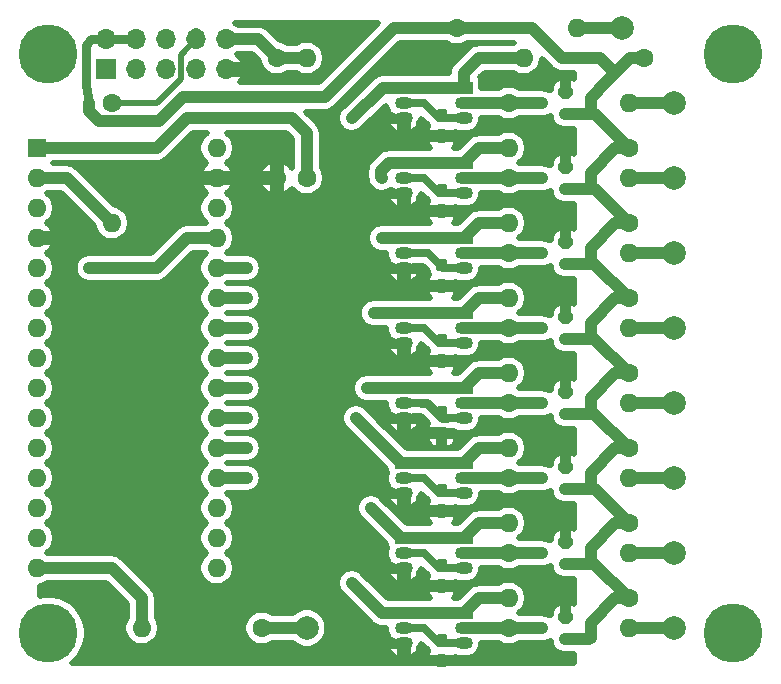
<source format=gbl>
G04 #@! TF.GenerationSoftware,KiCad,Pcbnew,5.1.5-52549c5~84~ubuntu19.10.1*
G04 #@! TF.CreationDate,2020-03-08T12:02:41+01:00*
G04 #@! TF.ProjectId,touchcircuit,746f7563-6863-4697-9263-7569742e6b69,rev?*
G04 #@! TF.SameCoordinates,Original*
G04 #@! TF.FileFunction,Copper,L2,Bot*
G04 #@! TF.FilePolarity,Positive*
%FSLAX46Y46*%
G04 Gerber Fmt 4.6, Leading zero omitted, Abs format (unit mm)*
G04 Created by KiCad (PCBNEW 5.1.5-52549c5~84~ubuntu19.10.1) date 2020-03-08 12:02:41*
%MOMM*%
%LPD*%
G04 APERTURE LIST*
%ADD10R,1.600000X1.600000*%
%ADD11O,1.600000X1.600000*%
%ADD12R,0.900000X0.800000*%
%ADD13C,2.000000*%
%ADD14R,1.700000X1.700000*%
%ADD15O,1.700000X1.700000*%
%ADD16R,1.500000X1.050000*%
%ADD17O,1.500000X1.050000*%
%ADD18C,1.600000*%
%ADD19C,0.100000*%
%ADD20C,5.000000*%
%ADD21C,1.000000*%
%ADD22C,1.000000*%
%ADD23C,0.750000*%
%ADD24C,0.500000*%
%ADD25C,0.700000*%
G04 APERTURE END LIST*
D10*
X15240000Y-24130000D03*
D11*
X30480000Y-57150000D03*
X15240000Y-26670000D03*
X30480000Y-54610000D03*
X15240000Y-29210000D03*
X30480000Y-52070000D03*
X15240000Y-31750000D03*
X30480000Y-49530000D03*
X15240000Y-34290000D03*
X30480000Y-46990000D03*
X15240000Y-36830000D03*
X30480000Y-44450000D03*
X15240000Y-39370000D03*
X30480000Y-41910000D03*
X15240000Y-41910000D03*
X30480000Y-39370000D03*
X15240000Y-44450000D03*
X30480000Y-36830000D03*
X15240000Y-46990000D03*
X30480000Y-34290000D03*
X15240000Y-49530000D03*
X30480000Y-31750000D03*
X15240000Y-52070000D03*
X30480000Y-29210000D03*
X15240000Y-54610000D03*
X30480000Y-26670000D03*
X15240000Y-57150000D03*
X30480000Y-24130000D03*
X15240000Y-59690000D03*
X30480000Y-59690000D03*
D12*
X60002575Y-63820000D03*
X60002575Y-65720000D03*
X58002575Y-64770000D03*
X60002575Y-57470000D03*
X60002575Y-59370000D03*
X58002575Y-58420000D03*
X60002575Y-51120000D03*
X60002575Y-53020000D03*
X58002575Y-52070000D03*
X58002575Y-45720000D03*
X60002575Y-46670000D03*
X60002575Y-44770000D03*
X58002575Y-39370000D03*
X60002575Y-40320000D03*
X60002575Y-38420000D03*
X58002575Y-33020000D03*
X60002575Y-33970000D03*
X60002575Y-32070000D03*
X58002575Y-26670000D03*
X60002575Y-27620000D03*
X60002575Y-25720000D03*
X60002575Y-19370000D03*
X60002575Y-21270000D03*
X58002575Y-20320000D03*
D13*
X69162575Y-64770000D03*
X69162575Y-58420000D03*
X69162575Y-52070000D03*
X69162575Y-45720000D03*
X69162575Y-39370000D03*
X69162575Y-33020000D03*
X69162575Y-26670000D03*
X69162575Y-20320000D03*
X64770000Y-13970000D03*
D14*
X21070000Y-17470000D03*
D15*
X21070000Y-14930000D03*
X23610000Y-17470000D03*
X23610000Y-14930000D03*
X26150000Y-17470000D03*
X26150000Y-14930000D03*
X28690000Y-17470000D03*
X28690000Y-14930000D03*
X31230000Y-17470000D03*
X31230000Y-14930000D03*
D16*
X51382575Y-63500000D03*
D17*
X51382575Y-66040000D03*
X51382575Y-64770000D03*
X51382575Y-58420000D03*
X51382575Y-59690000D03*
D16*
X51382575Y-57150000D03*
X51382575Y-50800000D03*
D17*
X51382575Y-53340000D03*
X51382575Y-52070000D03*
D16*
X51382575Y-44450000D03*
D17*
X51382575Y-46990000D03*
X51382575Y-45720000D03*
D16*
X51382575Y-38100000D03*
D17*
X51382575Y-40640000D03*
X51382575Y-39370000D03*
D16*
X51382575Y-31750000D03*
D17*
X51382575Y-34290000D03*
X51382575Y-33020000D03*
D16*
X51382575Y-25400000D03*
D17*
X51382575Y-27940000D03*
X51382575Y-26670000D03*
D16*
X51382575Y-19050000D03*
D17*
X51382575Y-21590000D03*
X51382575Y-20320000D03*
D16*
X46302575Y-63500000D03*
D17*
X46302575Y-66040000D03*
X46302575Y-64770000D03*
X46302575Y-58420000D03*
X46302575Y-59690000D03*
D16*
X46302575Y-57150000D03*
D17*
X46302575Y-52070000D03*
X46302575Y-53340000D03*
D16*
X46302575Y-50800000D03*
D17*
X46302575Y-45720000D03*
X46302575Y-46990000D03*
D16*
X46302575Y-44450000D03*
D17*
X46302575Y-39370000D03*
X46302575Y-40640000D03*
D16*
X46302575Y-38100000D03*
D17*
X46302575Y-33020000D03*
X46302575Y-34290000D03*
D16*
X46302575Y-31750000D03*
D17*
X46302575Y-26670000D03*
X46302575Y-27940000D03*
D16*
X46302575Y-25400000D03*
D17*
X46302575Y-20320000D03*
X46302575Y-21590000D03*
D16*
X46302575Y-19050000D03*
D18*
X38100000Y-26670000D03*
D11*
X38100000Y-16510000D03*
X35560000Y-26670000D03*
D18*
X35560000Y-16510000D03*
X50800000Y-13970000D03*
D11*
X60960000Y-13970000D03*
X21590000Y-30480000D03*
D18*
X21590000Y-20320000D03*
D11*
X65352575Y-64770000D03*
D18*
X55192575Y-64770000D03*
D11*
X65352575Y-58420000D03*
D18*
X55192575Y-58420000D03*
D11*
X65352575Y-52070000D03*
D18*
X55192575Y-52070000D03*
X55192575Y-45720000D03*
D11*
X65352575Y-45720000D03*
D18*
X55192575Y-39370000D03*
D11*
X65352575Y-39370000D03*
D18*
X55192575Y-33020000D03*
D11*
X65352575Y-33020000D03*
D18*
X55192575Y-26670000D03*
D11*
X65352575Y-26670000D03*
D18*
X55192575Y-20320000D03*
D11*
X65352575Y-20320000D03*
X55192575Y-62230000D03*
D18*
X65352575Y-62230000D03*
X65352575Y-55880000D03*
D11*
X55192575Y-55880000D03*
X55192575Y-49530000D03*
D18*
X65352575Y-49530000D03*
X65352575Y-43180000D03*
D11*
X55192575Y-43180000D03*
X55192575Y-36830000D03*
D18*
X65352575Y-36830000D03*
X65352575Y-30480000D03*
D11*
X55192575Y-30480000D03*
X55192575Y-24130000D03*
D18*
X65352575Y-24130000D03*
X66622575Y-16510000D03*
D11*
X56462575Y-16510000D03*
G04 #@! TA.AperFunction,SMDPad,CuDef*
D19*
G36*
X49790779Y-65276144D02*
G01*
X49813834Y-65279563D01*
X49836443Y-65285227D01*
X49858387Y-65293079D01*
X49879457Y-65303044D01*
X49899448Y-65315026D01*
X49918168Y-65328910D01*
X49935438Y-65344562D01*
X49951090Y-65361832D01*
X49964974Y-65380552D01*
X49976956Y-65400543D01*
X49986921Y-65421613D01*
X49994773Y-65443557D01*
X50000437Y-65466166D01*
X50003856Y-65489221D01*
X50005000Y-65512500D01*
X50005000Y-66087500D01*
X50003856Y-66110779D01*
X50000437Y-66133834D01*
X49994773Y-66156443D01*
X49986921Y-66178387D01*
X49976956Y-66199457D01*
X49964974Y-66219448D01*
X49951090Y-66238168D01*
X49935438Y-66255438D01*
X49918168Y-66271090D01*
X49899448Y-66284974D01*
X49879457Y-66296956D01*
X49858387Y-66306921D01*
X49836443Y-66314773D01*
X49813834Y-66320437D01*
X49790779Y-66323856D01*
X49767500Y-66325000D01*
X49292500Y-66325000D01*
X49269221Y-66323856D01*
X49246166Y-66320437D01*
X49223557Y-66314773D01*
X49201613Y-66306921D01*
X49180543Y-66296956D01*
X49160552Y-66284974D01*
X49141832Y-66271090D01*
X49124562Y-66255438D01*
X49108910Y-66238168D01*
X49095026Y-66219448D01*
X49083044Y-66199457D01*
X49073079Y-66178387D01*
X49065227Y-66156443D01*
X49059563Y-66133834D01*
X49056144Y-66110779D01*
X49055000Y-66087500D01*
X49055000Y-65512500D01*
X49056144Y-65489221D01*
X49059563Y-65466166D01*
X49065227Y-65443557D01*
X49073079Y-65421613D01*
X49083044Y-65400543D01*
X49095026Y-65380552D01*
X49108910Y-65361832D01*
X49124562Y-65344562D01*
X49141832Y-65328910D01*
X49160552Y-65315026D01*
X49180543Y-65303044D01*
X49201613Y-65293079D01*
X49223557Y-65285227D01*
X49246166Y-65279563D01*
X49269221Y-65276144D01*
X49292500Y-65275000D01*
X49767500Y-65275000D01*
X49790779Y-65276144D01*
G37*
G04 #@! TD.AperFunction*
G04 #@! TA.AperFunction,SMDPad,CuDef*
G36*
X49790779Y-67026144D02*
G01*
X49813834Y-67029563D01*
X49836443Y-67035227D01*
X49858387Y-67043079D01*
X49879457Y-67053044D01*
X49899448Y-67065026D01*
X49918168Y-67078910D01*
X49935438Y-67094562D01*
X49951090Y-67111832D01*
X49964974Y-67130552D01*
X49976956Y-67150543D01*
X49986921Y-67171613D01*
X49994773Y-67193557D01*
X50000437Y-67216166D01*
X50003856Y-67239221D01*
X50005000Y-67262500D01*
X50005000Y-67837500D01*
X50003856Y-67860779D01*
X50000437Y-67883834D01*
X49994773Y-67906443D01*
X49986921Y-67928387D01*
X49976956Y-67949457D01*
X49964974Y-67969448D01*
X49951090Y-67988168D01*
X49935438Y-68005438D01*
X49918168Y-68021090D01*
X49899448Y-68034974D01*
X49879457Y-68046956D01*
X49858387Y-68056921D01*
X49836443Y-68064773D01*
X49813834Y-68070437D01*
X49790779Y-68073856D01*
X49767500Y-68075000D01*
X49292500Y-68075000D01*
X49269221Y-68073856D01*
X49246166Y-68070437D01*
X49223557Y-68064773D01*
X49201613Y-68056921D01*
X49180543Y-68046956D01*
X49160552Y-68034974D01*
X49141832Y-68021090D01*
X49124562Y-68005438D01*
X49108910Y-67988168D01*
X49095026Y-67969448D01*
X49083044Y-67949457D01*
X49073079Y-67928387D01*
X49065227Y-67906443D01*
X49059563Y-67883834D01*
X49056144Y-67860779D01*
X49055000Y-67837500D01*
X49055000Y-67262500D01*
X49056144Y-67239221D01*
X49059563Y-67216166D01*
X49065227Y-67193557D01*
X49073079Y-67171613D01*
X49083044Y-67150543D01*
X49095026Y-67130552D01*
X49108910Y-67111832D01*
X49124562Y-67094562D01*
X49141832Y-67078910D01*
X49160552Y-67065026D01*
X49180543Y-67053044D01*
X49201613Y-67043079D01*
X49223557Y-67035227D01*
X49246166Y-67029563D01*
X49269221Y-67026144D01*
X49292500Y-67025000D01*
X49767500Y-67025000D01*
X49790779Y-67026144D01*
G37*
G04 #@! TD.AperFunction*
G04 #@! TA.AperFunction,SMDPad,CuDef*
G36*
X49790779Y-60676144D02*
G01*
X49813834Y-60679563D01*
X49836443Y-60685227D01*
X49858387Y-60693079D01*
X49879457Y-60703044D01*
X49899448Y-60715026D01*
X49918168Y-60728910D01*
X49935438Y-60744562D01*
X49951090Y-60761832D01*
X49964974Y-60780552D01*
X49976956Y-60800543D01*
X49986921Y-60821613D01*
X49994773Y-60843557D01*
X50000437Y-60866166D01*
X50003856Y-60889221D01*
X50005000Y-60912500D01*
X50005000Y-61487500D01*
X50003856Y-61510779D01*
X50000437Y-61533834D01*
X49994773Y-61556443D01*
X49986921Y-61578387D01*
X49976956Y-61599457D01*
X49964974Y-61619448D01*
X49951090Y-61638168D01*
X49935438Y-61655438D01*
X49918168Y-61671090D01*
X49899448Y-61684974D01*
X49879457Y-61696956D01*
X49858387Y-61706921D01*
X49836443Y-61714773D01*
X49813834Y-61720437D01*
X49790779Y-61723856D01*
X49767500Y-61725000D01*
X49292500Y-61725000D01*
X49269221Y-61723856D01*
X49246166Y-61720437D01*
X49223557Y-61714773D01*
X49201613Y-61706921D01*
X49180543Y-61696956D01*
X49160552Y-61684974D01*
X49141832Y-61671090D01*
X49124562Y-61655438D01*
X49108910Y-61638168D01*
X49095026Y-61619448D01*
X49083044Y-61599457D01*
X49073079Y-61578387D01*
X49065227Y-61556443D01*
X49059563Y-61533834D01*
X49056144Y-61510779D01*
X49055000Y-61487500D01*
X49055000Y-60912500D01*
X49056144Y-60889221D01*
X49059563Y-60866166D01*
X49065227Y-60843557D01*
X49073079Y-60821613D01*
X49083044Y-60800543D01*
X49095026Y-60780552D01*
X49108910Y-60761832D01*
X49124562Y-60744562D01*
X49141832Y-60728910D01*
X49160552Y-60715026D01*
X49180543Y-60703044D01*
X49201613Y-60693079D01*
X49223557Y-60685227D01*
X49246166Y-60679563D01*
X49269221Y-60676144D01*
X49292500Y-60675000D01*
X49767500Y-60675000D01*
X49790779Y-60676144D01*
G37*
G04 #@! TD.AperFunction*
G04 #@! TA.AperFunction,SMDPad,CuDef*
G36*
X49790779Y-58926144D02*
G01*
X49813834Y-58929563D01*
X49836443Y-58935227D01*
X49858387Y-58943079D01*
X49879457Y-58953044D01*
X49899448Y-58965026D01*
X49918168Y-58978910D01*
X49935438Y-58994562D01*
X49951090Y-59011832D01*
X49964974Y-59030552D01*
X49976956Y-59050543D01*
X49986921Y-59071613D01*
X49994773Y-59093557D01*
X50000437Y-59116166D01*
X50003856Y-59139221D01*
X50005000Y-59162500D01*
X50005000Y-59737500D01*
X50003856Y-59760779D01*
X50000437Y-59783834D01*
X49994773Y-59806443D01*
X49986921Y-59828387D01*
X49976956Y-59849457D01*
X49964974Y-59869448D01*
X49951090Y-59888168D01*
X49935438Y-59905438D01*
X49918168Y-59921090D01*
X49899448Y-59934974D01*
X49879457Y-59946956D01*
X49858387Y-59956921D01*
X49836443Y-59964773D01*
X49813834Y-59970437D01*
X49790779Y-59973856D01*
X49767500Y-59975000D01*
X49292500Y-59975000D01*
X49269221Y-59973856D01*
X49246166Y-59970437D01*
X49223557Y-59964773D01*
X49201613Y-59956921D01*
X49180543Y-59946956D01*
X49160552Y-59934974D01*
X49141832Y-59921090D01*
X49124562Y-59905438D01*
X49108910Y-59888168D01*
X49095026Y-59869448D01*
X49083044Y-59849457D01*
X49073079Y-59828387D01*
X49065227Y-59806443D01*
X49059563Y-59783834D01*
X49056144Y-59760779D01*
X49055000Y-59737500D01*
X49055000Y-59162500D01*
X49056144Y-59139221D01*
X49059563Y-59116166D01*
X49065227Y-59093557D01*
X49073079Y-59071613D01*
X49083044Y-59050543D01*
X49095026Y-59030552D01*
X49108910Y-59011832D01*
X49124562Y-58994562D01*
X49141832Y-58978910D01*
X49160552Y-58965026D01*
X49180543Y-58953044D01*
X49201613Y-58943079D01*
X49223557Y-58935227D01*
X49246166Y-58929563D01*
X49269221Y-58926144D01*
X49292500Y-58925000D01*
X49767500Y-58925000D01*
X49790779Y-58926144D01*
G37*
G04 #@! TD.AperFunction*
G04 #@! TA.AperFunction,SMDPad,CuDef*
G36*
X49790779Y-52576144D02*
G01*
X49813834Y-52579563D01*
X49836443Y-52585227D01*
X49858387Y-52593079D01*
X49879457Y-52603044D01*
X49899448Y-52615026D01*
X49918168Y-52628910D01*
X49935438Y-52644562D01*
X49951090Y-52661832D01*
X49964974Y-52680552D01*
X49976956Y-52700543D01*
X49986921Y-52721613D01*
X49994773Y-52743557D01*
X50000437Y-52766166D01*
X50003856Y-52789221D01*
X50005000Y-52812500D01*
X50005000Y-53387500D01*
X50003856Y-53410779D01*
X50000437Y-53433834D01*
X49994773Y-53456443D01*
X49986921Y-53478387D01*
X49976956Y-53499457D01*
X49964974Y-53519448D01*
X49951090Y-53538168D01*
X49935438Y-53555438D01*
X49918168Y-53571090D01*
X49899448Y-53584974D01*
X49879457Y-53596956D01*
X49858387Y-53606921D01*
X49836443Y-53614773D01*
X49813834Y-53620437D01*
X49790779Y-53623856D01*
X49767500Y-53625000D01*
X49292500Y-53625000D01*
X49269221Y-53623856D01*
X49246166Y-53620437D01*
X49223557Y-53614773D01*
X49201613Y-53606921D01*
X49180543Y-53596956D01*
X49160552Y-53584974D01*
X49141832Y-53571090D01*
X49124562Y-53555438D01*
X49108910Y-53538168D01*
X49095026Y-53519448D01*
X49083044Y-53499457D01*
X49073079Y-53478387D01*
X49065227Y-53456443D01*
X49059563Y-53433834D01*
X49056144Y-53410779D01*
X49055000Y-53387500D01*
X49055000Y-52812500D01*
X49056144Y-52789221D01*
X49059563Y-52766166D01*
X49065227Y-52743557D01*
X49073079Y-52721613D01*
X49083044Y-52700543D01*
X49095026Y-52680552D01*
X49108910Y-52661832D01*
X49124562Y-52644562D01*
X49141832Y-52628910D01*
X49160552Y-52615026D01*
X49180543Y-52603044D01*
X49201613Y-52593079D01*
X49223557Y-52585227D01*
X49246166Y-52579563D01*
X49269221Y-52576144D01*
X49292500Y-52575000D01*
X49767500Y-52575000D01*
X49790779Y-52576144D01*
G37*
G04 #@! TD.AperFunction*
G04 #@! TA.AperFunction,SMDPad,CuDef*
G36*
X49790779Y-54326144D02*
G01*
X49813834Y-54329563D01*
X49836443Y-54335227D01*
X49858387Y-54343079D01*
X49879457Y-54353044D01*
X49899448Y-54365026D01*
X49918168Y-54378910D01*
X49935438Y-54394562D01*
X49951090Y-54411832D01*
X49964974Y-54430552D01*
X49976956Y-54450543D01*
X49986921Y-54471613D01*
X49994773Y-54493557D01*
X50000437Y-54516166D01*
X50003856Y-54539221D01*
X50005000Y-54562500D01*
X50005000Y-55137500D01*
X50003856Y-55160779D01*
X50000437Y-55183834D01*
X49994773Y-55206443D01*
X49986921Y-55228387D01*
X49976956Y-55249457D01*
X49964974Y-55269448D01*
X49951090Y-55288168D01*
X49935438Y-55305438D01*
X49918168Y-55321090D01*
X49899448Y-55334974D01*
X49879457Y-55346956D01*
X49858387Y-55356921D01*
X49836443Y-55364773D01*
X49813834Y-55370437D01*
X49790779Y-55373856D01*
X49767500Y-55375000D01*
X49292500Y-55375000D01*
X49269221Y-55373856D01*
X49246166Y-55370437D01*
X49223557Y-55364773D01*
X49201613Y-55356921D01*
X49180543Y-55346956D01*
X49160552Y-55334974D01*
X49141832Y-55321090D01*
X49124562Y-55305438D01*
X49108910Y-55288168D01*
X49095026Y-55269448D01*
X49083044Y-55249457D01*
X49073079Y-55228387D01*
X49065227Y-55206443D01*
X49059563Y-55183834D01*
X49056144Y-55160779D01*
X49055000Y-55137500D01*
X49055000Y-54562500D01*
X49056144Y-54539221D01*
X49059563Y-54516166D01*
X49065227Y-54493557D01*
X49073079Y-54471613D01*
X49083044Y-54450543D01*
X49095026Y-54430552D01*
X49108910Y-54411832D01*
X49124562Y-54394562D01*
X49141832Y-54378910D01*
X49160552Y-54365026D01*
X49180543Y-54353044D01*
X49201613Y-54343079D01*
X49223557Y-54335227D01*
X49246166Y-54329563D01*
X49269221Y-54326144D01*
X49292500Y-54325000D01*
X49767500Y-54325000D01*
X49790779Y-54326144D01*
G37*
G04 #@! TD.AperFunction*
G04 #@! TA.AperFunction,SMDPad,CuDef*
G36*
X49790779Y-47736144D02*
G01*
X49813834Y-47739563D01*
X49836443Y-47745227D01*
X49858387Y-47753079D01*
X49879457Y-47763044D01*
X49899448Y-47775026D01*
X49918168Y-47788910D01*
X49935438Y-47804562D01*
X49951090Y-47821832D01*
X49964974Y-47840552D01*
X49976956Y-47860543D01*
X49986921Y-47881613D01*
X49994773Y-47903557D01*
X50000437Y-47926166D01*
X50003856Y-47949221D01*
X50005000Y-47972500D01*
X50005000Y-48547500D01*
X50003856Y-48570779D01*
X50000437Y-48593834D01*
X49994773Y-48616443D01*
X49986921Y-48638387D01*
X49976956Y-48659457D01*
X49964974Y-48679448D01*
X49951090Y-48698168D01*
X49935438Y-48715438D01*
X49918168Y-48731090D01*
X49899448Y-48744974D01*
X49879457Y-48756956D01*
X49858387Y-48766921D01*
X49836443Y-48774773D01*
X49813834Y-48780437D01*
X49790779Y-48783856D01*
X49767500Y-48785000D01*
X49292500Y-48785000D01*
X49269221Y-48783856D01*
X49246166Y-48780437D01*
X49223557Y-48774773D01*
X49201613Y-48766921D01*
X49180543Y-48756956D01*
X49160552Y-48744974D01*
X49141832Y-48731090D01*
X49124562Y-48715438D01*
X49108910Y-48698168D01*
X49095026Y-48679448D01*
X49083044Y-48659457D01*
X49073079Y-48638387D01*
X49065227Y-48616443D01*
X49059563Y-48593834D01*
X49056144Y-48570779D01*
X49055000Y-48547500D01*
X49055000Y-47972500D01*
X49056144Y-47949221D01*
X49059563Y-47926166D01*
X49065227Y-47903557D01*
X49073079Y-47881613D01*
X49083044Y-47860543D01*
X49095026Y-47840552D01*
X49108910Y-47821832D01*
X49124562Y-47804562D01*
X49141832Y-47788910D01*
X49160552Y-47775026D01*
X49180543Y-47763044D01*
X49201613Y-47753079D01*
X49223557Y-47745227D01*
X49246166Y-47739563D01*
X49269221Y-47736144D01*
X49292500Y-47735000D01*
X49767500Y-47735000D01*
X49790779Y-47736144D01*
G37*
G04 #@! TD.AperFunction*
G04 #@! TA.AperFunction,SMDPad,CuDef*
G36*
X49790779Y-45986144D02*
G01*
X49813834Y-45989563D01*
X49836443Y-45995227D01*
X49858387Y-46003079D01*
X49879457Y-46013044D01*
X49899448Y-46025026D01*
X49918168Y-46038910D01*
X49935438Y-46054562D01*
X49951090Y-46071832D01*
X49964974Y-46090552D01*
X49976956Y-46110543D01*
X49986921Y-46131613D01*
X49994773Y-46153557D01*
X50000437Y-46176166D01*
X50003856Y-46199221D01*
X50005000Y-46222500D01*
X50005000Y-46797500D01*
X50003856Y-46820779D01*
X50000437Y-46843834D01*
X49994773Y-46866443D01*
X49986921Y-46888387D01*
X49976956Y-46909457D01*
X49964974Y-46929448D01*
X49951090Y-46948168D01*
X49935438Y-46965438D01*
X49918168Y-46981090D01*
X49899448Y-46994974D01*
X49879457Y-47006956D01*
X49858387Y-47016921D01*
X49836443Y-47024773D01*
X49813834Y-47030437D01*
X49790779Y-47033856D01*
X49767500Y-47035000D01*
X49292500Y-47035000D01*
X49269221Y-47033856D01*
X49246166Y-47030437D01*
X49223557Y-47024773D01*
X49201613Y-47016921D01*
X49180543Y-47006956D01*
X49160552Y-46994974D01*
X49141832Y-46981090D01*
X49124562Y-46965438D01*
X49108910Y-46948168D01*
X49095026Y-46929448D01*
X49083044Y-46909457D01*
X49073079Y-46888387D01*
X49065227Y-46866443D01*
X49059563Y-46843834D01*
X49056144Y-46820779D01*
X49055000Y-46797500D01*
X49055000Y-46222500D01*
X49056144Y-46199221D01*
X49059563Y-46176166D01*
X49065227Y-46153557D01*
X49073079Y-46131613D01*
X49083044Y-46110543D01*
X49095026Y-46090552D01*
X49108910Y-46071832D01*
X49124562Y-46054562D01*
X49141832Y-46038910D01*
X49160552Y-46025026D01*
X49180543Y-46013044D01*
X49201613Y-46003079D01*
X49223557Y-45995227D01*
X49246166Y-45989563D01*
X49269221Y-45986144D01*
X49292500Y-45985000D01*
X49767500Y-45985000D01*
X49790779Y-45986144D01*
G37*
G04 #@! TD.AperFunction*
G04 #@! TA.AperFunction,SMDPad,CuDef*
G36*
X49790779Y-41626144D02*
G01*
X49813834Y-41629563D01*
X49836443Y-41635227D01*
X49858387Y-41643079D01*
X49879457Y-41653044D01*
X49899448Y-41665026D01*
X49918168Y-41678910D01*
X49935438Y-41694562D01*
X49951090Y-41711832D01*
X49964974Y-41730552D01*
X49976956Y-41750543D01*
X49986921Y-41771613D01*
X49994773Y-41793557D01*
X50000437Y-41816166D01*
X50003856Y-41839221D01*
X50005000Y-41862500D01*
X50005000Y-42437500D01*
X50003856Y-42460779D01*
X50000437Y-42483834D01*
X49994773Y-42506443D01*
X49986921Y-42528387D01*
X49976956Y-42549457D01*
X49964974Y-42569448D01*
X49951090Y-42588168D01*
X49935438Y-42605438D01*
X49918168Y-42621090D01*
X49899448Y-42634974D01*
X49879457Y-42646956D01*
X49858387Y-42656921D01*
X49836443Y-42664773D01*
X49813834Y-42670437D01*
X49790779Y-42673856D01*
X49767500Y-42675000D01*
X49292500Y-42675000D01*
X49269221Y-42673856D01*
X49246166Y-42670437D01*
X49223557Y-42664773D01*
X49201613Y-42656921D01*
X49180543Y-42646956D01*
X49160552Y-42634974D01*
X49141832Y-42621090D01*
X49124562Y-42605438D01*
X49108910Y-42588168D01*
X49095026Y-42569448D01*
X49083044Y-42549457D01*
X49073079Y-42528387D01*
X49065227Y-42506443D01*
X49059563Y-42483834D01*
X49056144Y-42460779D01*
X49055000Y-42437500D01*
X49055000Y-41862500D01*
X49056144Y-41839221D01*
X49059563Y-41816166D01*
X49065227Y-41793557D01*
X49073079Y-41771613D01*
X49083044Y-41750543D01*
X49095026Y-41730552D01*
X49108910Y-41711832D01*
X49124562Y-41694562D01*
X49141832Y-41678910D01*
X49160552Y-41665026D01*
X49180543Y-41653044D01*
X49201613Y-41643079D01*
X49223557Y-41635227D01*
X49246166Y-41629563D01*
X49269221Y-41626144D01*
X49292500Y-41625000D01*
X49767500Y-41625000D01*
X49790779Y-41626144D01*
G37*
G04 #@! TD.AperFunction*
G04 #@! TA.AperFunction,SMDPad,CuDef*
G36*
X49790779Y-39876144D02*
G01*
X49813834Y-39879563D01*
X49836443Y-39885227D01*
X49858387Y-39893079D01*
X49879457Y-39903044D01*
X49899448Y-39915026D01*
X49918168Y-39928910D01*
X49935438Y-39944562D01*
X49951090Y-39961832D01*
X49964974Y-39980552D01*
X49976956Y-40000543D01*
X49986921Y-40021613D01*
X49994773Y-40043557D01*
X50000437Y-40066166D01*
X50003856Y-40089221D01*
X50005000Y-40112500D01*
X50005000Y-40687500D01*
X50003856Y-40710779D01*
X50000437Y-40733834D01*
X49994773Y-40756443D01*
X49986921Y-40778387D01*
X49976956Y-40799457D01*
X49964974Y-40819448D01*
X49951090Y-40838168D01*
X49935438Y-40855438D01*
X49918168Y-40871090D01*
X49899448Y-40884974D01*
X49879457Y-40896956D01*
X49858387Y-40906921D01*
X49836443Y-40914773D01*
X49813834Y-40920437D01*
X49790779Y-40923856D01*
X49767500Y-40925000D01*
X49292500Y-40925000D01*
X49269221Y-40923856D01*
X49246166Y-40920437D01*
X49223557Y-40914773D01*
X49201613Y-40906921D01*
X49180543Y-40896956D01*
X49160552Y-40884974D01*
X49141832Y-40871090D01*
X49124562Y-40855438D01*
X49108910Y-40838168D01*
X49095026Y-40819448D01*
X49083044Y-40799457D01*
X49073079Y-40778387D01*
X49065227Y-40756443D01*
X49059563Y-40733834D01*
X49056144Y-40710779D01*
X49055000Y-40687500D01*
X49055000Y-40112500D01*
X49056144Y-40089221D01*
X49059563Y-40066166D01*
X49065227Y-40043557D01*
X49073079Y-40021613D01*
X49083044Y-40000543D01*
X49095026Y-39980552D01*
X49108910Y-39961832D01*
X49124562Y-39944562D01*
X49141832Y-39928910D01*
X49160552Y-39915026D01*
X49180543Y-39903044D01*
X49201613Y-39893079D01*
X49223557Y-39885227D01*
X49246166Y-39879563D01*
X49269221Y-39876144D01*
X49292500Y-39875000D01*
X49767500Y-39875000D01*
X49790779Y-39876144D01*
G37*
G04 #@! TD.AperFunction*
G04 #@! TA.AperFunction,SMDPad,CuDef*
G36*
X49790779Y-33526144D02*
G01*
X49813834Y-33529563D01*
X49836443Y-33535227D01*
X49858387Y-33543079D01*
X49879457Y-33553044D01*
X49899448Y-33565026D01*
X49918168Y-33578910D01*
X49935438Y-33594562D01*
X49951090Y-33611832D01*
X49964974Y-33630552D01*
X49976956Y-33650543D01*
X49986921Y-33671613D01*
X49994773Y-33693557D01*
X50000437Y-33716166D01*
X50003856Y-33739221D01*
X50005000Y-33762500D01*
X50005000Y-34337500D01*
X50003856Y-34360779D01*
X50000437Y-34383834D01*
X49994773Y-34406443D01*
X49986921Y-34428387D01*
X49976956Y-34449457D01*
X49964974Y-34469448D01*
X49951090Y-34488168D01*
X49935438Y-34505438D01*
X49918168Y-34521090D01*
X49899448Y-34534974D01*
X49879457Y-34546956D01*
X49858387Y-34556921D01*
X49836443Y-34564773D01*
X49813834Y-34570437D01*
X49790779Y-34573856D01*
X49767500Y-34575000D01*
X49292500Y-34575000D01*
X49269221Y-34573856D01*
X49246166Y-34570437D01*
X49223557Y-34564773D01*
X49201613Y-34556921D01*
X49180543Y-34546956D01*
X49160552Y-34534974D01*
X49141832Y-34521090D01*
X49124562Y-34505438D01*
X49108910Y-34488168D01*
X49095026Y-34469448D01*
X49083044Y-34449457D01*
X49073079Y-34428387D01*
X49065227Y-34406443D01*
X49059563Y-34383834D01*
X49056144Y-34360779D01*
X49055000Y-34337500D01*
X49055000Y-33762500D01*
X49056144Y-33739221D01*
X49059563Y-33716166D01*
X49065227Y-33693557D01*
X49073079Y-33671613D01*
X49083044Y-33650543D01*
X49095026Y-33630552D01*
X49108910Y-33611832D01*
X49124562Y-33594562D01*
X49141832Y-33578910D01*
X49160552Y-33565026D01*
X49180543Y-33553044D01*
X49201613Y-33543079D01*
X49223557Y-33535227D01*
X49246166Y-33529563D01*
X49269221Y-33526144D01*
X49292500Y-33525000D01*
X49767500Y-33525000D01*
X49790779Y-33526144D01*
G37*
G04 #@! TD.AperFunction*
G04 #@! TA.AperFunction,SMDPad,CuDef*
G36*
X49790779Y-35276144D02*
G01*
X49813834Y-35279563D01*
X49836443Y-35285227D01*
X49858387Y-35293079D01*
X49879457Y-35303044D01*
X49899448Y-35315026D01*
X49918168Y-35328910D01*
X49935438Y-35344562D01*
X49951090Y-35361832D01*
X49964974Y-35380552D01*
X49976956Y-35400543D01*
X49986921Y-35421613D01*
X49994773Y-35443557D01*
X50000437Y-35466166D01*
X50003856Y-35489221D01*
X50005000Y-35512500D01*
X50005000Y-36087500D01*
X50003856Y-36110779D01*
X50000437Y-36133834D01*
X49994773Y-36156443D01*
X49986921Y-36178387D01*
X49976956Y-36199457D01*
X49964974Y-36219448D01*
X49951090Y-36238168D01*
X49935438Y-36255438D01*
X49918168Y-36271090D01*
X49899448Y-36284974D01*
X49879457Y-36296956D01*
X49858387Y-36306921D01*
X49836443Y-36314773D01*
X49813834Y-36320437D01*
X49790779Y-36323856D01*
X49767500Y-36325000D01*
X49292500Y-36325000D01*
X49269221Y-36323856D01*
X49246166Y-36320437D01*
X49223557Y-36314773D01*
X49201613Y-36306921D01*
X49180543Y-36296956D01*
X49160552Y-36284974D01*
X49141832Y-36271090D01*
X49124562Y-36255438D01*
X49108910Y-36238168D01*
X49095026Y-36219448D01*
X49083044Y-36199457D01*
X49073079Y-36178387D01*
X49065227Y-36156443D01*
X49059563Y-36133834D01*
X49056144Y-36110779D01*
X49055000Y-36087500D01*
X49055000Y-35512500D01*
X49056144Y-35489221D01*
X49059563Y-35466166D01*
X49065227Y-35443557D01*
X49073079Y-35421613D01*
X49083044Y-35400543D01*
X49095026Y-35380552D01*
X49108910Y-35361832D01*
X49124562Y-35344562D01*
X49141832Y-35328910D01*
X49160552Y-35315026D01*
X49180543Y-35303044D01*
X49201613Y-35293079D01*
X49223557Y-35285227D01*
X49246166Y-35279563D01*
X49269221Y-35276144D01*
X49292500Y-35275000D01*
X49767500Y-35275000D01*
X49790779Y-35276144D01*
G37*
G04 #@! TD.AperFunction*
G04 #@! TA.AperFunction,SMDPad,CuDef*
G36*
X49790779Y-28926144D02*
G01*
X49813834Y-28929563D01*
X49836443Y-28935227D01*
X49858387Y-28943079D01*
X49879457Y-28953044D01*
X49899448Y-28965026D01*
X49918168Y-28978910D01*
X49935438Y-28994562D01*
X49951090Y-29011832D01*
X49964974Y-29030552D01*
X49976956Y-29050543D01*
X49986921Y-29071613D01*
X49994773Y-29093557D01*
X50000437Y-29116166D01*
X50003856Y-29139221D01*
X50005000Y-29162500D01*
X50005000Y-29737500D01*
X50003856Y-29760779D01*
X50000437Y-29783834D01*
X49994773Y-29806443D01*
X49986921Y-29828387D01*
X49976956Y-29849457D01*
X49964974Y-29869448D01*
X49951090Y-29888168D01*
X49935438Y-29905438D01*
X49918168Y-29921090D01*
X49899448Y-29934974D01*
X49879457Y-29946956D01*
X49858387Y-29956921D01*
X49836443Y-29964773D01*
X49813834Y-29970437D01*
X49790779Y-29973856D01*
X49767500Y-29975000D01*
X49292500Y-29975000D01*
X49269221Y-29973856D01*
X49246166Y-29970437D01*
X49223557Y-29964773D01*
X49201613Y-29956921D01*
X49180543Y-29946956D01*
X49160552Y-29934974D01*
X49141832Y-29921090D01*
X49124562Y-29905438D01*
X49108910Y-29888168D01*
X49095026Y-29869448D01*
X49083044Y-29849457D01*
X49073079Y-29828387D01*
X49065227Y-29806443D01*
X49059563Y-29783834D01*
X49056144Y-29760779D01*
X49055000Y-29737500D01*
X49055000Y-29162500D01*
X49056144Y-29139221D01*
X49059563Y-29116166D01*
X49065227Y-29093557D01*
X49073079Y-29071613D01*
X49083044Y-29050543D01*
X49095026Y-29030552D01*
X49108910Y-29011832D01*
X49124562Y-28994562D01*
X49141832Y-28978910D01*
X49160552Y-28965026D01*
X49180543Y-28953044D01*
X49201613Y-28943079D01*
X49223557Y-28935227D01*
X49246166Y-28929563D01*
X49269221Y-28926144D01*
X49292500Y-28925000D01*
X49767500Y-28925000D01*
X49790779Y-28926144D01*
G37*
G04 #@! TD.AperFunction*
G04 #@! TA.AperFunction,SMDPad,CuDef*
G36*
X49790779Y-27176144D02*
G01*
X49813834Y-27179563D01*
X49836443Y-27185227D01*
X49858387Y-27193079D01*
X49879457Y-27203044D01*
X49899448Y-27215026D01*
X49918168Y-27228910D01*
X49935438Y-27244562D01*
X49951090Y-27261832D01*
X49964974Y-27280552D01*
X49976956Y-27300543D01*
X49986921Y-27321613D01*
X49994773Y-27343557D01*
X50000437Y-27366166D01*
X50003856Y-27389221D01*
X50005000Y-27412500D01*
X50005000Y-27987500D01*
X50003856Y-28010779D01*
X50000437Y-28033834D01*
X49994773Y-28056443D01*
X49986921Y-28078387D01*
X49976956Y-28099457D01*
X49964974Y-28119448D01*
X49951090Y-28138168D01*
X49935438Y-28155438D01*
X49918168Y-28171090D01*
X49899448Y-28184974D01*
X49879457Y-28196956D01*
X49858387Y-28206921D01*
X49836443Y-28214773D01*
X49813834Y-28220437D01*
X49790779Y-28223856D01*
X49767500Y-28225000D01*
X49292500Y-28225000D01*
X49269221Y-28223856D01*
X49246166Y-28220437D01*
X49223557Y-28214773D01*
X49201613Y-28206921D01*
X49180543Y-28196956D01*
X49160552Y-28184974D01*
X49141832Y-28171090D01*
X49124562Y-28155438D01*
X49108910Y-28138168D01*
X49095026Y-28119448D01*
X49083044Y-28099457D01*
X49073079Y-28078387D01*
X49065227Y-28056443D01*
X49059563Y-28033834D01*
X49056144Y-28010779D01*
X49055000Y-27987500D01*
X49055000Y-27412500D01*
X49056144Y-27389221D01*
X49059563Y-27366166D01*
X49065227Y-27343557D01*
X49073079Y-27321613D01*
X49083044Y-27300543D01*
X49095026Y-27280552D01*
X49108910Y-27261832D01*
X49124562Y-27244562D01*
X49141832Y-27228910D01*
X49160552Y-27215026D01*
X49180543Y-27203044D01*
X49201613Y-27193079D01*
X49223557Y-27185227D01*
X49246166Y-27179563D01*
X49269221Y-27176144D01*
X49292500Y-27175000D01*
X49767500Y-27175000D01*
X49790779Y-27176144D01*
G37*
G04 #@! TD.AperFunction*
G04 #@! TA.AperFunction,SMDPad,CuDef*
G36*
X49790779Y-20826144D02*
G01*
X49813834Y-20829563D01*
X49836443Y-20835227D01*
X49858387Y-20843079D01*
X49879457Y-20853044D01*
X49899448Y-20865026D01*
X49918168Y-20878910D01*
X49935438Y-20894562D01*
X49951090Y-20911832D01*
X49964974Y-20930552D01*
X49976956Y-20950543D01*
X49986921Y-20971613D01*
X49994773Y-20993557D01*
X50000437Y-21016166D01*
X50003856Y-21039221D01*
X50005000Y-21062500D01*
X50005000Y-21637500D01*
X50003856Y-21660779D01*
X50000437Y-21683834D01*
X49994773Y-21706443D01*
X49986921Y-21728387D01*
X49976956Y-21749457D01*
X49964974Y-21769448D01*
X49951090Y-21788168D01*
X49935438Y-21805438D01*
X49918168Y-21821090D01*
X49899448Y-21834974D01*
X49879457Y-21846956D01*
X49858387Y-21856921D01*
X49836443Y-21864773D01*
X49813834Y-21870437D01*
X49790779Y-21873856D01*
X49767500Y-21875000D01*
X49292500Y-21875000D01*
X49269221Y-21873856D01*
X49246166Y-21870437D01*
X49223557Y-21864773D01*
X49201613Y-21856921D01*
X49180543Y-21846956D01*
X49160552Y-21834974D01*
X49141832Y-21821090D01*
X49124562Y-21805438D01*
X49108910Y-21788168D01*
X49095026Y-21769448D01*
X49083044Y-21749457D01*
X49073079Y-21728387D01*
X49065227Y-21706443D01*
X49059563Y-21683834D01*
X49056144Y-21660779D01*
X49055000Y-21637500D01*
X49055000Y-21062500D01*
X49056144Y-21039221D01*
X49059563Y-21016166D01*
X49065227Y-20993557D01*
X49073079Y-20971613D01*
X49083044Y-20950543D01*
X49095026Y-20930552D01*
X49108910Y-20911832D01*
X49124562Y-20894562D01*
X49141832Y-20878910D01*
X49160552Y-20865026D01*
X49180543Y-20853044D01*
X49201613Y-20843079D01*
X49223557Y-20835227D01*
X49246166Y-20829563D01*
X49269221Y-20826144D01*
X49292500Y-20825000D01*
X49767500Y-20825000D01*
X49790779Y-20826144D01*
G37*
G04 #@! TD.AperFunction*
G04 #@! TA.AperFunction,SMDPad,CuDef*
G36*
X49790779Y-22576144D02*
G01*
X49813834Y-22579563D01*
X49836443Y-22585227D01*
X49858387Y-22593079D01*
X49879457Y-22603044D01*
X49899448Y-22615026D01*
X49918168Y-22628910D01*
X49935438Y-22644562D01*
X49951090Y-22661832D01*
X49964974Y-22680552D01*
X49976956Y-22700543D01*
X49986921Y-22721613D01*
X49994773Y-22743557D01*
X50000437Y-22766166D01*
X50003856Y-22789221D01*
X50005000Y-22812500D01*
X50005000Y-23387500D01*
X50003856Y-23410779D01*
X50000437Y-23433834D01*
X49994773Y-23456443D01*
X49986921Y-23478387D01*
X49976956Y-23499457D01*
X49964974Y-23519448D01*
X49951090Y-23538168D01*
X49935438Y-23555438D01*
X49918168Y-23571090D01*
X49899448Y-23584974D01*
X49879457Y-23596956D01*
X49858387Y-23606921D01*
X49836443Y-23614773D01*
X49813834Y-23620437D01*
X49790779Y-23623856D01*
X49767500Y-23625000D01*
X49292500Y-23625000D01*
X49269221Y-23623856D01*
X49246166Y-23620437D01*
X49223557Y-23614773D01*
X49201613Y-23606921D01*
X49180543Y-23596956D01*
X49160552Y-23584974D01*
X49141832Y-23571090D01*
X49124562Y-23555438D01*
X49108910Y-23538168D01*
X49095026Y-23519448D01*
X49083044Y-23499457D01*
X49073079Y-23478387D01*
X49065227Y-23456443D01*
X49059563Y-23433834D01*
X49056144Y-23410779D01*
X49055000Y-23387500D01*
X49055000Y-22812500D01*
X49056144Y-22789221D01*
X49059563Y-22766166D01*
X49065227Y-22743557D01*
X49073079Y-22721613D01*
X49083044Y-22700543D01*
X49095026Y-22680552D01*
X49108910Y-22661832D01*
X49124562Y-22644562D01*
X49141832Y-22628910D01*
X49160552Y-22615026D01*
X49180543Y-22603044D01*
X49201613Y-22593079D01*
X49223557Y-22585227D01*
X49246166Y-22579563D01*
X49269221Y-22576144D01*
X49292500Y-22575000D01*
X49767500Y-22575000D01*
X49790779Y-22576144D01*
G37*
G04 #@! TD.AperFunction*
D13*
X38100000Y-64770000D03*
D18*
X34290000Y-64770000D03*
D11*
X24130000Y-64770000D03*
D20*
X16200000Y-65200000D03*
X16200000Y-16200000D03*
X74200000Y-16200000D03*
X74200000Y-65200000D03*
D21*
X41910000Y-60960000D03*
X33020000Y-52070000D03*
X57785000Y-29210000D03*
X57785000Y-22860000D03*
X57785000Y-18415000D03*
X33655000Y-17780000D03*
X33655000Y-26670000D03*
X57785000Y-35560000D03*
X57785000Y-41910000D03*
X57785000Y-48260000D03*
X57785000Y-54610000D03*
X57785000Y-60960000D03*
X57785000Y-66675000D03*
X33020000Y-49530000D03*
X43537575Y-54610000D03*
X42267575Y-46990000D03*
X33020000Y-46990000D03*
X33020000Y-44450000D03*
X43180000Y-44450000D03*
X43762575Y-38100000D03*
X33020000Y-41910000D03*
X44450000Y-31750000D03*
X33020000Y-39370000D03*
X33020000Y-36830000D03*
X44450000Y-26670000D03*
X41910000Y-21590000D03*
X33020000Y-34290000D03*
X19685000Y-20320000D03*
X19685000Y-34290000D03*
D22*
X38100000Y-22860000D02*
X38100000Y-26670000D01*
X15240000Y-24130000D02*
X25400000Y-24130000D01*
X27940000Y-21590000D02*
X36830000Y-21590000D01*
X25400000Y-24130000D02*
X27940000Y-21590000D01*
X36830000Y-21590000D02*
X38100000Y-22860000D01*
X17780000Y-26670000D02*
X15240000Y-26670000D01*
X21590000Y-30480000D02*
X17780000Y-26670000D01*
X46302575Y-63500000D02*
X51382575Y-63500000D01*
X51382575Y-63500000D02*
X52652575Y-62230000D01*
X52652575Y-62230000D02*
X55192575Y-62230000D01*
X46302575Y-63500000D02*
X46077575Y-63500000D01*
X30480000Y-52070000D02*
X33020000Y-52070000D01*
X44450000Y-63500000D02*
X41910000Y-60960000D01*
X46302575Y-63500000D02*
X44450000Y-63500000D01*
X33020000Y-26670000D02*
X30480000Y-26670000D01*
X33020000Y-26670000D02*
X35560000Y-26670000D01*
X31230000Y-17470000D02*
X33345000Y-17470000D01*
X33345000Y-17470000D02*
X33655000Y-17780000D01*
X46302575Y-57150000D02*
X51382575Y-57150000D01*
X51382575Y-57150000D02*
X52652575Y-55880000D01*
X52652575Y-55880000D02*
X55192575Y-55880000D01*
X30480000Y-49530000D02*
X33020000Y-49530000D01*
X46077575Y-57150000D02*
X43537575Y-54610000D01*
X46302575Y-57150000D02*
X46077575Y-57150000D01*
X51382575Y-50800000D02*
X46302575Y-50800000D01*
X51382575Y-50800000D02*
X52652575Y-49530000D01*
X52652575Y-49530000D02*
X55192575Y-49530000D01*
X46077575Y-50800000D02*
X46302575Y-50800000D01*
X42267575Y-46990000D02*
X46077575Y-50800000D01*
X30480000Y-46990000D02*
X33020000Y-46990000D01*
X51382575Y-44450000D02*
X46302575Y-44450000D01*
X51382575Y-44450000D02*
X52652575Y-43180000D01*
X52652575Y-43180000D02*
X55192575Y-43180000D01*
X30480000Y-44450000D02*
X33020000Y-44450000D01*
X43180000Y-44450000D02*
X46302575Y-44450000D01*
X46302575Y-38100000D02*
X51382575Y-38100000D01*
X51382575Y-38100000D02*
X52652575Y-36830000D01*
X52652575Y-36830000D02*
X55192575Y-36830000D01*
X43762575Y-38100000D02*
X46302575Y-38100000D01*
X30480000Y-41910000D02*
X33020000Y-41910000D01*
X46302575Y-31750000D02*
X51382575Y-31750000D01*
X51382575Y-31750000D02*
X52652575Y-30480000D01*
X52652575Y-30480000D02*
X55192575Y-30480000D01*
X45032575Y-31750000D02*
X46302575Y-31750000D01*
X30480000Y-39370000D02*
X33020000Y-39370000D01*
X45032575Y-31750000D02*
X44450000Y-31750000D01*
X46302575Y-25400000D02*
X51382575Y-25400000D01*
X51382575Y-25400000D02*
X52652575Y-24130000D01*
X52652575Y-24130000D02*
X55192575Y-24130000D01*
X45032575Y-25400000D02*
X46302575Y-25400000D01*
X44397575Y-26035000D02*
X45032575Y-25400000D01*
X30480000Y-36830000D02*
X33020000Y-36830000D01*
X44397575Y-26617575D02*
X44450000Y-26670000D01*
X44397575Y-26035000D02*
X44397575Y-26617575D01*
X51382575Y-19050000D02*
X46302575Y-19050000D01*
X56462575Y-16510000D02*
X52652575Y-16510000D01*
X52652575Y-16510000D02*
X51382575Y-17780000D01*
X51382575Y-17780000D02*
X51382575Y-19050000D01*
X46302575Y-19050000D02*
X45615150Y-19050000D01*
X30480000Y-34290000D02*
X33020000Y-34290000D01*
X44552575Y-19050000D02*
X41910000Y-21590000D01*
X46302575Y-19050000D02*
X44552575Y-19050000D01*
X61452575Y-21270000D02*
X60002575Y-21270000D01*
X62012577Y-21270000D02*
X61452575Y-21270000D01*
X62152576Y-21130001D02*
X62012577Y-21270000D01*
X62152576Y-19848629D02*
X62152576Y-21130001D01*
X66622575Y-16510000D02*
X65491205Y-16510000D01*
X62152576Y-27480001D02*
X62012577Y-27620000D01*
X61452575Y-27620000D02*
X60002575Y-27620000D01*
X62012577Y-27620000D02*
X61452575Y-27620000D01*
X62152576Y-26198629D02*
X62152576Y-27480001D01*
X64221205Y-24130000D02*
X62152576Y-26198629D01*
X65352575Y-24130000D02*
X64221205Y-24130000D01*
X62012577Y-33970000D02*
X61452575Y-33970000D01*
X62152576Y-33830001D02*
X62012577Y-33970000D01*
X62152576Y-32548629D02*
X62152576Y-33830001D01*
X64221205Y-30480000D02*
X62152576Y-32548629D01*
X61452575Y-33970000D02*
X60002575Y-33970000D01*
X65352575Y-30480000D02*
X64221205Y-30480000D01*
X61452575Y-40320000D02*
X60002575Y-40320000D01*
X62012577Y-40320000D02*
X61452575Y-40320000D01*
X62152576Y-40180001D02*
X62012577Y-40320000D01*
X64221205Y-36830000D02*
X62152576Y-38898629D01*
X62152576Y-38898629D02*
X62152576Y-40180001D01*
X65352575Y-36830000D02*
X64221205Y-36830000D01*
X62012577Y-46670000D02*
X61452575Y-46670000D01*
X62152576Y-46530001D02*
X62012577Y-46670000D01*
X61452575Y-46670000D02*
X60002575Y-46670000D01*
X62152576Y-45248629D02*
X62152576Y-46530001D01*
X64221205Y-43180000D02*
X62152576Y-45248629D01*
X65352575Y-43180000D02*
X64221205Y-43180000D01*
X61452575Y-53020000D02*
X60002575Y-53020000D01*
X62012577Y-53020000D02*
X61452575Y-53020000D01*
X62152576Y-52880001D02*
X62012577Y-53020000D01*
X62152576Y-51598629D02*
X62152576Y-52880001D01*
X64221205Y-49530000D02*
X62152576Y-51598629D01*
X65352575Y-49530000D02*
X64221205Y-49530000D01*
X61452575Y-59370000D02*
X60002575Y-59370000D01*
X62012577Y-59370000D02*
X61452575Y-59370000D01*
X62152576Y-59230001D02*
X62012577Y-59370000D01*
X62152576Y-57948629D02*
X62152576Y-59230001D01*
X64221205Y-55880000D02*
X62152576Y-57948629D01*
X65352575Y-55880000D02*
X64221205Y-55880000D01*
X62012577Y-65720000D02*
X61452575Y-65720000D01*
X61452575Y-65720000D02*
X60002575Y-65720000D01*
X62152576Y-65580001D02*
X62012577Y-65720000D01*
X62152576Y-64298629D02*
X62152576Y-65580001D01*
X64221205Y-62230000D02*
X62152576Y-64298629D01*
X65352575Y-62230000D02*
X64221205Y-62230000D01*
X63447575Y-18553630D02*
X62152576Y-19848629D01*
D23*
X21070000Y-14930000D02*
X23610000Y-14930000D01*
D22*
X62951205Y-16510000D02*
X64221205Y-17780000D01*
X50800000Y-13970000D02*
X57150000Y-13970000D01*
X59690000Y-16510000D02*
X62951205Y-16510000D01*
X65491205Y-16510000D02*
X64221205Y-17780000D01*
X64221205Y-17780000D02*
X63447575Y-18553630D01*
X57150000Y-13970000D02*
X59690000Y-16510000D01*
X62492575Y-21270000D02*
X65352575Y-24130000D01*
X62012577Y-21270000D02*
X62492575Y-21270000D01*
X62492575Y-27620000D02*
X65352575Y-30480000D01*
X62012577Y-27620000D02*
X62492575Y-27620000D01*
X62352576Y-33830001D02*
X65352575Y-36830000D01*
X62152576Y-33830001D02*
X62352576Y-33830001D01*
X62352576Y-40180001D02*
X65352575Y-43180000D01*
X62152576Y-40180001D02*
X62352576Y-40180001D01*
X62352576Y-46530001D02*
X65352575Y-49530000D01*
X62152576Y-46530001D02*
X62352576Y-46530001D01*
X62492575Y-53020000D02*
X65352575Y-55880000D01*
X62012577Y-53020000D02*
X62492575Y-53020000D01*
X62352576Y-59230001D02*
X65352575Y-62230000D01*
X62152576Y-59230001D02*
X62352576Y-59230001D01*
D23*
X19400001Y-15397918D02*
X19867919Y-14930000D01*
X19400001Y-18760003D02*
X19400001Y-15397918D01*
X19867919Y-14930000D02*
X21070000Y-14930000D01*
X19685000Y-20320000D02*
X19400001Y-18760003D01*
D22*
X19685000Y-34290000D02*
X25400000Y-34290000D01*
X27940000Y-31750000D02*
X30480000Y-31750000D01*
X25400000Y-34290000D02*
X27940000Y-31750000D01*
X19685000Y-21027106D02*
X20501894Y-21844000D01*
X19685000Y-20320000D02*
X19685000Y-21027106D01*
X25586095Y-21844000D02*
X27618095Y-19812000D01*
X20501894Y-21844000D02*
X25586095Y-21844000D01*
X27618095Y-19812000D02*
X39624000Y-19812000D01*
X45466000Y-13970000D02*
X50800000Y-13970000D01*
X39624000Y-19812000D02*
X45466000Y-13970000D01*
X65352575Y-64770000D02*
X69162575Y-64770000D01*
X65352575Y-58420000D02*
X69162575Y-58420000D01*
X65352575Y-52070000D02*
X69162575Y-52070000D01*
X69162575Y-45720000D02*
X65352575Y-45720000D01*
X65352575Y-39370000D02*
X69162575Y-39370000D01*
X69162575Y-33020000D02*
X65352575Y-33020000D01*
X69162575Y-26670000D02*
X65352575Y-26670000D01*
X65352575Y-20320000D02*
X69162575Y-20320000D01*
X64770000Y-13970000D02*
X60960000Y-13970000D01*
X28690000Y-14930000D02*
X28690000Y-14490000D01*
D24*
X27432000Y-18288000D02*
X25400000Y-20320000D01*
X27432000Y-16256000D02*
X27432000Y-18288000D01*
X25400000Y-20320000D02*
X21590000Y-20320000D01*
X28690000Y-14930000D02*
X27432000Y-16256000D01*
D22*
X35560000Y-16510000D02*
X38100000Y-16510000D01*
X33980000Y-14930000D02*
X35560000Y-16510000D01*
X31230000Y-14930000D02*
X33980000Y-14930000D01*
D25*
X48052575Y-64770000D02*
X49322575Y-66040000D01*
X46302575Y-64770000D02*
X48052575Y-64770000D01*
X49322575Y-66040000D02*
X51382575Y-66040000D01*
X49632575Y-59690000D02*
X51382575Y-59690000D01*
X49322575Y-59690000D02*
X49632575Y-59690000D01*
X48052575Y-58420000D02*
X49322575Y-59690000D01*
X46302575Y-58420000D02*
X48052575Y-58420000D01*
X49632575Y-53340000D02*
X51382575Y-53340000D01*
X49322575Y-53340000D02*
X49632575Y-53340000D01*
X48052575Y-52070000D02*
X49322575Y-53340000D01*
X46302575Y-52070000D02*
X48052575Y-52070000D01*
X47752575Y-45720000D02*
X46302575Y-45720000D01*
X51382575Y-46990000D02*
X49932575Y-46990000D01*
D23*
X47752575Y-45720000D02*
X48260000Y-45720000D01*
X49530000Y-46990000D02*
X49932575Y-46990000D01*
X48260000Y-45720000D02*
X49530000Y-46990000D01*
D25*
X49322575Y-40640000D02*
X49632575Y-40640000D01*
X49632575Y-40640000D02*
X51382575Y-40640000D01*
X48052575Y-39370000D02*
X49322575Y-40640000D01*
X46302575Y-39370000D02*
X48052575Y-39370000D01*
X48052575Y-33020000D02*
X46302575Y-33020000D01*
X48362575Y-33020000D02*
X48052575Y-33020000D01*
X49632575Y-34290000D02*
X48362575Y-33020000D01*
X51382575Y-34290000D02*
X49632575Y-34290000D01*
X50695150Y-27940000D02*
X51382575Y-27940000D01*
X49632575Y-27940000D02*
X51382575Y-27940000D01*
X49322575Y-27940000D02*
X49632575Y-27940000D01*
X48052575Y-26670000D02*
X49322575Y-27940000D01*
X46302575Y-26670000D02*
X48052575Y-26670000D01*
X49632575Y-21590000D02*
X51382575Y-21590000D01*
X49322575Y-21590000D02*
X49632575Y-21590000D01*
X48052575Y-20320000D02*
X49322575Y-21590000D01*
X46302575Y-20320000D02*
X48052575Y-20320000D01*
D22*
X55192575Y-64770000D02*
X51382575Y-64770000D01*
X55192575Y-64770000D02*
X58002575Y-64770000D01*
X55192575Y-58420000D02*
X58002575Y-58420000D01*
X55192575Y-58420000D02*
X51382575Y-58420000D01*
X51382575Y-52070000D02*
X55192575Y-52070000D01*
X55192575Y-52070000D02*
X58002575Y-52070000D01*
X55192575Y-45720000D02*
X51382575Y-45720000D01*
X58002575Y-45720000D02*
X55192575Y-45720000D01*
X58002575Y-39370000D02*
X55192575Y-39370000D01*
X51382575Y-39370000D02*
X55192575Y-39370000D01*
X58002575Y-33020000D02*
X55192575Y-33020000D01*
X55192575Y-33020000D02*
X51382575Y-33020000D01*
X55192575Y-26670000D02*
X58002575Y-26670000D01*
X55192575Y-26670000D02*
X51382575Y-26670000D01*
X58002575Y-20320000D02*
X55192575Y-20320000D01*
X51382575Y-20320000D02*
X55192575Y-20320000D01*
X24130000Y-64770000D02*
X24130000Y-62230000D01*
X21590000Y-59690000D02*
X15240000Y-59690000D01*
X24130000Y-62230000D02*
X21590000Y-59690000D01*
X34290000Y-64770000D02*
X38100000Y-64770000D01*
D24*
G36*
X50065800Y-15343592D02*
G01*
X50347882Y-15460435D01*
X50647338Y-15520000D01*
X50952662Y-15520000D01*
X51252118Y-15460435D01*
X51534200Y-15343592D01*
X51719170Y-15220000D01*
X55603270Y-15220000D01*
X55543405Y-15260000D01*
X52713972Y-15260000D01*
X52652574Y-15253953D01*
X52591176Y-15260000D01*
X52591170Y-15260000D01*
X52433113Y-15275567D01*
X52407531Y-15278087D01*
X52194682Y-15342654D01*
X52171906Y-15349563D01*
X51954752Y-15465634D01*
X51764415Y-15621840D01*
X51725272Y-15669536D01*
X50542117Y-16852692D01*
X50494415Y-16891840D01*
X50338209Y-17082178D01*
X50222138Y-17299332D01*
X50150662Y-17534958D01*
X50132575Y-17718596D01*
X50132575Y-17718602D01*
X50126528Y-17780000D01*
X50128498Y-17800000D01*
X47246237Y-17800000D01*
X47199601Y-17785853D01*
X47052575Y-17771372D01*
X45552575Y-17771372D01*
X45405549Y-17785853D01*
X45358913Y-17800000D01*
X44626386Y-17800000D01*
X44577430Y-17794198D01*
X44503563Y-17800000D01*
X44491170Y-17800000D01*
X44442369Y-17804807D01*
X44331957Y-17813479D01*
X44319947Y-17816864D01*
X44307532Y-17818087D01*
X44201549Y-17850237D01*
X44094964Y-17880279D01*
X44083849Y-17885940D01*
X44071906Y-17889563D01*
X43974217Y-17941779D01*
X43875555Y-17992030D01*
X43865757Y-17999752D01*
X43854752Y-18005634D01*
X43769129Y-18075903D01*
X43730626Y-18106247D01*
X43721695Y-18114832D01*
X43664415Y-18161840D01*
X43633138Y-18199950D01*
X41123547Y-20612130D01*
X41113172Y-20619062D01*
X41034856Y-20697378D01*
X40999510Y-20731352D01*
X40991462Y-20740772D01*
X40939062Y-20793172D01*
X40911670Y-20834167D01*
X40879648Y-20871648D01*
X40843434Y-20936290D01*
X40802265Y-20997903D01*
X40783398Y-21043453D01*
X40759302Y-21086463D01*
X40736394Y-21156929D01*
X40708037Y-21225389D01*
X40698418Y-21273744D01*
X40683177Y-21320628D01*
X40674457Y-21394204D01*
X40660000Y-21466886D01*
X40660000Y-21516196D01*
X40654199Y-21565145D01*
X40660000Y-21639003D01*
X40660000Y-21713114D01*
X40669619Y-21761472D01*
X40673479Y-21810617D01*
X40693580Y-21881933D01*
X40708037Y-21954611D01*
X40726905Y-22000162D01*
X40740279Y-22047611D01*
X40773906Y-22113633D01*
X40802265Y-22182097D01*
X40829659Y-22223095D01*
X40852031Y-22267019D01*
X40897889Y-22325209D01*
X40939062Y-22386828D01*
X40973926Y-22421692D01*
X41004439Y-22460410D01*
X41060773Y-22508539D01*
X41113172Y-22560938D01*
X41154166Y-22588330D01*
X41191648Y-22620352D01*
X41256290Y-22656566D01*
X41317903Y-22697735D01*
X41363453Y-22716602D01*
X41406463Y-22740698D01*
X41476929Y-22763606D01*
X41545389Y-22791963D01*
X41593744Y-22801582D01*
X41640628Y-22816823D01*
X41714204Y-22825543D01*
X41786886Y-22840000D01*
X41836196Y-22840000D01*
X41885145Y-22845801D01*
X41959003Y-22840000D01*
X42033114Y-22840000D01*
X42081472Y-22830381D01*
X42130617Y-22826521D01*
X42201933Y-22806420D01*
X42274611Y-22791963D01*
X42320162Y-22773095D01*
X42367611Y-22759721D01*
X42433633Y-22726094D01*
X42502097Y-22697735D01*
X42543095Y-22670341D01*
X42587019Y-22647969D01*
X42645211Y-22602109D01*
X42706828Y-22560938D01*
X42785122Y-22482644D01*
X43227273Y-22057655D01*
X44882841Y-22057655D01*
X44980015Y-22232915D01*
X45126531Y-22434685D01*
X45309595Y-22603994D01*
X45522172Y-22734336D01*
X45756093Y-22820702D01*
X45952575Y-22666341D01*
X45952575Y-21865000D01*
X45019219Y-21865000D01*
X44882841Y-22057655D01*
X43227273Y-22057655D01*
X44817048Y-20529590D01*
X44821023Y-20569944D01*
X44893929Y-20810282D01*
X44973415Y-20958989D01*
X44882841Y-21122345D01*
X45019219Y-21315000D01*
X45280193Y-21315000D01*
X45365796Y-21385253D01*
X45587293Y-21503646D01*
X45827631Y-21576552D01*
X46014939Y-21595000D01*
X46590211Y-21595000D01*
X46672575Y-21586888D01*
X46672575Y-21865000D01*
X46652575Y-21865000D01*
X46652575Y-22666341D01*
X46849057Y-22820702D01*
X47082978Y-22734336D01*
X47295555Y-22603994D01*
X47478619Y-22434685D01*
X47625135Y-22232915D01*
X47722309Y-22057655D01*
X47639024Y-21940002D01*
X47810575Y-21940002D01*
X47810575Y-21633634D01*
X48389331Y-22212391D01*
X48351311Y-22283522D01*
X48307967Y-22426406D01*
X48293332Y-22575000D01*
X48297000Y-22635500D01*
X48486500Y-22825000D01*
X49305000Y-22825000D01*
X49305000Y-22730000D01*
X49755000Y-22730000D01*
X49755000Y-22825000D01*
X50573500Y-22825000D01*
X50639637Y-22758863D01*
X50667293Y-22773646D01*
X50907631Y-22846552D01*
X51094939Y-22865000D01*
X51670211Y-22865000D01*
X51857519Y-22846552D01*
X52097857Y-22773646D01*
X52319354Y-22655253D01*
X52513498Y-22495923D01*
X52672828Y-22301779D01*
X52791221Y-22080282D01*
X52864127Y-21839944D01*
X52888744Y-21590000D01*
X52886774Y-21570000D01*
X54273405Y-21570000D01*
X54458375Y-21693592D01*
X54740457Y-21810435D01*
X55039913Y-21870000D01*
X55345237Y-21870000D01*
X55644693Y-21810435D01*
X55926775Y-21693592D01*
X56111745Y-21570000D01*
X58063980Y-21570000D01*
X58247618Y-21551913D01*
X58483244Y-21480437D01*
X58505788Y-21468387D01*
X58599601Y-21459147D01*
X58740976Y-21416261D01*
X58759935Y-21406127D01*
X58770662Y-21515043D01*
X58798947Y-21608287D01*
X58798947Y-21670000D01*
X58813428Y-21817026D01*
X58856314Y-21958401D01*
X58925956Y-22088693D01*
X59019680Y-22202895D01*
X59133882Y-22296619D01*
X59264174Y-22366261D01*
X59405549Y-22409147D01*
X59499362Y-22418387D01*
X59521906Y-22430437D01*
X59757532Y-22501913D01*
X59941170Y-22520000D01*
X60710000Y-22520000D01*
X60710000Y-24605981D01*
X60601169Y-24572967D01*
X60452575Y-24558332D01*
X60392075Y-24562000D01*
X60202575Y-24751500D01*
X60202575Y-25570000D01*
X60372575Y-25570000D01*
X60372575Y-25870000D01*
X60202575Y-25870000D01*
X60202575Y-26090000D01*
X59802575Y-26090000D01*
X59802575Y-25870000D01*
X59632575Y-25870000D01*
X59632575Y-25570000D01*
X59802575Y-25570000D01*
X59802575Y-24751500D01*
X59613075Y-24562000D01*
X59552575Y-24558332D01*
X59403981Y-24572967D01*
X59261097Y-24616311D01*
X59129415Y-24686696D01*
X59013994Y-24781419D01*
X58919271Y-24896840D01*
X58848886Y-25028522D01*
X58805542Y-25171406D01*
X58790907Y-25320000D01*
X58794575Y-25380500D01*
X58794575Y-25602388D01*
X58740976Y-25573739D01*
X58599601Y-25530853D01*
X58505788Y-25521613D01*
X58483244Y-25509563D01*
X58247618Y-25438087D01*
X58063980Y-25420000D01*
X56111745Y-25420000D01*
X56081812Y-25400000D01*
X56180643Y-25333964D01*
X56396539Y-25118068D01*
X56566167Y-24864200D01*
X56683010Y-24582118D01*
X56742575Y-24282662D01*
X56742575Y-23977338D01*
X56683010Y-23677882D01*
X56566167Y-23395800D01*
X56396539Y-23141932D01*
X56180643Y-22926036D01*
X55926775Y-22756408D01*
X55644693Y-22639565D01*
X55345237Y-22580000D01*
X55039913Y-22580000D01*
X54740457Y-22639565D01*
X54458375Y-22756408D01*
X54273405Y-22880000D01*
X52713972Y-22880000D01*
X52652574Y-22873953D01*
X52591176Y-22880000D01*
X52591170Y-22880000D01*
X52433113Y-22895567D01*
X52407531Y-22898087D01*
X52171906Y-22969563D01*
X51954752Y-23085634D01*
X51764415Y-23241840D01*
X51725271Y-23289537D01*
X50893437Y-24121372D01*
X50632575Y-24121372D01*
X50573441Y-24127196D01*
X50638304Y-24048160D01*
X50708689Y-23916478D01*
X50752033Y-23773594D01*
X50766668Y-23625000D01*
X50763000Y-23564500D01*
X50573500Y-23375000D01*
X49755000Y-23375000D01*
X49755000Y-23470000D01*
X49305000Y-23470000D01*
X49305000Y-23375000D01*
X48486500Y-23375000D01*
X48297000Y-23564500D01*
X48293332Y-23625000D01*
X48307967Y-23773594D01*
X48351311Y-23916478D01*
X48421696Y-24048160D01*
X48505273Y-24150000D01*
X47246237Y-24150000D01*
X47199601Y-24135853D01*
X47052575Y-24121372D01*
X45552575Y-24121372D01*
X45405549Y-24135853D01*
X45358913Y-24150000D01*
X45093980Y-24150000D01*
X45032575Y-24143952D01*
X44787532Y-24168087D01*
X44551906Y-24239563D01*
X44334752Y-24355634D01*
X44144415Y-24511840D01*
X44105266Y-24559543D01*
X43557118Y-25107691D01*
X43509415Y-25146840D01*
X43353209Y-25337178D01*
X43237138Y-25554332D01*
X43165662Y-25789958D01*
X43147575Y-25973596D01*
X43147575Y-25973602D01*
X43141528Y-26035000D01*
X43147575Y-26096398D01*
X43147575Y-26556177D01*
X43141528Y-26617575D01*
X43147575Y-26678973D01*
X43147575Y-26678980D01*
X43165662Y-26862618D01*
X43237138Y-27098244D01*
X43353210Y-27315398D01*
X43509416Y-27505735D01*
X43557113Y-27544879D01*
X43653172Y-27640938D01*
X43704483Y-27675223D01*
X43752178Y-27714365D01*
X43806592Y-27743450D01*
X43857903Y-27777735D01*
X43914914Y-27801350D01*
X43969332Y-27830437D01*
X44028380Y-27848349D01*
X44085389Y-27871963D01*
X44145911Y-27884002D01*
X44204957Y-27901913D01*
X44266360Y-27907961D01*
X44326886Y-27920000D01*
X44388601Y-27920000D01*
X44449999Y-27926047D01*
X44511397Y-27920000D01*
X44573114Y-27920000D01*
X44633642Y-27907960D01*
X44695042Y-27901913D01*
X44754087Y-27884002D01*
X44814611Y-27871963D01*
X44871621Y-27848349D01*
X44930668Y-27830437D01*
X44985086Y-27801350D01*
X45042097Y-27777735D01*
X45093408Y-27743450D01*
X45147822Y-27714365D01*
X45195515Y-27675224D01*
X45210817Y-27665000D01*
X45280193Y-27665000D01*
X45365796Y-27735253D01*
X45587293Y-27853646D01*
X45827631Y-27926552D01*
X46014939Y-27945000D01*
X46590211Y-27945000D01*
X46672575Y-27936888D01*
X46672575Y-28215000D01*
X46652575Y-28215000D01*
X46652575Y-29016341D01*
X46849057Y-29170702D01*
X47082978Y-29084336D01*
X47295555Y-28953994D01*
X47478619Y-28784685D01*
X47625135Y-28582915D01*
X47722309Y-28407655D01*
X47639024Y-28290002D01*
X47810575Y-28290002D01*
X47810575Y-27983634D01*
X48389331Y-28562391D01*
X48351311Y-28633522D01*
X48307967Y-28776406D01*
X48293332Y-28925000D01*
X48297000Y-28985500D01*
X48486500Y-29175000D01*
X49305000Y-29175000D01*
X49305000Y-29080000D01*
X49755000Y-29080000D01*
X49755000Y-29175000D01*
X50573500Y-29175000D01*
X50639637Y-29108863D01*
X50667293Y-29123646D01*
X50907631Y-29196552D01*
X51094939Y-29215000D01*
X51670211Y-29215000D01*
X51857519Y-29196552D01*
X52097857Y-29123646D01*
X52319354Y-29005253D01*
X52513498Y-28845923D01*
X52672828Y-28651779D01*
X52791221Y-28430282D01*
X52864127Y-28189944D01*
X52888744Y-27940000D01*
X52886774Y-27920000D01*
X54273405Y-27920000D01*
X54458375Y-28043592D01*
X54740457Y-28160435D01*
X55039913Y-28220000D01*
X55345237Y-28220000D01*
X55644693Y-28160435D01*
X55926775Y-28043592D01*
X56111745Y-27920000D01*
X58063980Y-27920000D01*
X58247618Y-27901913D01*
X58483244Y-27830437D01*
X58505788Y-27818387D01*
X58599601Y-27809147D01*
X58740976Y-27766261D01*
X58759935Y-27756127D01*
X58770662Y-27865043D01*
X58798947Y-27958287D01*
X58798947Y-28020000D01*
X58813428Y-28167026D01*
X58856314Y-28308401D01*
X58925956Y-28438693D01*
X59019680Y-28552895D01*
X59133882Y-28646619D01*
X59264174Y-28716261D01*
X59405549Y-28759147D01*
X59499362Y-28768387D01*
X59521906Y-28780437D01*
X59757532Y-28851913D01*
X59941170Y-28870000D01*
X60710000Y-28870000D01*
X60710000Y-30955981D01*
X60601169Y-30922967D01*
X60452575Y-30908332D01*
X60392075Y-30912000D01*
X60202575Y-31101500D01*
X60202575Y-31920000D01*
X60372575Y-31920000D01*
X60372575Y-32220000D01*
X60202575Y-32220000D01*
X60202575Y-32440000D01*
X59802575Y-32440000D01*
X59802575Y-32220000D01*
X59632575Y-32220000D01*
X59632575Y-31920000D01*
X59802575Y-31920000D01*
X59802575Y-31101500D01*
X59613075Y-30912000D01*
X59552575Y-30908332D01*
X59403981Y-30922967D01*
X59261097Y-30966311D01*
X59129415Y-31036696D01*
X59013994Y-31131419D01*
X58919271Y-31246840D01*
X58848886Y-31378522D01*
X58805542Y-31521406D01*
X58790907Y-31670000D01*
X58794575Y-31730500D01*
X58794575Y-31952388D01*
X58740976Y-31923739D01*
X58599601Y-31880853D01*
X58505788Y-31871613D01*
X58483244Y-31859563D01*
X58247618Y-31788087D01*
X58063980Y-31770000D01*
X56111745Y-31770000D01*
X56081812Y-31750000D01*
X56180643Y-31683964D01*
X56396539Y-31468068D01*
X56566167Y-31214200D01*
X56683010Y-30932118D01*
X56742575Y-30632662D01*
X56742575Y-30327338D01*
X56683010Y-30027882D01*
X56566167Y-29745800D01*
X56396539Y-29491932D01*
X56180643Y-29276036D01*
X55926775Y-29106408D01*
X55644693Y-28989565D01*
X55345237Y-28930000D01*
X55039913Y-28930000D01*
X54740457Y-28989565D01*
X54458375Y-29106408D01*
X54273405Y-29230000D01*
X52713972Y-29230000D01*
X52652574Y-29223953D01*
X52591176Y-29230000D01*
X52591170Y-29230000D01*
X52433113Y-29245567D01*
X52407531Y-29248087D01*
X52171906Y-29319563D01*
X51954752Y-29435634D01*
X51764415Y-29591840D01*
X51725272Y-29639536D01*
X50893437Y-30471372D01*
X50632575Y-30471372D01*
X50573441Y-30477196D01*
X50638304Y-30398160D01*
X50708689Y-30266478D01*
X50752033Y-30123594D01*
X50766668Y-29975000D01*
X50763000Y-29914500D01*
X50573500Y-29725000D01*
X49755000Y-29725000D01*
X49755000Y-29820000D01*
X49305000Y-29820000D01*
X49305000Y-29725000D01*
X48486500Y-29725000D01*
X48297000Y-29914500D01*
X48293332Y-29975000D01*
X48307967Y-30123594D01*
X48351311Y-30266478D01*
X48421696Y-30398160D01*
X48505273Y-30500000D01*
X47246237Y-30500000D01*
X47199601Y-30485853D01*
X47052575Y-30471372D01*
X45552575Y-30471372D01*
X45405549Y-30485853D01*
X45358913Y-30500000D01*
X44326886Y-30500000D01*
X44266362Y-30512039D01*
X44204957Y-30518087D01*
X44145911Y-30535998D01*
X44085389Y-30548037D01*
X44028382Y-30571650D01*
X43969331Y-30589563D01*
X43914907Y-30618653D01*
X43857903Y-30642265D01*
X43806602Y-30676543D01*
X43752177Y-30705634D01*
X43704473Y-30744784D01*
X43653172Y-30779062D01*
X43609543Y-30822691D01*
X43561840Y-30861840D01*
X43522691Y-30909543D01*
X43479062Y-30953172D01*
X43444784Y-31004473D01*
X43405634Y-31052177D01*
X43376543Y-31106602D01*
X43342265Y-31157903D01*
X43318653Y-31214907D01*
X43289563Y-31269331D01*
X43271650Y-31328382D01*
X43248037Y-31385389D01*
X43235998Y-31445911D01*
X43218087Y-31504957D01*
X43212039Y-31566362D01*
X43200000Y-31626886D01*
X43200000Y-31688595D01*
X43193952Y-31750000D01*
X43200000Y-31811405D01*
X43200000Y-31873114D01*
X43212039Y-31933638D01*
X43218087Y-31995043D01*
X43235998Y-32054089D01*
X43248037Y-32114611D01*
X43271650Y-32171618D01*
X43289563Y-32230669D01*
X43318653Y-32285093D01*
X43342265Y-32342097D01*
X43376543Y-32393398D01*
X43405634Y-32447823D01*
X43444784Y-32495527D01*
X43479062Y-32546828D01*
X43522691Y-32590457D01*
X43561840Y-32638160D01*
X43609543Y-32677309D01*
X43653172Y-32720938D01*
X43704473Y-32755216D01*
X43752177Y-32794366D01*
X43806602Y-32823457D01*
X43857903Y-32857735D01*
X43914907Y-32881347D01*
X43969331Y-32910437D01*
X44028382Y-32928350D01*
X44085389Y-32951963D01*
X44145911Y-32964002D01*
X44204957Y-32981913D01*
X44266362Y-32987961D01*
X44326886Y-33000000D01*
X44798376Y-33000000D01*
X44796406Y-33020000D01*
X44821023Y-33269944D01*
X44893929Y-33510282D01*
X44973415Y-33658989D01*
X44882841Y-33822345D01*
X45019219Y-34015000D01*
X45280193Y-34015000D01*
X45365796Y-34085253D01*
X45587293Y-34203646D01*
X45827631Y-34276552D01*
X46014939Y-34295000D01*
X46590211Y-34295000D01*
X46777519Y-34276552D01*
X47017857Y-34203646D01*
X47174347Y-34120000D01*
X47906941Y-34120000D01*
X48321555Y-34534615D01*
X48376817Y-34716788D01*
X48438233Y-34831689D01*
X48421696Y-34851840D01*
X48351311Y-34983522D01*
X48307967Y-35126406D01*
X48293332Y-35275000D01*
X48297000Y-35335500D01*
X48486500Y-35525000D01*
X49305000Y-35525000D01*
X49305000Y-35430000D01*
X49755000Y-35430000D01*
X49755000Y-35525000D01*
X50573500Y-35525000D01*
X50639637Y-35458863D01*
X50667293Y-35473646D01*
X50907631Y-35546552D01*
X51094939Y-35565000D01*
X51670211Y-35565000D01*
X51857519Y-35546552D01*
X52097857Y-35473646D01*
X52319354Y-35355253D01*
X52513498Y-35195923D01*
X52672828Y-35001779D01*
X52791221Y-34780282D01*
X52864127Y-34539944D01*
X52888744Y-34290000D01*
X52886774Y-34270000D01*
X54273405Y-34270000D01*
X54458375Y-34393592D01*
X54740457Y-34510435D01*
X55039913Y-34570000D01*
X55345237Y-34570000D01*
X55644693Y-34510435D01*
X55926775Y-34393592D01*
X56111745Y-34270000D01*
X58063980Y-34270000D01*
X58247618Y-34251913D01*
X58483244Y-34180437D01*
X58505788Y-34168387D01*
X58599601Y-34159147D01*
X58740976Y-34116261D01*
X58759935Y-34106127D01*
X58770662Y-34215043D01*
X58798947Y-34308287D01*
X58798947Y-34370000D01*
X58813428Y-34517026D01*
X58856314Y-34658401D01*
X58925956Y-34788693D01*
X59019680Y-34902895D01*
X59133882Y-34996619D01*
X59264174Y-35066261D01*
X59405549Y-35109147D01*
X59499362Y-35118387D01*
X59521906Y-35130437D01*
X59757532Y-35201913D01*
X59941170Y-35220000D01*
X60710000Y-35220000D01*
X60710000Y-37305981D01*
X60601169Y-37272967D01*
X60452575Y-37258332D01*
X60392075Y-37262000D01*
X60202575Y-37451500D01*
X60202575Y-38270000D01*
X60372575Y-38270000D01*
X60372575Y-38570000D01*
X60202575Y-38570000D01*
X60202575Y-38790000D01*
X59802575Y-38790000D01*
X59802575Y-38570000D01*
X59632575Y-38570000D01*
X59632575Y-38270000D01*
X59802575Y-38270000D01*
X59802575Y-37451500D01*
X59613075Y-37262000D01*
X59552575Y-37258332D01*
X59403981Y-37272967D01*
X59261097Y-37316311D01*
X59129415Y-37386696D01*
X59013994Y-37481419D01*
X58919271Y-37596840D01*
X58848886Y-37728522D01*
X58805542Y-37871406D01*
X58790907Y-38020000D01*
X58794575Y-38080500D01*
X58794575Y-38302388D01*
X58740976Y-38273739D01*
X58599601Y-38230853D01*
X58505788Y-38221613D01*
X58483244Y-38209563D01*
X58247618Y-38138087D01*
X58063980Y-38120000D01*
X56111745Y-38120000D01*
X56081812Y-38100000D01*
X56180643Y-38033964D01*
X56396539Y-37818068D01*
X56566167Y-37564200D01*
X56683010Y-37282118D01*
X56742575Y-36982662D01*
X56742575Y-36677338D01*
X56683010Y-36377882D01*
X56566167Y-36095800D01*
X56396539Y-35841932D01*
X56180643Y-35626036D01*
X55926775Y-35456408D01*
X55644693Y-35339565D01*
X55345237Y-35280000D01*
X55039913Y-35280000D01*
X54740457Y-35339565D01*
X54458375Y-35456408D01*
X54273405Y-35580000D01*
X52713972Y-35580000D01*
X52652574Y-35573953D01*
X52591176Y-35580000D01*
X52591170Y-35580000D01*
X52433113Y-35595567D01*
X52407531Y-35598087D01*
X52191590Y-35663592D01*
X52171906Y-35669563D01*
X51954752Y-35785634D01*
X51764415Y-35941840D01*
X51725271Y-35989538D01*
X50893437Y-36821372D01*
X50632575Y-36821372D01*
X50573441Y-36827196D01*
X50638304Y-36748160D01*
X50708689Y-36616478D01*
X50752033Y-36473594D01*
X50766668Y-36325000D01*
X50763000Y-36264500D01*
X50573500Y-36075000D01*
X49755000Y-36075000D01*
X49755000Y-36170000D01*
X49305000Y-36170000D01*
X49305000Y-36075000D01*
X48486500Y-36075000D01*
X48297000Y-36264500D01*
X48293332Y-36325000D01*
X48307967Y-36473594D01*
X48351311Y-36616478D01*
X48421696Y-36748160D01*
X48505273Y-36850000D01*
X47246237Y-36850000D01*
X47199601Y-36835853D01*
X47052575Y-36821372D01*
X45552575Y-36821372D01*
X45405549Y-36835853D01*
X45358913Y-36850000D01*
X43639461Y-36850000D01*
X43578937Y-36862039D01*
X43517532Y-36868087D01*
X43458486Y-36885998D01*
X43397964Y-36898037D01*
X43340957Y-36921650D01*
X43281906Y-36939563D01*
X43227482Y-36968653D01*
X43170478Y-36992265D01*
X43119177Y-37026543D01*
X43064752Y-37055634D01*
X43017048Y-37094784D01*
X42965747Y-37129062D01*
X42922118Y-37172691D01*
X42874415Y-37211840D01*
X42835266Y-37259543D01*
X42791637Y-37303172D01*
X42757359Y-37354473D01*
X42718209Y-37402177D01*
X42689118Y-37456602D01*
X42654840Y-37507903D01*
X42631228Y-37564907D01*
X42602138Y-37619331D01*
X42584225Y-37678382D01*
X42560612Y-37735389D01*
X42548573Y-37795911D01*
X42530662Y-37854957D01*
X42524614Y-37916362D01*
X42512575Y-37976886D01*
X42512575Y-38038595D01*
X42506527Y-38100000D01*
X42512575Y-38161405D01*
X42512575Y-38223114D01*
X42524614Y-38283638D01*
X42530662Y-38345043D01*
X42548573Y-38404089D01*
X42560612Y-38464611D01*
X42584225Y-38521618D01*
X42602138Y-38580669D01*
X42631228Y-38635093D01*
X42654840Y-38692097D01*
X42689118Y-38743398D01*
X42718209Y-38797823D01*
X42757359Y-38845527D01*
X42791637Y-38896828D01*
X42835266Y-38940457D01*
X42874415Y-38988160D01*
X42922118Y-39027309D01*
X42965747Y-39070938D01*
X43017048Y-39105216D01*
X43064752Y-39144366D01*
X43119177Y-39173457D01*
X43170478Y-39207735D01*
X43227482Y-39231347D01*
X43281906Y-39260437D01*
X43340957Y-39278350D01*
X43397964Y-39301963D01*
X43458486Y-39314002D01*
X43517532Y-39331913D01*
X43578937Y-39337961D01*
X43639461Y-39350000D01*
X44798376Y-39350000D01*
X44796406Y-39370000D01*
X44821023Y-39619944D01*
X44893929Y-39860282D01*
X44973415Y-40008989D01*
X44882841Y-40172345D01*
X45019219Y-40365000D01*
X45280193Y-40365000D01*
X45365796Y-40435253D01*
X45587293Y-40553646D01*
X45827631Y-40626552D01*
X46014939Y-40645000D01*
X46590211Y-40645000D01*
X46672575Y-40636888D01*
X46672575Y-40915000D01*
X46652575Y-40915000D01*
X46652575Y-41716341D01*
X46849057Y-41870702D01*
X47082978Y-41784336D01*
X47295555Y-41653994D01*
X47478619Y-41484685D01*
X47625135Y-41282915D01*
X47722309Y-41107655D01*
X47639024Y-40990002D01*
X47810575Y-40990002D01*
X47810575Y-40683634D01*
X48389331Y-41262391D01*
X48351311Y-41333522D01*
X48307967Y-41476406D01*
X48293332Y-41625000D01*
X48297000Y-41685500D01*
X48486500Y-41875000D01*
X49305000Y-41875000D01*
X49305000Y-41780000D01*
X49755000Y-41780000D01*
X49755000Y-41875000D01*
X50573500Y-41875000D01*
X50639637Y-41808863D01*
X50667293Y-41823646D01*
X50907631Y-41896552D01*
X51094939Y-41915000D01*
X51670211Y-41915000D01*
X51857519Y-41896552D01*
X52097857Y-41823646D01*
X52319354Y-41705253D01*
X52513498Y-41545923D01*
X52672828Y-41351779D01*
X52791221Y-41130282D01*
X52864127Y-40889944D01*
X52888744Y-40640000D01*
X52886774Y-40620000D01*
X54273405Y-40620000D01*
X54458375Y-40743592D01*
X54740457Y-40860435D01*
X55039913Y-40920000D01*
X55345237Y-40920000D01*
X55644693Y-40860435D01*
X55926775Y-40743592D01*
X56111745Y-40620000D01*
X58063980Y-40620000D01*
X58247618Y-40601913D01*
X58483244Y-40530437D01*
X58505788Y-40518387D01*
X58599601Y-40509147D01*
X58740976Y-40466261D01*
X58759935Y-40456127D01*
X58770662Y-40565043D01*
X58798947Y-40658287D01*
X58798947Y-40720000D01*
X58813428Y-40867026D01*
X58856314Y-41008401D01*
X58925956Y-41138693D01*
X59019680Y-41252895D01*
X59133882Y-41346619D01*
X59264174Y-41416261D01*
X59405549Y-41459147D01*
X59499362Y-41468387D01*
X59521906Y-41480437D01*
X59757532Y-41551913D01*
X59941170Y-41570000D01*
X60710000Y-41570000D01*
X60710000Y-43655981D01*
X60601169Y-43622967D01*
X60452575Y-43608332D01*
X60392075Y-43612000D01*
X60202575Y-43801500D01*
X60202575Y-44620000D01*
X60372575Y-44620000D01*
X60372575Y-44920000D01*
X60202575Y-44920000D01*
X60202575Y-45140000D01*
X59802575Y-45140000D01*
X59802575Y-44920000D01*
X59632575Y-44920000D01*
X59632575Y-44620000D01*
X59802575Y-44620000D01*
X59802575Y-43801500D01*
X59613075Y-43612000D01*
X59552575Y-43608332D01*
X59403981Y-43622967D01*
X59261097Y-43666311D01*
X59129415Y-43736696D01*
X59013994Y-43831419D01*
X58919271Y-43946840D01*
X58848886Y-44078522D01*
X58805542Y-44221406D01*
X58790907Y-44370000D01*
X58794575Y-44430500D01*
X58794575Y-44652388D01*
X58740976Y-44623739D01*
X58599601Y-44580853D01*
X58505788Y-44571613D01*
X58483244Y-44559563D01*
X58247618Y-44488087D01*
X58063980Y-44470000D01*
X56111745Y-44470000D01*
X56081812Y-44450000D01*
X56180643Y-44383964D01*
X56396539Y-44168068D01*
X56566167Y-43914200D01*
X56683010Y-43632118D01*
X56742575Y-43332662D01*
X56742575Y-43027338D01*
X56683010Y-42727882D01*
X56566167Y-42445800D01*
X56396539Y-42191932D01*
X56180643Y-41976036D01*
X55926775Y-41806408D01*
X55644693Y-41689565D01*
X55345237Y-41630000D01*
X55039913Y-41630000D01*
X54740457Y-41689565D01*
X54458375Y-41806408D01*
X54273405Y-41930000D01*
X52713972Y-41930000D01*
X52652574Y-41923953D01*
X52591176Y-41930000D01*
X52591170Y-41930000D01*
X52433113Y-41945567D01*
X52407531Y-41948087D01*
X52171906Y-42019563D01*
X51954752Y-42135634D01*
X51764415Y-42291840D01*
X51725271Y-42339538D01*
X50893437Y-43171372D01*
X50632575Y-43171372D01*
X50573441Y-43177196D01*
X50638304Y-43098160D01*
X50708689Y-42966478D01*
X50752033Y-42823594D01*
X50766668Y-42675000D01*
X50763000Y-42614500D01*
X50573500Y-42425000D01*
X49755000Y-42425000D01*
X49755000Y-42520000D01*
X49305000Y-42520000D01*
X49305000Y-42425000D01*
X48486500Y-42425000D01*
X48297000Y-42614500D01*
X48293332Y-42675000D01*
X48307967Y-42823594D01*
X48351311Y-42966478D01*
X48421696Y-43098160D01*
X48505273Y-43200000D01*
X47246237Y-43200000D01*
X47199601Y-43185853D01*
X47052575Y-43171372D01*
X45552575Y-43171372D01*
X45405549Y-43185853D01*
X45358913Y-43200000D01*
X43056886Y-43200000D01*
X42996362Y-43212039D01*
X42934957Y-43218087D01*
X42875911Y-43235998D01*
X42815389Y-43248037D01*
X42758382Y-43271650D01*
X42699331Y-43289563D01*
X42644907Y-43318653D01*
X42587903Y-43342265D01*
X42536602Y-43376543D01*
X42482177Y-43405634D01*
X42434473Y-43444784D01*
X42383172Y-43479062D01*
X42339543Y-43522691D01*
X42291840Y-43561840D01*
X42252691Y-43609543D01*
X42209062Y-43653172D01*
X42174784Y-43704473D01*
X42135634Y-43752177D01*
X42106543Y-43806602D01*
X42072265Y-43857903D01*
X42048653Y-43914907D01*
X42019563Y-43969331D01*
X42001650Y-44028382D01*
X41978037Y-44085389D01*
X41965998Y-44145911D01*
X41948087Y-44204957D01*
X41942039Y-44266362D01*
X41930000Y-44326886D01*
X41930000Y-44388595D01*
X41923952Y-44450000D01*
X41930000Y-44511405D01*
X41930000Y-44573114D01*
X41942039Y-44633638D01*
X41948087Y-44695043D01*
X41965998Y-44754089D01*
X41978037Y-44814611D01*
X42001650Y-44871618D01*
X42019563Y-44930669D01*
X42048653Y-44985093D01*
X42072265Y-45042097D01*
X42106543Y-45093398D01*
X42135634Y-45147823D01*
X42174784Y-45195527D01*
X42209062Y-45246828D01*
X42252691Y-45290457D01*
X42291840Y-45338160D01*
X42339543Y-45377309D01*
X42383172Y-45420938D01*
X42434473Y-45455216D01*
X42482177Y-45494366D01*
X42536602Y-45523457D01*
X42587903Y-45557735D01*
X42644907Y-45581347D01*
X42699331Y-45610437D01*
X42758382Y-45628350D01*
X42815389Y-45651963D01*
X42875911Y-45664002D01*
X42934957Y-45681913D01*
X42996362Y-45687961D01*
X43056886Y-45700000D01*
X44798376Y-45700000D01*
X44796406Y-45720000D01*
X44821023Y-45969944D01*
X44893929Y-46210282D01*
X44973415Y-46358989D01*
X44882841Y-46522345D01*
X45019219Y-46715000D01*
X45280193Y-46715000D01*
X45365796Y-46785253D01*
X45587293Y-46903646D01*
X45827631Y-46976552D01*
X46014939Y-46995000D01*
X46590211Y-46995000D01*
X46777519Y-46976552D01*
X47017857Y-46903646D01*
X47174347Y-46820000D01*
X47503284Y-46820000D01*
X47532037Y-46828722D01*
X47697311Y-46845000D01*
X47794011Y-46845000D01*
X48365669Y-47416659D01*
X48351311Y-47443522D01*
X48307967Y-47586406D01*
X48293332Y-47735000D01*
X48297000Y-47795500D01*
X48486500Y-47985000D01*
X49004990Y-47985000D01*
X49097398Y-48034393D01*
X49309462Y-48098722D01*
X49474736Y-48115000D01*
X49474745Y-48115000D01*
X49529999Y-48120442D01*
X49585253Y-48115000D01*
X49987839Y-48115000D01*
X50153113Y-48098722D01*
X50181866Y-48090000D01*
X50510803Y-48090000D01*
X50667293Y-48173646D01*
X50907631Y-48246552D01*
X51094939Y-48265000D01*
X51670211Y-48265000D01*
X51857519Y-48246552D01*
X52097857Y-48173646D01*
X52319354Y-48055253D01*
X52513498Y-47895923D01*
X52672828Y-47701779D01*
X52791221Y-47480282D01*
X52864127Y-47239944D01*
X52888744Y-46990000D01*
X52886774Y-46970000D01*
X54273405Y-46970000D01*
X54458375Y-47093592D01*
X54740457Y-47210435D01*
X55039913Y-47270000D01*
X55345237Y-47270000D01*
X55644693Y-47210435D01*
X55926775Y-47093592D01*
X56111745Y-46970000D01*
X58063980Y-46970000D01*
X58247618Y-46951913D01*
X58483244Y-46880437D01*
X58505788Y-46868387D01*
X58599601Y-46859147D01*
X58740976Y-46816261D01*
X58759935Y-46806127D01*
X58770662Y-46915043D01*
X58798947Y-47008287D01*
X58798947Y-47070000D01*
X58813428Y-47217026D01*
X58856314Y-47358401D01*
X58925956Y-47488693D01*
X59019680Y-47602895D01*
X59133882Y-47696619D01*
X59264174Y-47766261D01*
X59405549Y-47809147D01*
X59499362Y-47818387D01*
X59521906Y-47830437D01*
X59757532Y-47901913D01*
X59941170Y-47920000D01*
X60710000Y-47920000D01*
X60710000Y-50005981D01*
X60601169Y-49972967D01*
X60452575Y-49958332D01*
X60392075Y-49962000D01*
X60202575Y-50151500D01*
X60202575Y-50970000D01*
X60372575Y-50970000D01*
X60372575Y-51270000D01*
X60202575Y-51270000D01*
X60202575Y-51490000D01*
X59802575Y-51490000D01*
X59802575Y-51270000D01*
X59632575Y-51270000D01*
X59632575Y-50970000D01*
X59802575Y-50970000D01*
X59802575Y-50151500D01*
X59613075Y-49962000D01*
X59552575Y-49958332D01*
X59403981Y-49972967D01*
X59261097Y-50016311D01*
X59129415Y-50086696D01*
X59013994Y-50181419D01*
X58919271Y-50296840D01*
X58848886Y-50428522D01*
X58805542Y-50571406D01*
X58790907Y-50720000D01*
X58794575Y-50780500D01*
X58794575Y-51002388D01*
X58740976Y-50973739D01*
X58599601Y-50930853D01*
X58505788Y-50921613D01*
X58483244Y-50909563D01*
X58247618Y-50838087D01*
X58063980Y-50820000D01*
X56111745Y-50820000D01*
X56081812Y-50800000D01*
X56180643Y-50733964D01*
X56396539Y-50518068D01*
X56566167Y-50264200D01*
X56683010Y-49982118D01*
X56742575Y-49682662D01*
X56742575Y-49377338D01*
X56683010Y-49077882D01*
X56566167Y-48795800D01*
X56396539Y-48541932D01*
X56180643Y-48326036D01*
X55926775Y-48156408D01*
X55644693Y-48039565D01*
X55345237Y-47980000D01*
X55039913Y-47980000D01*
X54740457Y-48039565D01*
X54458375Y-48156408D01*
X54273405Y-48280000D01*
X52713972Y-48280000D01*
X52652574Y-48273953D01*
X52591176Y-48280000D01*
X52591170Y-48280000D01*
X52433113Y-48295567D01*
X52407531Y-48298087D01*
X52191590Y-48363592D01*
X52171906Y-48369563D01*
X51954752Y-48485634D01*
X51764415Y-48641840D01*
X51725271Y-48689538D01*
X50893437Y-49521372D01*
X50632575Y-49521372D01*
X50485549Y-49535853D01*
X50438913Y-49550000D01*
X47246237Y-49550000D01*
X47199601Y-49535853D01*
X47052575Y-49521372D01*
X46566714Y-49521372D01*
X45830342Y-48785000D01*
X48293332Y-48785000D01*
X48307967Y-48933594D01*
X48351311Y-49076478D01*
X48421696Y-49208160D01*
X48516419Y-49323581D01*
X48631840Y-49418304D01*
X48763522Y-49488689D01*
X48906406Y-49532033D01*
X49055000Y-49546668D01*
X49115500Y-49543000D01*
X49305000Y-49353500D01*
X49305000Y-48535000D01*
X49755000Y-48535000D01*
X49755000Y-49353500D01*
X49944500Y-49543000D01*
X50005000Y-49546668D01*
X50153594Y-49532033D01*
X50296478Y-49488689D01*
X50428160Y-49418304D01*
X50543581Y-49323581D01*
X50638304Y-49208160D01*
X50708689Y-49076478D01*
X50752033Y-48933594D01*
X50766668Y-48785000D01*
X50763000Y-48724500D01*
X50573500Y-48535000D01*
X49755000Y-48535000D01*
X49305000Y-48535000D01*
X48486500Y-48535000D01*
X48297000Y-48724500D01*
X48293332Y-48785000D01*
X45830342Y-48785000D01*
X44502997Y-47457655D01*
X44882841Y-47457655D01*
X44980015Y-47632915D01*
X45126531Y-47834685D01*
X45309595Y-48003994D01*
X45522172Y-48134336D01*
X45756093Y-48220702D01*
X45952575Y-48066341D01*
X45952575Y-47265000D01*
X46652575Y-47265000D01*
X46652575Y-48066341D01*
X46849057Y-48220702D01*
X47082978Y-48134336D01*
X47295555Y-48003994D01*
X47478619Y-47834685D01*
X47625135Y-47632915D01*
X47722309Y-47457655D01*
X47585931Y-47265000D01*
X46652575Y-47265000D01*
X45952575Y-47265000D01*
X45019219Y-47265000D01*
X44882841Y-47457655D01*
X44502997Y-47457655D01*
X43108038Y-46062697D01*
X43064403Y-46019062D01*
X43013092Y-45984777D01*
X42965397Y-45945635D01*
X42910983Y-45916550D01*
X42859672Y-45882265D01*
X42802661Y-45858650D01*
X42748243Y-45829563D01*
X42689196Y-45811651D01*
X42632186Y-45788037D01*
X42571662Y-45775998D01*
X42512617Y-45758087D01*
X42451216Y-45752040D01*
X42390689Y-45740000D01*
X42328973Y-45740000D01*
X42267575Y-45733953D01*
X42206177Y-45740000D01*
X42144461Y-45740000D01*
X42083934Y-45752040D01*
X42022533Y-45758087D01*
X41963488Y-45775998D01*
X41902964Y-45788037D01*
X41845954Y-45811651D01*
X41786907Y-45829563D01*
X41732489Y-45858650D01*
X41675478Y-45882265D01*
X41624167Y-45916550D01*
X41569753Y-45945635D01*
X41522057Y-45984778D01*
X41470747Y-46019062D01*
X41427115Y-46062694D01*
X41379415Y-46101840D01*
X41340269Y-46149540D01*
X41296637Y-46193172D01*
X41262353Y-46244482D01*
X41223210Y-46292178D01*
X41194125Y-46346592D01*
X41159840Y-46397903D01*
X41136225Y-46454914D01*
X41107138Y-46509332D01*
X41089226Y-46568379D01*
X41065612Y-46625389D01*
X41053573Y-46685913D01*
X41035662Y-46744958D01*
X41029615Y-46806359D01*
X41017575Y-46866886D01*
X41017575Y-46928602D01*
X41011528Y-46990000D01*
X41017575Y-47051398D01*
X41017575Y-47113114D01*
X41029615Y-47173641D01*
X41035662Y-47235042D01*
X41053573Y-47294087D01*
X41065612Y-47354611D01*
X41089226Y-47411621D01*
X41107138Y-47470668D01*
X41136225Y-47525086D01*
X41159840Y-47582097D01*
X41194125Y-47633408D01*
X41223210Y-47687822D01*
X41262352Y-47735517D01*
X41296637Y-47786828D01*
X41340272Y-47830463D01*
X44798947Y-51289139D01*
X44798947Y-51325000D01*
X44813428Y-51472026D01*
X44856314Y-51613401D01*
X44873792Y-51646100D01*
X44821023Y-51820056D01*
X44796406Y-52070000D01*
X44821023Y-52319944D01*
X44893929Y-52560282D01*
X44973415Y-52708989D01*
X44882841Y-52872345D01*
X45019219Y-53065000D01*
X45280193Y-53065000D01*
X45365796Y-53135253D01*
X45587293Y-53253646D01*
X45827631Y-53326552D01*
X46014939Y-53345000D01*
X46590211Y-53345000D01*
X46672575Y-53336888D01*
X46672575Y-53615000D01*
X46652575Y-53615000D01*
X46652575Y-54416341D01*
X46849057Y-54570702D01*
X47082978Y-54484336D01*
X47295555Y-54353994D01*
X47478619Y-54184685D01*
X47625135Y-53982915D01*
X47722309Y-53807655D01*
X47639024Y-53690002D01*
X47810575Y-53690002D01*
X47810575Y-53383634D01*
X48389331Y-53962391D01*
X48351311Y-54033522D01*
X48307967Y-54176406D01*
X48293332Y-54325000D01*
X48297000Y-54385500D01*
X48486500Y-54575000D01*
X49305000Y-54575000D01*
X49305000Y-54480000D01*
X49755000Y-54480000D01*
X49755000Y-54575000D01*
X50573500Y-54575000D01*
X50639637Y-54508863D01*
X50667293Y-54523646D01*
X50907631Y-54596552D01*
X51094939Y-54615000D01*
X51670211Y-54615000D01*
X51857519Y-54596552D01*
X52097857Y-54523646D01*
X52319354Y-54405253D01*
X52513498Y-54245923D01*
X52672828Y-54051779D01*
X52791221Y-53830282D01*
X52864127Y-53589944D01*
X52888744Y-53340000D01*
X52886774Y-53320000D01*
X54273405Y-53320000D01*
X54458375Y-53443592D01*
X54740457Y-53560435D01*
X55039913Y-53620000D01*
X55345237Y-53620000D01*
X55644693Y-53560435D01*
X55926775Y-53443592D01*
X56111745Y-53320000D01*
X58063980Y-53320000D01*
X58247618Y-53301913D01*
X58483244Y-53230437D01*
X58505788Y-53218387D01*
X58599601Y-53209147D01*
X58740976Y-53166261D01*
X58759935Y-53156127D01*
X58770662Y-53265043D01*
X58798947Y-53358287D01*
X58798947Y-53420000D01*
X58813428Y-53567026D01*
X58856314Y-53708401D01*
X58925956Y-53838693D01*
X59019680Y-53952895D01*
X59133882Y-54046619D01*
X59264174Y-54116261D01*
X59405549Y-54159147D01*
X59499362Y-54168387D01*
X59521906Y-54180437D01*
X59757532Y-54251913D01*
X59941170Y-54270000D01*
X60710000Y-54270000D01*
X60710000Y-56355981D01*
X60601169Y-56322967D01*
X60452575Y-56308332D01*
X60392075Y-56312000D01*
X60202575Y-56501500D01*
X60202575Y-57320000D01*
X60372575Y-57320000D01*
X60372575Y-57620000D01*
X60202575Y-57620000D01*
X60202575Y-57840000D01*
X59802575Y-57840000D01*
X59802575Y-57620000D01*
X59632575Y-57620000D01*
X59632575Y-57320000D01*
X59802575Y-57320000D01*
X59802575Y-56501500D01*
X59613075Y-56312000D01*
X59552575Y-56308332D01*
X59403981Y-56322967D01*
X59261097Y-56366311D01*
X59129415Y-56436696D01*
X59013994Y-56531419D01*
X58919271Y-56646840D01*
X58848886Y-56778522D01*
X58805542Y-56921406D01*
X58790907Y-57070000D01*
X58794575Y-57130500D01*
X58794575Y-57352388D01*
X58740976Y-57323739D01*
X58599601Y-57280853D01*
X58505788Y-57271613D01*
X58483244Y-57259563D01*
X58247618Y-57188087D01*
X58063980Y-57170000D01*
X56111745Y-57170000D01*
X56081812Y-57150000D01*
X56180643Y-57083964D01*
X56396539Y-56868068D01*
X56566167Y-56614200D01*
X56683010Y-56332118D01*
X56742575Y-56032662D01*
X56742575Y-55727338D01*
X56683010Y-55427882D01*
X56566167Y-55145800D01*
X56396539Y-54891932D01*
X56180643Y-54676036D01*
X55926775Y-54506408D01*
X55644693Y-54389565D01*
X55345237Y-54330000D01*
X55039913Y-54330000D01*
X54740457Y-54389565D01*
X54458375Y-54506408D01*
X54273405Y-54630000D01*
X52713972Y-54630000D01*
X52652574Y-54623953D01*
X52591176Y-54630000D01*
X52591170Y-54630000D01*
X52433113Y-54645567D01*
X52407531Y-54648087D01*
X52171906Y-54719563D01*
X51954752Y-54835634D01*
X51764415Y-54991840D01*
X51725271Y-55039538D01*
X50893437Y-55871372D01*
X50632575Y-55871372D01*
X50573441Y-55877196D01*
X50638304Y-55798160D01*
X50708689Y-55666478D01*
X50752033Y-55523594D01*
X50766668Y-55375000D01*
X50763000Y-55314500D01*
X50573500Y-55125000D01*
X49755000Y-55125000D01*
X49755000Y-55220000D01*
X49305000Y-55220000D01*
X49305000Y-55125000D01*
X48486500Y-55125000D01*
X48297000Y-55314500D01*
X48293332Y-55375000D01*
X48307967Y-55523594D01*
X48351311Y-55666478D01*
X48421696Y-55798160D01*
X48505273Y-55900000D01*
X47246237Y-55900000D01*
X47199601Y-55885853D01*
X47052575Y-55871372D01*
X46566714Y-55871372D01*
X44502997Y-53807655D01*
X44882841Y-53807655D01*
X44980015Y-53982915D01*
X45126531Y-54184685D01*
X45309595Y-54353994D01*
X45522172Y-54484336D01*
X45756093Y-54570702D01*
X45952575Y-54416341D01*
X45952575Y-53615000D01*
X45019219Y-53615000D01*
X44882841Y-53807655D01*
X44502997Y-53807655D01*
X44378038Y-53682697D01*
X44334403Y-53639062D01*
X44283092Y-53604777D01*
X44235397Y-53565635D01*
X44180983Y-53536550D01*
X44129672Y-53502265D01*
X44072661Y-53478650D01*
X44018243Y-53449563D01*
X43959196Y-53431651D01*
X43902186Y-53408037D01*
X43841662Y-53395998D01*
X43782617Y-53378087D01*
X43721216Y-53372040D01*
X43660689Y-53360000D01*
X43598973Y-53360000D01*
X43537575Y-53353953D01*
X43476177Y-53360000D01*
X43414461Y-53360000D01*
X43353934Y-53372040D01*
X43292533Y-53378087D01*
X43233488Y-53395998D01*
X43172964Y-53408037D01*
X43115954Y-53431651D01*
X43056907Y-53449563D01*
X43002489Y-53478650D01*
X42945478Y-53502265D01*
X42894167Y-53536550D01*
X42839753Y-53565635D01*
X42792057Y-53604778D01*
X42740747Y-53639062D01*
X42697115Y-53682694D01*
X42649415Y-53721840D01*
X42610269Y-53769540D01*
X42566637Y-53813172D01*
X42532353Y-53864482D01*
X42493210Y-53912178D01*
X42464125Y-53966592D01*
X42429840Y-54017903D01*
X42406225Y-54074914D01*
X42377138Y-54129332D01*
X42359226Y-54188379D01*
X42335612Y-54245389D01*
X42323573Y-54305913D01*
X42305662Y-54364958D01*
X42299615Y-54426359D01*
X42287575Y-54486886D01*
X42287575Y-54548602D01*
X42281528Y-54610000D01*
X42287575Y-54671398D01*
X42287575Y-54733114D01*
X42299615Y-54793641D01*
X42305662Y-54855042D01*
X42323573Y-54914087D01*
X42335612Y-54974611D01*
X42359226Y-55031621D01*
X42377138Y-55090668D01*
X42406225Y-55145086D01*
X42429840Y-55202097D01*
X42464125Y-55253408D01*
X42493210Y-55307822D01*
X42532352Y-55355517D01*
X42566637Y-55406828D01*
X42610272Y-55450463D01*
X44798947Y-57639139D01*
X44798947Y-57675000D01*
X44813428Y-57822026D01*
X44856314Y-57963401D01*
X44873792Y-57996100D01*
X44821023Y-58170056D01*
X44796406Y-58420000D01*
X44821023Y-58669944D01*
X44893929Y-58910282D01*
X44973415Y-59058989D01*
X44882841Y-59222345D01*
X45019219Y-59415000D01*
X45280193Y-59415000D01*
X45365796Y-59485253D01*
X45587293Y-59603646D01*
X45827631Y-59676552D01*
X46014939Y-59695000D01*
X46590211Y-59695000D01*
X46672575Y-59686888D01*
X46672575Y-59965000D01*
X46652575Y-59965000D01*
X46652575Y-60766341D01*
X46849057Y-60920702D01*
X47082978Y-60834336D01*
X47295555Y-60703994D01*
X47478619Y-60534685D01*
X47625135Y-60332915D01*
X47722309Y-60157655D01*
X47639024Y-60040002D01*
X47810575Y-60040002D01*
X47810575Y-59733634D01*
X48389331Y-60312391D01*
X48351311Y-60383522D01*
X48307967Y-60526406D01*
X48293332Y-60675000D01*
X48297000Y-60735500D01*
X48486500Y-60925000D01*
X49305000Y-60925000D01*
X49305000Y-60830000D01*
X49755000Y-60830000D01*
X49755000Y-60925000D01*
X50573500Y-60925000D01*
X50639637Y-60858863D01*
X50667293Y-60873646D01*
X50907631Y-60946552D01*
X51094939Y-60965000D01*
X51670211Y-60965000D01*
X51857519Y-60946552D01*
X52097857Y-60873646D01*
X52319354Y-60755253D01*
X52513498Y-60595923D01*
X52672828Y-60401779D01*
X52791221Y-60180282D01*
X52864127Y-59939944D01*
X52888744Y-59690000D01*
X52886774Y-59670000D01*
X54273405Y-59670000D01*
X54458375Y-59793592D01*
X54740457Y-59910435D01*
X55039913Y-59970000D01*
X55345237Y-59970000D01*
X55644693Y-59910435D01*
X55926775Y-59793592D01*
X56111745Y-59670000D01*
X58063980Y-59670000D01*
X58247618Y-59651913D01*
X58483244Y-59580437D01*
X58505788Y-59568387D01*
X58599601Y-59559147D01*
X58740976Y-59516261D01*
X58759935Y-59506127D01*
X58770662Y-59615043D01*
X58798947Y-59708287D01*
X58798947Y-59770000D01*
X58813428Y-59917026D01*
X58856314Y-60058401D01*
X58925956Y-60188693D01*
X59019680Y-60302895D01*
X59133882Y-60396619D01*
X59264174Y-60466261D01*
X59405549Y-60509147D01*
X59499362Y-60518387D01*
X59521906Y-60530437D01*
X59757532Y-60601913D01*
X59941170Y-60620000D01*
X60710000Y-60620000D01*
X60710000Y-62705981D01*
X60601169Y-62672967D01*
X60452575Y-62658332D01*
X60392075Y-62662000D01*
X60202575Y-62851500D01*
X60202575Y-63670000D01*
X60372575Y-63670000D01*
X60372575Y-63970000D01*
X60202575Y-63970000D01*
X60202575Y-64190000D01*
X59802575Y-64190000D01*
X59802575Y-63970000D01*
X59632575Y-63970000D01*
X59632575Y-63670000D01*
X59802575Y-63670000D01*
X59802575Y-62851500D01*
X59613075Y-62662000D01*
X59552575Y-62658332D01*
X59403981Y-62672967D01*
X59261097Y-62716311D01*
X59129415Y-62786696D01*
X59013994Y-62881419D01*
X58919271Y-62996840D01*
X58848886Y-63128522D01*
X58805542Y-63271406D01*
X58790907Y-63420000D01*
X58794575Y-63480500D01*
X58794575Y-63702388D01*
X58740976Y-63673739D01*
X58599601Y-63630853D01*
X58505788Y-63621613D01*
X58483244Y-63609563D01*
X58247618Y-63538087D01*
X58063980Y-63520000D01*
X56111745Y-63520000D01*
X56081812Y-63500000D01*
X56180643Y-63433964D01*
X56396539Y-63218068D01*
X56566167Y-62964200D01*
X56683010Y-62682118D01*
X56742575Y-62382662D01*
X56742575Y-62077338D01*
X56683010Y-61777882D01*
X56566167Y-61495800D01*
X56396539Y-61241932D01*
X56180643Y-61026036D01*
X55926775Y-60856408D01*
X55644693Y-60739565D01*
X55345237Y-60680000D01*
X55039913Y-60680000D01*
X54740457Y-60739565D01*
X54458375Y-60856408D01*
X54273405Y-60980000D01*
X52713972Y-60980000D01*
X52652574Y-60973953D01*
X52591176Y-60980000D01*
X52591170Y-60980000D01*
X52433113Y-60995567D01*
X52407531Y-60998087D01*
X52191590Y-61063592D01*
X52171906Y-61069563D01*
X51954752Y-61185634D01*
X51764415Y-61341840D01*
X51725272Y-61389536D01*
X50893437Y-62221372D01*
X50632575Y-62221372D01*
X50573441Y-62227196D01*
X50638304Y-62148160D01*
X50708689Y-62016478D01*
X50752033Y-61873594D01*
X50766668Y-61725000D01*
X50763000Y-61664500D01*
X50573500Y-61475000D01*
X49755000Y-61475000D01*
X49755000Y-61570000D01*
X49305000Y-61570000D01*
X49305000Y-61475000D01*
X48486500Y-61475000D01*
X48297000Y-61664500D01*
X48293332Y-61725000D01*
X48307967Y-61873594D01*
X48351311Y-62016478D01*
X48421696Y-62148160D01*
X48505273Y-62250000D01*
X47246237Y-62250000D01*
X47199601Y-62235853D01*
X47052575Y-62221372D01*
X45552575Y-62221372D01*
X45405549Y-62235853D01*
X45358913Y-62250000D01*
X44967767Y-62250000D01*
X42875422Y-60157655D01*
X44882841Y-60157655D01*
X44980015Y-60332915D01*
X45126531Y-60534685D01*
X45309595Y-60703994D01*
X45522172Y-60834336D01*
X45756093Y-60920702D01*
X45952575Y-60766341D01*
X45952575Y-59965000D01*
X45019219Y-59965000D01*
X44882841Y-60157655D01*
X42875422Y-60157655D01*
X42750463Y-60032697D01*
X42706828Y-59989062D01*
X42655517Y-59954777D01*
X42607822Y-59915635D01*
X42553408Y-59886550D01*
X42502097Y-59852265D01*
X42445086Y-59828650D01*
X42390668Y-59799563D01*
X42331621Y-59781651D01*
X42274611Y-59758037D01*
X42214087Y-59745998D01*
X42155042Y-59728087D01*
X42093641Y-59722040D01*
X42033114Y-59710000D01*
X41971398Y-59710000D01*
X41910000Y-59703953D01*
X41848602Y-59710000D01*
X41786886Y-59710000D01*
X41726359Y-59722040D01*
X41664958Y-59728087D01*
X41605913Y-59745998D01*
X41545389Y-59758037D01*
X41488379Y-59781651D01*
X41429332Y-59799563D01*
X41374914Y-59828650D01*
X41317903Y-59852265D01*
X41266592Y-59886550D01*
X41212178Y-59915635D01*
X41164482Y-59954778D01*
X41113172Y-59989062D01*
X41069540Y-60032694D01*
X41021840Y-60071840D01*
X40982694Y-60119540D01*
X40939062Y-60163172D01*
X40904778Y-60214482D01*
X40865635Y-60262178D01*
X40836550Y-60316592D01*
X40802265Y-60367903D01*
X40778650Y-60424914D01*
X40749563Y-60479332D01*
X40731651Y-60538379D01*
X40708037Y-60595389D01*
X40695998Y-60655913D01*
X40678087Y-60714958D01*
X40672040Y-60776359D01*
X40660000Y-60836886D01*
X40660000Y-60898602D01*
X40653953Y-60960000D01*
X40660000Y-61021398D01*
X40660000Y-61083114D01*
X40672040Y-61143641D01*
X40678087Y-61205042D01*
X40695998Y-61264087D01*
X40708037Y-61324611D01*
X40731651Y-61381621D01*
X40749563Y-61440668D01*
X40778650Y-61495086D01*
X40802265Y-61552097D01*
X40836550Y-61603408D01*
X40865635Y-61657822D01*
X40904777Y-61705517D01*
X40939062Y-61756828D01*
X40982697Y-61800463D01*
X43522696Y-64340463D01*
X43561840Y-64388160D01*
X43752177Y-64544366D01*
X43969331Y-64660437D01*
X44150116Y-64715277D01*
X44204956Y-64731913D01*
X44230538Y-64734433D01*
X44388595Y-64750000D01*
X44388601Y-64750000D01*
X44449999Y-64756047D01*
X44511397Y-64750000D01*
X44798376Y-64750000D01*
X44796406Y-64770000D01*
X44821023Y-65019944D01*
X44893929Y-65260282D01*
X44973415Y-65408989D01*
X44882841Y-65572345D01*
X45019219Y-65765000D01*
X45280193Y-65765000D01*
X45365796Y-65835253D01*
X45587293Y-65953646D01*
X45827631Y-66026552D01*
X46014939Y-66045000D01*
X46590211Y-66045000D01*
X46672575Y-66036888D01*
X46672575Y-66315000D01*
X46652575Y-66315000D01*
X46652575Y-67116341D01*
X46849057Y-67270702D01*
X47082978Y-67184336D01*
X47295555Y-67053994D01*
X47478619Y-66884685D01*
X47625135Y-66682915D01*
X47722309Y-66507655D01*
X47639024Y-66390002D01*
X47810575Y-66390002D01*
X47810575Y-66083634D01*
X48389331Y-66662391D01*
X48351311Y-66733522D01*
X48307967Y-66876406D01*
X48293332Y-67025000D01*
X48297000Y-67085500D01*
X48486500Y-67275000D01*
X49305000Y-67275000D01*
X49305000Y-67180000D01*
X49755000Y-67180000D01*
X49755000Y-67275000D01*
X50573500Y-67275000D01*
X50639637Y-67208863D01*
X50667293Y-67223646D01*
X50907631Y-67296552D01*
X51094939Y-67315000D01*
X51670211Y-67315000D01*
X51857519Y-67296552D01*
X52097857Y-67223646D01*
X52319354Y-67105253D01*
X52513498Y-66945923D01*
X52672828Y-66751779D01*
X52791221Y-66530282D01*
X52864127Y-66289944D01*
X52888744Y-66040000D01*
X52886774Y-66020000D01*
X54273405Y-66020000D01*
X54458375Y-66143592D01*
X54740457Y-66260435D01*
X55039913Y-66320000D01*
X55345237Y-66320000D01*
X55644693Y-66260435D01*
X55926775Y-66143592D01*
X56111745Y-66020000D01*
X58063980Y-66020000D01*
X58247618Y-66001913D01*
X58483244Y-65930437D01*
X58505788Y-65918387D01*
X58599601Y-65909147D01*
X58740976Y-65866261D01*
X58759935Y-65856127D01*
X58770662Y-65965043D01*
X58798947Y-66058287D01*
X58798947Y-66120000D01*
X58813428Y-66267026D01*
X58856314Y-66408401D01*
X58925956Y-66538693D01*
X59019680Y-66652895D01*
X59133882Y-66746619D01*
X59264174Y-66816261D01*
X59405549Y-66859147D01*
X59499362Y-66868387D01*
X59521906Y-66880437D01*
X59757532Y-66951913D01*
X59941170Y-66970000D01*
X60710000Y-66970000D01*
X60710000Y-67755000D01*
X18226018Y-67755000D01*
X18271754Y-67724440D01*
X18724440Y-67271754D01*
X19080112Y-66739452D01*
X19325104Y-66147990D01*
X19450000Y-65520097D01*
X19450000Y-64879903D01*
X19325104Y-64252010D01*
X19080112Y-63660548D01*
X18724440Y-63128246D01*
X18271754Y-62675560D01*
X17739452Y-62319888D01*
X17147990Y-62074896D01*
X16520097Y-61950000D01*
X15879903Y-61950000D01*
X15490000Y-62027557D01*
X15490000Y-61220638D01*
X15692118Y-61180435D01*
X15974200Y-61063592D01*
X16159170Y-60940000D01*
X21072234Y-60940000D01*
X22880001Y-62747768D01*
X22880000Y-63850830D01*
X22756408Y-64035800D01*
X22639565Y-64317882D01*
X22580000Y-64617338D01*
X22580000Y-64922662D01*
X22639565Y-65222118D01*
X22756408Y-65504200D01*
X22926036Y-65758068D01*
X23141932Y-65973964D01*
X23395800Y-66143592D01*
X23677882Y-66260435D01*
X23977338Y-66320000D01*
X24282662Y-66320000D01*
X24582118Y-66260435D01*
X24864200Y-66143592D01*
X25118068Y-65973964D01*
X25333964Y-65758068D01*
X25503592Y-65504200D01*
X25620435Y-65222118D01*
X25680000Y-64922662D01*
X25680000Y-64617338D01*
X32740000Y-64617338D01*
X32740000Y-64922662D01*
X32799565Y-65222118D01*
X32916408Y-65504200D01*
X33086036Y-65758068D01*
X33301932Y-65973964D01*
X33555800Y-66143592D01*
X33837882Y-66260435D01*
X34137338Y-66320000D01*
X34442662Y-66320000D01*
X34742118Y-66260435D01*
X35024200Y-66143592D01*
X35209170Y-66020000D01*
X36875126Y-66020000D01*
X36984440Y-66129314D01*
X37271064Y-66320830D01*
X37589544Y-66452749D01*
X37927640Y-66520000D01*
X38272360Y-66520000D01*
X38334422Y-66507655D01*
X44882841Y-66507655D01*
X44980015Y-66682915D01*
X45126531Y-66884685D01*
X45309595Y-67053994D01*
X45522172Y-67184336D01*
X45756093Y-67270702D01*
X45952575Y-67116341D01*
X45952575Y-66315000D01*
X45019219Y-66315000D01*
X44882841Y-66507655D01*
X38334422Y-66507655D01*
X38610456Y-66452749D01*
X38928936Y-66320830D01*
X39215560Y-66129314D01*
X39459314Y-65885560D01*
X39650830Y-65598936D01*
X39782749Y-65280456D01*
X39850000Y-64942360D01*
X39850000Y-64597640D01*
X39782749Y-64259544D01*
X39650830Y-63941064D01*
X39459314Y-63654440D01*
X39215560Y-63410686D01*
X38928936Y-63219170D01*
X38610456Y-63087251D01*
X38272360Y-63020000D01*
X37927640Y-63020000D01*
X37589544Y-63087251D01*
X37271064Y-63219170D01*
X36984440Y-63410686D01*
X36875126Y-63520000D01*
X35209170Y-63520000D01*
X35024200Y-63396408D01*
X34742118Y-63279565D01*
X34442662Y-63220000D01*
X34137338Y-63220000D01*
X33837882Y-63279565D01*
X33555800Y-63396408D01*
X33301932Y-63566036D01*
X33086036Y-63781932D01*
X32916408Y-64035800D01*
X32799565Y-64317882D01*
X32740000Y-64617338D01*
X25680000Y-64617338D01*
X25620435Y-64317882D01*
X25503592Y-64035800D01*
X25380000Y-63850830D01*
X25380000Y-62291397D01*
X25386047Y-62229999D01*
X25380000Y-62168601D01*
X25380000Y-62168595D01*
X25361913Y-61984957D01*
X25290437Y-61749331D01*
X25174366Y-61532177D01*
X25018160Y-61341840D01*
X24970463Y-61302696D01*
X22517309Y-58849543D01*
X22478160Y-58801840D01*
X22287823Y-58645634D01*
X22070669Y-58529563D01*
X21835043Y-58458087D01*
X21651405Y-58440000D01*
X21651398Y-58440000D01*
X21590000Y-58433953D01*
X21528602Y-58440000D01*
X16159170Y-58440000D01*
X16129237Y-58420000D01*
X16228068Y-58353964D01*
X16443964Y-58138068D01*
X16613592Y-57884200D01*
X16730435Y-57602118D01*
X16790000Y-57302662D01*
X16790000Y-56997338D01*
X16730435Y-56697882D01*
X16613592Y-56415800D01*
X16443964Y-56161932D01*
X16228068Y-55946036D01*
X16129237Y-55880000D01*
X16228068Y-55813964D01*
X16443964Y-55598068D01*
X16613592Y-55344200D01*
X16730435Y-55062118D01*
X16790000Y-54762662D01*
X16790000Y-54457338D01*
X16730435Y-54157882D01*
X16613592Y-53875800D01*
X16443964Y-53621932D01*
X16228068Y-53406036D01*
X16129237Y-53340000D01*
X16228068Y-53273964D01*
X16443964Y-53058068D01*
X16613592Y-52804200D01*
X16730435Y-52522118D01*
X16790000Y-52222662D01*
X16790000Y-51917338D01*
X16730435Y-51617882D01*
X16613592Y-51335800D01*
X16443964Y-51081932D01*
X16228068Y-50866036D01*
X16129237Y-50800000D01*
X16228068Y-50733964D01*
X16443964Y-50518068D01*
X16613592Y-50264200D01*
X16730435Y-49982118D01*
X16790000Y-49682662D01*
X16790000Y-49377338D01*
X16730435Y-49077882D01*
X16613592Y-48795800D01*
X16443964Y-48541932D01*
X16228068Y-48326036D01*
X16129237Y-48260000D01*
X16228068Y-48193964D01*
X16443964Y-47978068D01*
X16613592Y-47724200D01*
X16730435Y-47442118D01*
X16790000Y-47142662D01*
X16790000Y-46837338D01*
X16730435Y-46537882D01*
X16613592Y-46255800D01*
X16443964Y-46001932D01*
X16228068Y-45786036D01*
X16129237Y-45720000D01*
X16228068Y-45653964D01*
X16443964Y-45438068D01*
X16613592Y-45184200D01*
X16730435Y-44902118D01*
X16790000Y-44602662D01*
X16790000Y-44297338D01*
X16730435Y-43997882D01*
X16613592Y-43715800D01*
X16443964Y-43461932D01*
X16228068Y-43246036D01*
X16129237Y-43180000D01*
X16228068Y-43113964D01*
X16443964Y-42898068D01*
X16613592Y-42644200D01*
X16730435Y-42362118D01*
X16790000Y-42062662D01*
X16790000Y-41757338D01*
X16730435Y-41457882D01*
X16613592Y-41175800D01*
X16443964Y-40921932D01*
X16228068Y-40706036D01*
X16129237Y-40640000D01*
X16228068Y-40573964D01*
X16443964Y-40358068D01*
X16613592Y-40104200D01*
X16730435Y-39822118D01*
X16790000Y-39522662D01*
X16790000Y-39217338D01*
X16730435Y-38917882D01*
X16613592Y-38635800D01*
X16443964Y-38381932D01*
X16228068Y-38166036D01*
X16129237Y-38100000D01*
X16228068Y-38033964D01*
X16443964Y-37818068D01*
X16613592Y-37564200D01*
X16730435Y-37282118D01*
X16790000Y-36982662D01*
X16790000Y-36677338D01*
X16730435Y-36377882D01*
X16613592Y-36095800D01*
X16443964Y-35841932D01*
X16228068Y-35626036D01*
X16129237Y-35560000D01*
X16228068Y-35493964D01*
X16443964Y-35278068D01*
X16613592Y-35024200D01*
X16730435Y-34742118D01*
X16790000Y-34442662D01*
X16790000Y-34290000D01*
X18428952Y-34290000D01*
X18435000Y-34351405D01*
X18435000Y-34413114D01*
X18447039Y-34473638D01*
X18453087Y-34535043D01*
X18470998Y-34594089D01*
X18483037Y-34654611D01*
X18506650Y-34711618D01*
X18524563Y-34770669D01*
X18553653Y-34825093D01*
X18577265Y-34882097D01*
X18611543Y-34933398D01*
X18640634Y-34987823D01*
X18679784Y-35035527D01*
X18714062Y-35086828D01*
X18757691Y-35130457D01*
X18796840Y-35178160D01*
X18844543Y-35217309D01*
X18888172Y-35260938D01*
X18939473Y-35295216D01*
X18987177Y-35334366D01*
X19041602Y-35363457D01*
X19092903Y-35397735D01*
X19149907Y-35421347D01*
X19204331Y-35450437D01*
X19263382Y-35468350D01*
X19320389Y-35491963D01*
X19380911Y-35504002D01*
X19439957Y-35521913D01*
X19501362Y-35527961D01*
X19561886Y-35540000D01*
X25338602Y-35540000D01*
X25400000Y-35546047D01*
X25461398Y-35540000D01*
X25461405Y-35540000D01*
X25645043Y-35521913D01*
X25880669Y-35450437D01*
X26097823Y-35334366D01*
X26288160Y-35178160D01*
X26327309Y-35130457D01*
X28457767Y-33000000D01*
X29560830Y-33000000D01*
X29590763Y-33020000D01*
X29491932Y-33086036D01*
X29276036Y-33301932D01*
X29106408Y-33555800D01*
X28989565Y-33837882D01*
X28930000Y-34137338D01*
X28930000Y-34442662D01*
X28989565Y-34742118D01*
X29106408Y-35024200D01*
X29276036Y-35278068D01*
X29491932Y-35493964D01*
X29590763Y-35560000D01*
X29491932Y-35626036D01*
X29276036Y-35841932D01*
X29106408Y-36095800D01*
X28989565Y-36377882D01*
X28930000Y-36677338D01*
X28930000Y-36982662D01*
X28989565Y-37282118D01*
X29106408Y-37564200D01*
X29276036Y-37818068D01*
X29491932Y-38033964D01*
X29590763Y-38100000D01*
X29491932Y-38166036D01*
X29276036Y-38381932D01*
X29106408Y-38635800D01*
X28989565Y-38917882D01*
X28930000Y-39217338D01*
X28930000Y-39522662D01*
X28989565Y-39822118D01*
X29106408Y-40104200D01*
X29276036Y-40358068D01*
X29491932Y-40573964D01*
X29590763Y-40640000D01*
X29491932Y-40706036D01*
X29276036Y-40921932D01*
X29106408Y-41175800D01*
X28989565Y-41457882D01*
X28930000Y-41757338D01*
X28930000Y-42062662D01*
X28989565Y-42362118D01*
X29106408Y-42644200D01*
X29276036Y-42898068D01*
X29491932Y-43113964D01*
X29590763Y-43180000D01*
X29491932Y-43246036D01*
X29276036Y-43461932D01*
X29106408Y-43715800D01*
X28989565Y-43997882D01*
X28930000Y-44297338D01*
X28930000Y-44602662D01*
X28989565Y-44902118D01*
X29106408Y-45184200D01*
X29276036Y-45438068D01*
X29491932Y-45653964D01*
X29590763Y-45720000D01*
X29491932Y-45786036D01*
X29276036Y-46001932D01*
X29106408Y-46255800D01*
X28989565Y-46537882D01*
X28930000Y-46837338D01*
X28930000Y-47142662D01*
X28989565Y-47442118D01*
X29106408Y-47724200D01*
X29276036Y-47978068D01*
X29491932Y-48193964D01*
X29590763Y-48260000D01*
X29491932Y-48326036D01*
X29276036Y-48541932D01*
X29106408Y-48795800D01*
X28989565Y-49077882D01*
X28930000Y-49377338D01*
X28930000Y-49682662D01*
X28989565Y-49982118D01*
X29106408Y-50264200D01*
X29276036Y-50518068D01*
X29491932Y-50733964D01*
X29590763Y-50800000D01*
X29491932Y-50866036D01*
X29276036Y-51081932D01*
X29106408Y-51335800D01*
X28989565Y-51617882D01*
X28930000Y-51917338D01*
X28930000Y-52222662D01*
X28989565Y-52522118D01*
X29106408Y-52804200D01*
X29276036Y-53058068D01*
X29491932Y-53273964D01*
X29590763Y-53340000D01*
X29491932Y-53406036D01*
X29276036Y-53621932D01*
X29106408Y-53875800D01*
X28989565Y-54157882D01*
X28930000Y-54457338D01*
X28930000Y-54762662D01*
X28989565Y-55062118D01*
X29106408Y-55344200D01*
X29276036Y-55598068D01*
X29491932Y-55813964D01*
X29590763Y-55880000D01*
X29491932Y-55946036D01*
X29276036Y-56161932D01*
X29106408Y-56415800D01*
X28989565Y-56697882D01*
X28930000Y-56997338D01*
X28930000Y-57302662D01*
X28989565Y-57602118D01*
X29106408Y-57884200D01*
X29276036Y-58138068D01*
X29491932Y-58353964D01*
X29590763Y-58420000D01*
X29491932Y-58486036D01*
X29276036Y-58701932D01*
X29106408Y-58955800D01*
X28989565Y-59237882D01*
X28930000Y-59537338D01*
X28930000Y-59842662D01*
X28989565Y-60142118D01*
X29106408Y-60424200D01*
X29276036Y-60678068D01*
X29491932Y-60893964D01*
X29745800Y-61063592D01*
X30027882Y-61180435D01*
X30327338Y-61240000D01*
X30632662Y-61240000D01*
X30932118Y-61180435D01*
X31214200Y-61063592D01*
X31468068Y-60893964D01*
X31683964Y-60678068D01*
X31853592Y-60424200D01*
X31970435Y-60142118D01*
X32030000Y-59842662D01*
X32030000Y-59537338D01*
X31970435Y-59237882D01*
X31853592Y-58955800D01*
X31683964Y-58701932D01*
X31468068Y-58486036D01*
X31369237Y-58420000D01*
X31468068Y-58353964D01*
X31683964Y-58138068D01*
X31853592Y-57884200D01*
X31970435Y-57602118D01*
X32030000Y-57302662D01*
X32030000Y-56997338D01*
X31970435Y-56697882D01*
X31853592Y-56415800D01*
X31683964Y-56161932D01*
X31468068Y-55946036D01*
X31369237Y-55880000D01*
X31468068Y-55813964D01*
X31683964Y-55598068D01*
X31853592Y-55344200D01*
X31970435Y-55062118D01*
X32030000Y-54762662D01*
X32030000Y-54457338D01*
X31970435Y-54157882D01*
X31853592Y-53875800D01*
X31683964Y-53621932D01*
X31468068Y-53406036D01*
X31369237Y-53340000D01*
X31399170Y-53320000D01*
X33143114Y-53320000D01*
X33203638Y-53307961D01*
X33265043Y-53301913D01*
X33324089Y-53284002D01*
X33384611Y-53271963D01*
X33441618Y-53248350D01*
X33500669Y-53230437D01*
X33555093Y-53201347D01*
X33612097Y-53177735D01*
X33663398Y-53143457D01*
X33717823Y-53114366D01*
X33765527Y-53075216D01*
X33816828Y-53040938D01*
X33860457Y-52997309D01*
X33908160Y-52958160D01*
X33947309Y-52910457D01*
X33990938Y-52866828D01*
X34025216Y-52815527D01*
X34064366Y-52767823D01*
X34093457Y-52713398D01*
X34127735Y-52662097D01*
X34151347Y-52605093D01*
X34180437Y-52550669D01*
X34198350Y-52491618D01*
X34221963Y-52434611D01*
X34234002Y-52374089D01*
X34251913Y-52315043D01*
X34257961Y-52253638D01*
X34270000Y-52193114D01*
X34270000Y-52131405D01*
X34276048Y-52070000D01*
X34270000Y-52008595D01*
X34270000Y-51946886D01*
X34257961Y-51886362D01*
X34251913Y-51824957D01*
X34234002Y-51765911D01*
X34221963Y-51705389D01*
X34198350Y-51648382D01*
X34180437Y-51589331D01*
X34151347Y-51534907D01*
X34127735Y-51477903D01*
X34093457Y-51426602D01*
X34064366Y-51372177D01*
X34025216Y-51324473D01*
X33990938Y-51273172D01*
X33947309Y-51229543D01*
X33908160Y-51181840D01*
X33860457Y-51142691D01*
X33816828Y-51099062D01*
X33765527Y-51064784D01*
X33717823Y-51025634D01*
X33663398Y-50996543D01*
X33612097Y-50962265D01*
X33555093Y-50938653D01*
X33500669Y-50909563D01*
X33441618Y-50891650D01*
X33384611Y-50868037D01*
X33324089Y-50855998D01*
X33265043Y-50838087D01*
X33203638Y-50832039D01*
X33143114Y-50820000D01*
X31399170Y-50820000D01*
X31369237Y-50800000D01*
X31399170Y-50780000D01*
X33143114Y-50780000D01*
X33203638Y-50767961D01*
X33265043Y-50761913D01*
X33324089Y-50744002D01*
X33384611Y-50731963D01*
X33441618Y-50708350D01*
X33500669Y-50690437D01*
X33555093Y-50661347D01*
X33612097Y-50637735D01*
X33663398Y-50603457D01*
X33717823Y-50574366D01*
X33765527Y-50535216D01*
X33816828Y-50500938D01*
X33860457Y-50457309D01*
X33908160Y-50418160D01*
X33947309Y-50370457D01*
X33990938Y-50326828D01*
X34025216Y-50275527D01*
X34064366Y-50227823D01*
X34093457Y-50173398D01*
X34127735Y-50122097D01*
X34151347Y-50065093D01*
X34180437Y-50010669D01*
X34198350Y-49951618D01*
X34221963Y-49894611D01*
X34234002Y-49834089D01*
X34251913Y-49775043D01*
X34257961Y-49713638D01*
X34270000Y-49653114D01*
X34270000Y-49591405D01*
X34276048Y-49530000D01*
X34270000Y-49468595D01*
X34270000Y-49406886D01*
X34257961Y-49346362D01*
X34251913Y-49284957D01*
X34234002Y-49225911D01*
X34221963Y-49165389D01*
X34198350Y-49108382D01*
X34180437Y-49049331D01*
X34151347Y-48994907D01*
X34127735Y-48937903D01*
X34093457Y-48886602D01*
X34064366Y-48832177D01*
X34025216Y-48784473D01*
X33990938Y-48733172D01*
X33947309Y-48689543D01*
X33908160Y-48641840D01*
X33860457Y-48602691D01*
X33816828Y-48559062D01*
X33765527Y-48524784D01*
X33717823Y-48485634D01*
X33663398Y-48456543D01*
X33612097Y-48422265D01*
X33555093Y-48398653D01*
X33500669Y-48369563D01*
X33441618Y-48351650D01*
X33384611Y-48328037D01*
X33324089Y-48315998D01*
X33265043Y-48298087D01*
X33203638Y-48292039D01*
X33143114Y-48280000D01*
X31399170Y-48280000D01*
X31369237Y-48260000D01*
X31399170Y-48240000D01*
X33143114Y-48240000D01*
X33203638Y-48227961D01*
X33265043Y-48221913D01*
X33324089Y-48204002D01*
X33384611Y-48191963D01*
X33441618Y-48168350D01*
X33500669Y-48150437D01*
X33555093Y-48121347D01*
X33612097Y-48097735D01*
X33663398Y-48063457D01*
X33717823Y-48034366D01*
X33765527Y-47995216D01*
X33816828Y-47960938D01*
X33860457Y-47917309D01*
X33908160Y-47878160D01*
X33947309Y-47830457D01*
X33990938Y-47786828D01*
X34025216Y-47735527D01*
X34064366Y-47687823D01*
X34093457Y-47633398D01*
X34127735Y-47582097D01*
X34151347Y-47525093D01*
X34180437Y-47470669D01*
X34198350Y-47411618D01*
X34221963Y-47354611D01*
X34234002Y-47294089D01*
X34251913Y-47235043D01*
X34257961Y-47173638D01*
X34270000Y-47113114D01*
X34270000Y-47051405D01*
X34276048Y-46990000D01*
X34270000Y-46928595D01*
X34270000Y-46866886D01*
X34257961Y-46806362D01*
X34251913Y-46744957D01*
X34234002Y-46685911D01*
X34221963Y-46625389D01*
X34198350Y-46568382D01*
X34180437Y-46509331D01*
X34151347Y-46454907D01*
X34127735Y-46397903D01*
X34093457Y-46346602D01*
X34064366Y-46292177D01*
X34025216Y-46244473D01*
X33990938Y-46193172D01*
X33947309Y-46149543D01*
X33908160Y-46101840D01*
X33860457Y-46062691D01*
X33816828Y-46019062D01*
X33765527Y-45984784D01*
X33717823Y-45945634D01*
X33663398Y-45916543D01*
X33612097Y-45882265D01*
X33555093Y-45858653D01*
X33500669Y-45829563D01*
X33441618Y-45811650D01*
X33384611Y-45788037D01*
X33324089Y-45775998D01*
X33265043Y-45758087D01*
X33203638Y-45752039D01*
X33143114Y-45740000D01*
X31399170Y-45740000D01*
X31369237Y-45720000D01*
X31399170Y-45700000D01*
X33143114Y-45700000D01*
X33203638Y-45687961D01*
X33265043Y-45681913D01*
X33324089Y-45664002D01*
X33384611Y-45651963D01*
X33441618Y-45628350D01*
X33500669Y-45610437D01*
X33555093Y-45581347D01*
X33612097Y-45557735D01*
X33663398Y-45523457D01*
X33717823Y-45494366D01*
X33765527Y-45455216D01*
X33816828Y-45420938D01*
X33860457Y-45377309D01*
X33908160Y-45338160D01*
X33947309Y-45290457D01*
X33990938Y-45246828D01*
X34025216Y-45195527D01*
X34064366Y-45147823D01*
X34093457Y-45093398D01*
X34127735Y-45042097D01*
X34151347Y-44985093D01*
X34180437Y-44930669D01*
X34198350Y-44871618D01*
X34221963Y-44814611D01*
X34234002Y-44754089D01*
X34251913Y-44695043D01*
X34257961Y-44633638D01*
X34270000Y-44573114D01*
X34270000Y-44511405D01*
X34276048Y-44450000D01*
X34270000Y-44388595D01*
X34270000Y-44326886D01*
X34257961Y-44266362D01*
X34251913Y-44204957D01*
X34234002Y-44145911D01*
X34221963Y-44085389D01*
X34198350Y-44028382D01*
X34180437Y-43969331D01*
X34151347Y-43914907D01*
X34127735Y-43857903D01*
X34093457Y-43806602D01*
X34064366Y-43752177D01*
X34025216Y-43704473D01*
X33990938Y-43653172D01*
X33947309Y-43609543D01*
X33908160Y-43561840D01*
X33860457Y-43522691D01*
X33816828Y-43479062D01*
X33765527Y-43444784D01*
X33717823Y-43405634D01*
X33663398Y-43376543D01*
X33612097Y-43342265D01*
X33555093Y-43318653D01*
X33500669Y-43289563D01*
X33441618Y-43271650D01*
X33384611Y-43248037D01*
X33324089Y-43235998D01*
X33265043Y-43218087D01*
X33203638Y-43212039D01*
X33143114Y-43200000D01*
X31399170Y-43200000D01*
X31369237Y-43180000D01*
X31399170Y-43160000D01*
X33143114Y-43160000D01*
X33203638Y-43147961D01*
X33265043Y-43141913D01*
X33324089Y-43124002D01*
X33384611Y-43111963D01*
X33441618Y-43088350D01*
X33500669Y-43070437D01*
X33555093Y-43041347D01*
X33612097Y-43017735D01*
X33663398Y-42983457D01*
X33717823Y-42954366D01*
X33765527Y-42915216D01*
X33816828Y-42880938D01*
X33860457Y-42837309D01*
X33908160Y-42798160D01*
X33947309Y-42750457D01*
X33990938Y-42706828D01*
X34025216Y-42655527D01*
X34064366Y-42607823D01*
X34093457Y-42553398D01*
X34127735Y-42502097D01*
X34151347Y-42445093D01*
X34180437Y-42390669D01*
X34198350Y-42331618D01*
X34221963Y-42274611D01*
X34234002Y-42214089D01*
X34251913Y-42155043D01*
X34257961Y-42093638D01*
X34270000Y-42033114D01*
X34270000Y-41971405D01*
X34276048Y-41910000D01*
X34270000Y-41848595D01*
X34270000Y-41786886D01*
X34257961Y-41726362D01*
X34251913Y-41664957D01*
X34234002Y-41605911D01*
X34221963Y-41545389D01*
X34198350Y-41488382D01*
X34180437Y-41429331D01*
X34151347Y-41374907D01*
X34127735Y-41317903D01*
X34093457Y-41266602D01*
X34064366Y-41212177D01*
X34025216Y-41164473D01*
X33990938Y-41113172D01*
X33985421Y-41107655D01*
X44882841Y-41107655D01*
X44980015Y-41282915D01*
X45126531Y-41484685D01*
X45309595Y-41653994D01*
X45522172Y-41784336D01*
X45756093Y-41870702D01*
X45952575Y-41716341D01*
X45952575Y-40915000D01*
X45019219Y-40915000D01*
X44882841Y-41107655D01*
X33985421Y-41107655D01*
X33947309Y-41069543D01*
X33908160Y-41021840D01*
X33860457Y-40982691D01*
X33816828Y-40939062D01*
X33765527Y-40904784D01*
X33717823Y-40865634D01*
X33663398Y-40836543D01*
X33612097Y-40802265D01*
X33555093Y-40778653D01*
X33500669Y-40749563D01*
X33441618Y-40731650D01*
X33384611Y-40708037D01*
X33324089Y-40695998D01*
X33265043Y-40678087D01*
X33203638Y-40672039D01*
X33143114Y-40660000D01*
X31399170Y-40660000D01*
X31369237Y-40640000D01*
X31399170Y-40620000D01*
X33143114Y-40620000D01*
X33203638Y-40607961D01*
X33265043Y-40601913D01*
X33324089Y-40584002D01*
X33384611Y-40571963D01*
X33441618Y-40548350D01*
X33500669Y-40530437D01*
X33555093Y-40501347D01*
X33612097Y-40477735D01*
X33663398Y-40443457D01*
X33717823Y-40414366D01*
X33765527Y-40375216D01*
X33816828Y-40340938D01*
X33860457Y-40297309D01*
X33908160Y-40258160D01*
X33947309Y-40210457D01*
X33990938Y-40166828D01*
X34025216Y-40115527D01*
X34064366Y-40067823D01*
X34093457Y-40013398D01*
X34127735Y-39962097D01*
X34151347Y-39905093D01*
X34180437Y-39850669D01*
X34198350Y-39791618D01*
X34221963Y-39734611D01*
X34234002Y-39674089D01*
X34251913Y-39615043D01*
X34257961Y-39553638D01*
X34270000Y-39493114D01*
X34270000Y-39431405D01*
X34276048Y-39370000D01*
X34270000Y-39308595D01*
X34270000Y-39246886D01*
X34257961Y-39186362D01*
X34251913Y-39124957D01*
X34234002Y-39065911D01*
X34221963Y-39005389D01*
X34198350Y-38948382D01*
X34180437Y-38889331D01*
X34151347Y-38834907D01*
X34127735Y-38777903D01*
X34093457Y-38726602D01*
X34064366Y-38672177D01*
X34025216Y-38624473D01*
X33990938Y-38573172D01*
X33947309Y-38529543D01*
X33908160Y-38481840D01*
X33860457Y-38442691D01*
X33816828Y-38399062D01*
X33765527Y-38364784D01*
X33717823Y-38325634D01*
X33663398Y-38296543D01*
X33612097Y-38262265D01*
X33555093Y-38238653D01*
X33500669Y-38209563D01*
X33441618Y-38191650D01*
X33384611Y-38168037D01*
X33324089Y-38155998D01*
X33265043Y-38138087D01*
X33203638Y-38132039D01*
X33143114Y-38120000D01*
X31399170Y-38120000D01*
X31369237Y-38100000D01*
X31399170Y-38080000D01*
X33143114Y-38080000D01*
X33203638Y-38067961D01*
X33265043Y-38061913D01*
X33324089Y-38044002D01*
X33384611Y-38031963D01*
X33441618Y-38008350D01*
X33500669Y-37990437D01*
X33555093Y-37961347D01*
X33612097Y-37937735D01*
X33663398Y-37903457D01*
X33717823Y-37874366D01*
X33765527Y-37835216D01*
X33816828Y-37800938D01*
X33860457Y-37757309D01*
X33908160Y-37718160D01*
X33947309Y-37670457D01*
X33990938Y-37626828D01*
X34025216Y-37575527D01*
X34064366Y-37527823D01*
X34093457Y-37473398D01*
X34127735Y-37422097D01*
X34151347Y-37365093D01*
X34180437Y-37310669D01*
X34198350Y-37251618D01*
X34221963Y-37194611D01*
X34234002Y-37134089D01*
X34251913Y-37075043D01*
X34257961Y-37013638D01*
X34270000Y-36953114D01*
X34270000Y-36891405D01*
X34276048Y-36830000D01*
X34270000Y-36768595D01*
X34270000Y-36706886D01*
X34257961Y-36646362D01*
X34251913Y-36584957D01*
X34234002Y-36525911D01*
X34221963Y-36465389D01*
X34198350Y-36408382D01*
X34180437Y-36349331D01*
X34151347Y-36294907D01*
X34127735Y-36237903D01*
X34093457Y-36186602D01*
X34064366Y-36132177D01*
X34025216Y-36084473D01*
X33990938Y-36033172D01*
X33947309Y-35989543D01*
X33908160Y-35941840D01*
X33860457Y-35902691D01*
X33816828Y-35859062D01*
X33765527Y-35824784D01*
X33717823Y-35785634D01*
X33663398Y-35756543D01*
X33612097Y-35722265D01*
X33555093Y-35698653D01*
X33500669Y-35669563D01*
X33441618Y-35651650D01*
X33384611Y-35628037D01*
X33324089Y-35615998D01*
X33265043Y-35598087D01*
X33203638Y-35592039D01*
X33143114Y-35580000D01*
X31399170Y-35580000D01*
X31369237Y-35560000D01*
X31399170Y-35540000D01*
X33143114Y-35540000D01*
X33203638Y-35527961D01*
X33265043Y-35521913D01*
X33324089Y-35504002D01*
X33384611Y-35491963D01*
X33441618Y-35468350D01*
X33500669Y-35450437D01*
X33555093Y-35421347D01*
X33612097Y-35397735D01*
X33663398Y-35363457D01*
X33717823Y-35334366D01*
X33765527Y-35295216D01*
X33816828Y-35260938D01*
X33860457Y-35217309D01*
X33908160Y-35178160D01*
X33947309Y-35130457D01*
X33990938Y-35086828D01*
X34025216Y-35035527D01*
X34064366Y-34987823D01*
X34093457Y-34933398D01*
X34127735Y-34882097D01*
X34151347Y-34825093D01*
X34180437Y-34770669D01*
X34184384Y-34757655D01*
X44882841Y-34757655D01*
X44980015Y-34932915D01*
X45126531Y-35134685D01*
X45309595Y-35303994D01*
X45522172Y-35434336D01*
X45756093Y-35520702D01*
X45952575Y-35366341D01*
X45952575Y-34565000D01*
X46652575Y-34565000D01*
X46652575Y-35366341D01*
X46849057Y-35520702D01*
X47082978Y-35434336D01*
X47295555Y-35303994D01*
X47478619Y-35134685D01*
X47625135Y-34932915D01*
X47722309Y-34757655D01*
X47585931Y-34565000D01*
X46652575Y-34565000D01*
X45952575Y-34565000D01*
X45019219Y-34565000D01*
X44882841Y-34757655D01*
X34184384Y-34757655D01*
X34198350Y-34711618D01*
X34221963Y-34654611D01*
X34234002Y-34594089D01*
X34251913Y-34535043D01*
X34257961Y-34473638D01*
X34270000Y-34413114D01*
X34270000Y-34351405D01*
X34276048Y-34290000D01*
X34270000Y-34228595D01*
X34270000Y-34166886D01*
X34257961Y-34106362D01*
X34251913Y-34044957D01*
X34234002Y-33985911D01*
X34221963Y-33925389D01*
X34198350Y-33868382D01*
X34180437Y-33809331D01*
X34151347Y-33754907D01*
X34127735Y-33697903D01*
X34093457Y-33646602D01*
X34064366Y-33592177D01*
X34025216Y-33544473D01*
X33990938Y-33493172D01*
X33947309Y-33449543D01*
X33908160Y-33401840D01*
X33860457Y-33362691D01*
X33816828Y-33319062D01*
X33765527Y-33284784D01*
X33717823Y-33245634D01*
X33663398Y-33216543D01*
X33612097Y-33182265D01*
X33555093Y-33158653D01*
X33500669Y-33129563D01*
X33441618Y-33111650D01*
X33384611Y-33088037D01*
X33324089Y-33075998D01*
X33265043Y-33058087D01*
X33203638Y-33052039D01*
X33143114Y-33040000D01*
X31399170Y-33040000D01*
X31369237Y-33020000D01*
X31468068Y-32953964D01*
X31683964Y-32738068D01*
X31853592Y-32484200D01*
X31970435Y-32202118D01*
X32030000Y-31902662D01*
X32030000Y-31597338D01*
X31970435Y-31297882D01*
X31853592Y-31015800D01*
X31683964Y-30761932D01*
X31468068Y-30546036D01*
X31369237Y-30480000D01*
X31468068Y-30413964D01*
X31683964Y-30198068D01*
X31853592Y-29944200D01*
X31970435Y-29662118D01*
X32030000Y-29362662D01*
X32030000Y-29057338D01*
X31970435Y-28757882D01*
X31853592Y-28475800D01*
X31808060Y-28407655D01*
X44882841Y-28407655D01*
X44980015Y-28582915D01*
X45126531Y-28784685D01*
X45309595Y-28953994D01*
X45522172Y-29084336D01*
X45756093Y-29170702D01*
X45952575Y-29016341D01*
X45952575Y-28215000D01*
X45019219Y-28215000D01*
X44882841Y-28407655D01*
X31808060Y-28407655D01*
X31683964Y-28221932D01*
X31468068Y-28006036D01*
X31372421Y-27942127D01*
X31571676Y-27781596D01*
X31767561Y-27547262D01*
X31913966Y-27279215D01*
X31924734Y-27253188D01*
X34115253Y-27253188D01*
X34256788Y-27523838D01*
X34448404Y-27761676D01*
X34682738Y-27957561D01*
X34950785Y-28103966D01*
X34976814Y-28114735D01*
X35210000Y-27992986D01*
X35210000Y-27020000D01*
X34231309Y-27020000D01*
X34115253Y-27253188D01*
X31924734Y-27253188D01*
X31924735Y-27253186D01*
X31802986Y-27020000D01*
X30830000Y-27020000D01*
X30830000Y-27040000D01*
X30130000Y-27040000D01*
X30130000Y-27020000D01*
X29157014Y-27020000D01*
X29035265Y-27253186D01*
X29046034Y-27279215D01*
X29192439Y-27547262D01*
X29388324Y-27781596D01*
X29587579Y-27942127D01*
X29491932Y-28006036D01*
X29276036Y-28221932D01*
X29106408Y-28475800D01*
X28989565Y-28757882D01*
X28930000Y-29057338D01*
X28930000Y-29362662D01*
X28989565Y-29662118D01*
X29106408Y-29944200D01*
X29276036Y-30198068D01*
X29491932Y-30413964D01*
X29590763Y-30480000D01*
X29560830Y-30500000D01*
X28001397Y-30500000D01*
X27939999Y-30493953D01*
X27878601Y-30500000D01*
X27878595Y-30500000D01*
X27740707Y-30513581D01*
X27694956Y-30518087D01*
X27659842Y-30528739D01*
X27459331Y-30589563D01*
X27242177Y-30705634D01*
X27051840Y-30861840D01*
X27012696Y-30909537D01*
X24882234Y-33040000D01*
X19561886Y-33040000D01*
X19501362Y-33052039D01*
X19439957Y-33058087D01*
X19380911Y-33075998D01*
X19320389Y-33088037D01*
X19263382Y-33111650D01*
X19204331Y-33129563D01*
X19149907Y-33158653D01*
X19092903Y-33182265D01*
X19041602Y-33216543D01*
X18987177Y-33245634D01*
X18939473Y-33284784D01*
X18888172Y-33319062D01*
X18844543Y-33362691D01*
X18796840Y-33401840D01*
X18757691Y-33449543D01*
X18714062Y-33493172D01*
X18679784Y-33544473D01*
X18640634Y-33592177D01*
X18611543Y-33646602D01*
X18577265Y-33697903D01*
X18553653Y-33754907D01*
X18524563Y-33809331D01*
X18506650Y-33868382D01*
X18483037Y-33925389D01*
X18470998Y-33985911D01*
X18453087Y-34044957D01*
X18447039Y-34106362D01*
X18435000Y-34166886D01*
X18435000Y-34228595D01*
X18428952Y-34290000D01*
X16790000Y-34290000D01*
X16790000Y-34137338D01*
X16730435Y-33837882D01*
X16613592Y-33555800D01*
X16443964Y-33301932D01*
X16228068Y-33086036D01*
X16132421Y-33022127D01*
X16331676Y-32861596D01*
X16527561Y-32627262D01*
X16673966Y-32359215D01*
X16684735Y-32333186D01*
X16562986Y-32100000D01*
X15590000Y-32100000D01*
X15590000Y-32120000D01*
X15490000Y-32120000D01*
X15490000Y-31380000D01*
X15590000Y-31380000D01*
X15590000Y-31400000D01*
X16562986Y-31400000D01*
X16684735Y-31166814D01*
X16673966Y-31140785D01*
X16527561Y-30872738D01*
X16331676Y-30638404D01*
X16132421Y-30477873D01*
X16228068Y-30413964D01*
X16443964Y-30198068D01*
X16613592Y-29944200D01*
X16730435Y-29662118D01*
X16790000Y-29362662D01*
X16790000Y-29057338D01*
X16730435Y-28757882D01*
X16613592Y-28475800D01*
X16443964Y-28221932D01*
X16228068Y-28006036D01*
X16129237Y-27940000D01*
X16159170Y-27920000D01*
X17262234Y-27920000D01*
X20056166Y-30713932D01*
X20099565Y-30932118D01*
X20216408Y-31214200D01*
X20386036Y-31468068D01*
X20601932Y-31683964D01*
X20855800Y-31853592D01*
X21137882Y-31970435D01*
X21437338Y-32030000D01*
X21742662Y-32030000D01*
X22042118Y-31970435D01*
X22324200Y-31853592D01*
X22578068Y-31683964D01*
X22793964Y-31468068D01*
X22963592Y-31214200D01*
X23080435Y-30932118D01*
X23140000Y-30632662D01*
X23140000Y-30327338D01*
X23080435Y-30027882D01*
X22963592Y-29745800D01*
X22793964Y-29491932D01*
X22578068Y-29276036D01*
X22324200Y-29106408D01*
X22042118Y-28989565D01*
X21823932Y-28946166D01*
X18707309Y-25829543D01*
X18668160Y-25781840D01*
X18477823Y-25625634D01*
X18260669Y-25509563D01*
X18025043Y-25438087D01*
X17841405Y-25420000D01*
X17841398Y-25420000D01*
X17780000Y-25413953D01*
X17718602Y-25420000D01*
X16608098Y-25420000D01*
X16640926Y-25380000D01*
X25338602Y-25380000D01*
X25400000Y-25386047D01*
X25461398Y-25380000D01*
X25461405Y-25380000D01*
X25645043Y-25361913D01*
X25880669Y-25290437D01*
X26097823Y-25174366D01*
X26288160Y-25018160D01*
X26327309Y-24970457D01*
X28457767Y-22840000D01*
X29620695Y-22840000D01*
X29491932Y-22926036D01*
X29276036Y-23141932D01*
X29106408Y-23395800D01*
X28989565Y-23677882D01*
X28930000Y-23977338D01*
X28930000Y-24282662D01*
X28989565Y-24582118D01*
X29106408Y-24864200D01*
X29276036Y-25118068D01*
X29491932Y-25333964D01*
X29587579Y-25397873D01*
X29388324Y-25558404D01*
X29192439Y-25792738D01*
X29046034Y-26060785D01*
X29035265Y-26086814D01*
X29157014Y-26320000D01*
X30130000Y-26320000D01*
X30130000Y-26300000D01*
X30830000Y-26300000D01*
X30830000Y-26320000D01*
X31802986Y-26320000D01*
X31924735Y-26086814D01*
X31924735Y-26086812D01*
X34115253Y-26086812D01*
X34231309Y-26320000D01*
X35210000Y-26320000D01*
X35210000Y-25347014D01*
X34976814Y-25225265D01*
X34950785Y-25236034D01*
X34682738Y-25382439D01*
X34448404Y-25578324D01*
X34256788Y-25816162D01*
X34115253Y-26086812D01*
X31924735Y-26086812D01*
X31913966Y-26060785D01*
X31767561Y-25792738D01*
X31571676Y-25558404D01*
X31372421Y-25397873D01*
X31468068Y-25333964D01*
X31683964Y-25118068D01*
X31853592Y-24864200D01*
X31970435Y-24582118D01*
X32030000Y-24282662D01*
X32030000Y-23977338D01*
X31970435Y-23677882D01*
X31853592Y-23395800D01*
X31683964Y-23141932D01*
X31468068Y-22926036D01*
X31339305Y-22840000D01*
X36312234Y-22840000D01*
X36850000Y-23377767D01*
X36850001Y-25750829D01*
X36832127Y-25777579D01*
X36671596Y-25578324D01*
X36437262Y-25382439D01*
X36169215Y-25236034D01*
X36143186Y-25225265D01*
X35910000Y-25347014D01*
X35910000Y-26320000D01*
X35930000Y-26320000D01*
X35930000Y-27020000D01*
X35910000Y-27020000D01*
X35910000Y-27992986D01*
X36143186Y-28114735D01*
X36169215Y-28103966D01*
X36437262Y-27957561D01*
X36671596Y-27761676D01*
X36832127Y-27562421D01*
X36896036Y-27658068D01*
X37111932Y-27873964D01*
X37365800Y-28043592D01*
X37647882Y-28160435D01*
X37947338Y-28220000D01*
X38252662Y-28220000D01*
X38552118Y-28160435D01*
X38834200Y-28043592D01*
X39088068Y-27873964D01*
X39303964Y-27658068D01*
X39473592Y-27404200D01*
X39590435Y-27122118D01*
X39650000Y-26822662D01*
X39650000Y-26517338D01*
X39590435Y-26217882D01*
X39473592Y-25935800D01*
X39350000Y-25750830D01*
X39350000Y-22921397D01*
X39356047Y-22859999D01*
X39350000Y-22798601D01*
X39350000Y-22798595D01*
X39333763Y-22633739D01*
X39331913Y-22614956D01*
X39260437Y-22379331D01*
X39238523Y-22338333D01*
X39144366Y-22162177D01*
X38988160Y-21971840D01*
X38940464Y-21932697D01*
X38069766Y-21062000D01*
X39562602Y-21062000D01*
X39624000Y-21068047D01*
X39685398Y-21062000D01*
X39685405Y-21062000D01*
X39869043Y-21043913D01*
X40104669Y-20972437D01*
X40321823Y-20856366D01*
X40512160Y-20700160D01*
X40551309Y-20652457D01*
X45983767Y-15220000D01*
X49880830Y-15220000D01*
X50065800Y-15343592D01*
G37*
X50065800Y-15343592D02*
X50347882Y-15460435D01*
X50647338Y-15520000D01*
X50952662Y-15520000D01*
X51252118Y-15460435D01*
X51534200Y-15343592D01*
X51719170Y-15220000D01*
X55603270Y-15220000D01*
X55543405Y-15260000D01*
X52713972Y-15260000D01*
X52652574Y-15253953D01*
X52591176Y-15260000D01*
X52591170Y-15260000D01*
X52433113Y-15275567D01*
X52407531Y-15278087D01*
X52194682Y-15342654D01*
X52171906Y-15349563D01*
X51954752Y-15465634D01*
X51764415Y-15621840D01*
X51725272Y-15669536D01*
X50542117Y-16852692D01*
X50494415Y-16891840D01*
X50338209Y-17082178D01*
X50222138Y-17299332D01*
X50150662Y-17534958D01*
X50132575Y-17718596D01*
X50132575Y-17718602D01*
X50126528Y-17780000D01*
X50128498Y-17800000D01*
X47246237Y-17800000D01*
X47199601Y-17785853D01*
X47052575Y-17771372D01*
X45552575Y-17771372D01*
X45405549Y-17785853D01*
X45358913Y-17800000D01*
X44626386Y-17800000D01*
X44577430Y-17794198D01*
X44503563Y-17800000D01*
X44491170Y-17800000D01*
X44442369Y-17804807D01*
X44331957Y-17813479D01*
X44319947Y-17816864D01*
X44307532Y-17818087D01*
X44201549Y-17850237D01*
X44094964Y-17880279D01*
X44083849Y-17885940D01*
X44071906Y-17889563D01*
X43974217Y-17941779D01*
X43875555Y-17992030D01*
X43865757Y-17999752D01*
X43854752Y-18005634D01*
X43769129Y-18075903D01*
X43730626Y-18106247D01*
X43721695Y-18114832D01*
X43664415Y-18161840D01*
X43633138Y-18199950D01*
X41123547Y-20612130D01*
X41113172Y-20619062D01*
X41034856Y-20697378D01*
X40999510Y-20731352D01*
X40991462Y-20740772D01*
X40939062Y-20793172D01*
X40911670Y-20834167D01*
X40879648Y-20871648D01*
X40843434Y-20936290D01*
X40802265Y-20997903D01*
X40783398Y-21043453D01*
X40759302Y-21086463D01*
X40736394Y-21156929D01*
X40708037Y-21225389D01*
X40698418Y-21273744D01*
X40683177Y-21320628D01*
X40674457Y-21394204D01*
X40660000Y-21466886D01*
X40660000Y-21516196D01*
X40654199Y-21565145D01*
X40660000Y-21639003D01*
X40660000Y-21713114D01*
X40669619Y-21761472D01*
X40673479Y-21810617D01*
X40693580Y-21881933D01*
X40708037Y-21954611D01*
X40726905Y-22000162D01*
X40740279Y-22047611D01*
X40773906Y-22113633D01*
X40802265Y-22182097D01*
X40829659Y-22223095D01*
X40852031Y-22267019D01*
X40897889Y-22325209D01*
X40939062Y-22386828D01*
X40973926Y-22421692D01*
X41004439Y-22460410D01*
X41060773Y-22508539D01*
X41113172Y-22560938D01*
X41154166Y-22588330D01*
X41191648Y-22620352D01*
X41256290Y-22656566D01*
X41317903Y-22697735D01*
X41363453Y-22716602D01*
X41406463Y-22740698D01*
X41476929Y-22763606D01*
X41545389Y-22791963D01*
X41593744Y-22801582D01*
X41640628Y-22816823D01*
X41714204Y-22825543D01*
X41786886Y-22840000D01*
X41836196Y-22840000D01*
X41885145Y-22845801D01*
X41959003Y-22840000D01*
X42033114Y-22840000D01*
X42081472Y-22830381D01*
X42130617Y-22826521D01*
X42201933Y-22806420D01*
X42274611Y-22791963D01*
X42320162Y-22773095D01*
X42367611Y-22759721D01*
X42433633Y-22726094D01*
X42502097Y-22697735D01*
X42543095Y-22670341D01*
X42587019Y-22647969D01*
X42645211Y-22602109D01*
X42706828Y-22560938D01*
X42785122Y-22482644D01*
X43227273Y-22057655D01*
X44882841Y-22057655D01*
X44980015Y-22232915D01*
X45126531Y-22434685D01*
X45309595Y-22603994D01*
X45522172Y-22734336D01*
X45756093Y-22820702D01*
X45952575Y-22666341D01*
X45952575Y-21865000D01*
X45019219Y-21865000D01*
X44882841Y-22057655D01*
X43227273Y-22057655D01*
X44817048Y-20529590D01*
X44821023Y-20569944D01*
X44893929Y-20810282D01*
X44973415Y-20958989D01*
X44882841Y-21122345D01*
X45019219Y-21315000D01*
X45280193Y-21315000D01*
X45365796Y-21385253D01*
X45587293Y-21503646D01*
X45827631Y-21576552D01*
X46014939Y-21595000D01*
X46590211Y-21595000D01*
X46672575Y-21586888D01*
X46672575Y-21865000D01*
X46652575Y-21865000D01*
X46652575Y-22666341D01*
X46849057Y-22820702D01*
X47082978Y-22734336D01*
X47295555Y-22603994D01*
X47478619Y-22434685D01*
X47625135Y-22232915D01*
X47722309Y-22057655D01*
X47639024Y-21940002D01*
X47810575Y-21940002D01*
X47810575Y-21633634D01*
X48389331Y-22212391D01*
X48351311Y-22283522D01*
X48307967Y-22426406D01*
X48293332Y-22575000D01*
X48297000Y-22635500D01*
X48486500Y-22825000D01*
X49305000Y-22825000D01*
X49305000Y-22730000D01*
X49755000Y-22730000D01*
X49755000Y-22825000D01*
X50573500Y-22825000D01*
X50639637Y-22758863D01*
X50667293Y-22773646D01*
X50907631Y-22846552D01*
X51094939Y-22865000D01*
X51670211Y-22865000D01*
X51857519Y-22846552D01*
X52097857Y-22773646D01*
X52319354Y-22655253D01*
X52513498Y-22495923D01*
X52672828Y-22301779D01*
X52791221Y-22080282D01*
X52864127Y-21839944D01*
X52888744Y-21590000D01*
X52886774Y-21570000D01*
X54273405Y-21570000D01*
X54458375Y-21693592D01*
X54740457Y-21810435D01*
X55039913Y-21870000D01*
X55345237Y-21870000D01*
X55644693Y-21810435D01*
X55926775Y-21693592D01*
X56111745Y-21570000D01*
X58063980Y-21570000D01*
X58247618Y-21551913D01*
X58483244Y-21480437D01*
X58505788Y-21468387D01*
X58599601Y-21459147D01*
X58740976Y-21416261D01*
X58759935Y-21406127D01*
X58770662Y-21515043D01*
X58798947Y-21608287D01*
X58798947Y-21670000D01*
X58813428Y-21817026D01*
X58856314Y-21958401D01*
X58925956Y-22088693D01*
X59019680Y-22202895D01*
X59133882Y-22296619D01*
X59264174Y-22366261D01*
X59405549Y-22409147D01*
X59499362Y-22418387D01*
X59521906Y-22430437D01*
X59757532Y-22501913D01*
X59941170Y-22520000D01*
X60710000Y-22520000D01*
X60710000Y-24605981D01*
X60601169Y-24572967D01*
X60452575Y-24558332D01*
X60392075Y-24562000D01*
X60202575Y-24751500D01*
X60202575Y-25570000D01*
X60372575Y-25570000D01*
X60372575Y-25870000D01*
X60202575Y-25870000D01*
X60202575Y-26090000D01*
X59802575Y-26090000D01*
X59802575Y-25870000D01*
X59632575Y-25870000D01*
X59632575Y-25570000D01*
X59802575Y-25570000D01*
X59802575Y-24751500D01*
X59613075Y-24562000D01*
X59552575Y-24558332D01*
X59403981Y-24572967D01*
X59261097Y-24616311D01*
X59129415Y-24686696D01*
X59013994Y-24781419D01*
X58919271Y-24896840D01*
X58848886Y-25028522D01*
X58805542Y-25171406D01*
X58790907Y-25320000D01*
X58794575Y-25380500D01*
X58794575Y-25602388D01*
X58740976Y-25573739D01*
X58599601Y-25530853D01*
X58505788Y-25521613D01*
X58483244Y-25509563D01*
X58247618Y-25438087D01*
X58063980Y-25420000D01*
X56111745Y-25420000D01*
X56081812Y-25400000D01*
X56180643Y-25333964D01*
X56396539Y-25118068D01*
X56566167Y-24864200D01*
X56683010Y-24582118D01*
X56742575Y-24282662D01*
X56742575Y-23977338D01*
X56683010Y-23677882D01*
X56566167Y-23395800D01*
X56396539Y-23141932D01*
X56180643Y-22926036D01*
X55926775Y-22756408D01*
X55644693Y-22639565D01*
X55345237Y-22580000D01*
X55039913Y-22580000D01*
X54740457Y-22639565D01*
X54458375Y-22756408D01*
X54273405Y-22880000D01*
X52713972Y-22880000D01*
X52652574Y-22873953D01*
X52591176Y-22880000D01*
X52591170Y-22880000D01*
X52433113Y-22895567D01*
X52407531Y-22898087D01*
X52171906Y-22969563D01*
X51954752Y-23085634D01*
X51764415Y-23241840D01*
X51725271Y-23289537D01*
X50893437Y-24121372D01*
X50632575Y-24121372D01*
X50573441Y-24127196D01*
X50638304Y-24048160D01*
X50708689Y-23916478D01*
X50752033Y-23773594D01*
X50766668Y-23625000D01*
X50763000Y-23564500D01*
X50573500Y-23375000D01*
X49755000Y-23375000D01*
X49755000Y-23470000D01*
X49305000Y-23470000D01*
X49305000Y-23375000D01*
X48486500Y-23375000D01*
X48297000Y-23564500D01*
X48293332Y-23625000D01*
X48307967Y-23773594D01*
X48351311Y-23916478D01*
X48421696Y-24048160D01*
X48505273Y-24150000D01*
X47246237Y-24150000D01*
X47199601Y-24135853D01*
X47052575Y-24121372D01*
X45552575Y-24121372D01*
X45405549Y-24135853D01*
X45358913Y-24150000D01*
X45093980Y-24150000D01*
X45032575Y-24143952D01*
X44787532Y-24168087D01*
X44551906Y-24239563D01*
X44334752Y-24355634D01*
X44144415Y-24511840D01*
X44105266Y-24559543D01*
X43557118Y-25107691D01*
X43509415Y-25146840D01*
X43353209Y-25337178D01*
X43237138Y-25554332D01*
X43165662Y-25789958D01*
X43147575Y-25973596D01*
X43147575Y-25973602D01*
X43141528Y-26035000D01*
X43147575Y-26096398D01*
X43147575Y-26556177D01*
X43141528Y-26617575D01*
X43147575Y-26678973D01*
X43147575Y-26678980D01*
X43165662Y-26862618D01*
X43237138Y-27098244D01*
X43353210Y-27315398D01*
X43509416Y-27505735D01*
X43557113Y-27544879D01*
X43653172Y-27640938D01*
X43704483Y-27675223D01*
X43752178Y-27714365D01*
X43806592Y-27743450D01*
X43857903Y-27777735D01*
X43914914Y-27801350D01*
X43969332Y-27830437D01*
X44028380Y-27848349D01*
X44085389Y-27871963D01*
X44145911Y-27884002D01*
X44204957Y-27901913D01*
X44266360Y-27907961D01*
X44326886Y-27920000D01*
X44388601Y-27920000D01*
X44449999Y-27926047D01*
X44511397Y-27920000D01*
X44573114Y-27920000D01*
X44633642Y-27907960D01*
X44695042Y-27901913D01*
X44754087Y-27884002D01*
X44814611Y-27871963D01*
X44871621Y-27848349D01*
X44930668Y-27830437D01*
X44985086Y-27801350D01*
X45042097Y-27777735D01*
X45093408Y-27743450D01*
X45147822Y-27714365D01*
X45195515Y-27675224D01*
X45210817Y-27665000D01*
X45280193Y-27665000D01*
X45365796Y-27735253D01*
X45587293Y-27853646D01*
X45827631Y-27926552D01*
X46014939Y-27945000D01*
X46590211Y-27945000D01*
X46672575Y-27936888D01*
X46672575Y-28215000D01*
X46652575Y-28215000D01*
X46652575Y-29016341D01*
X46849057Y-29170702D01*
X47082978Y-29084336D01*
X47295555Y-28953994D01*
X47478619Y-28784685D01*
X47625135Y-28582915D01*
X47722309Y-28407655D01*
X47639024Y-28290002D01*
X47810575Y-28290002D01*
X47810575Y-27983634D01*
X48389331Y-28562391D01*
X48351311Y-28633522D01*
X48307967Y-28776406D01*
X48293332Y-28925000D01*
X48297000Y-28985500D01*
X48486500Y-29175000D01*
X49305000Y-29175000D01*
X49305000Y-29080000D01*
X49755000Y-29080000D01*
X49755000Y-29175000D01*
X50573500Y-29175000D01*
X50639637Y-29108863D01*
X50667293Y-29123646D01*
X50907631Y-29196552D01*
X51094939Y-29215000D01*
X51670211Y-29215000D01*
X51857519Y-29196552D01*
X52097857Y-29123646D01*
X52319354Y-29005253D01*
X52513498Y-28845923D01*
X52672828Y-28651779D01*
X52791221Y-28430282D01*
X52864127Y-28189944D01*
X52888744Y-27940000D01*
X52886774Y-27920000D01*
X54273405Y-27920000D01*
X54458375Y-28043592D01*
X54740457Y-28160435D01*
X55039913Y-28220000D01*
X55345237Y-28220000D01*
X55644693Y-28160435D01*
X55926775Y-28043592D01*
X56111745Y-27920000D01*
X58063980Y-27920000D01*
X58247618Y-27901913D01*
X58483244Y-27830437D01*
X58505788Y-27818387D01*
X58599601Y-27809147D01*
X58740976Y-27766261D01*
X58759935Y-27756127D01*
X58770662Y-27865043D01*
X58798947Y-27958287D01*
X58798947Y-28020000D01*
X58813428Y-28167026D01*
X58856314Y-28308401D01*
X58925956Y-28438693D01*
X59019680Y-28552895D01*
X59133882Y-28646619D01*
X59264174Y-28716261D01*
X59405549Y-28759147D01*
X59499362Y-28768387D01*
X59521906Y-28780437D01*
X59757532Y-28851913D01*
X59941170Y-28870000D01*
X60710000Y-28870000D01*
X60710000Y-30955981D01*
X60601169Y-30922967D01*
X60452575Y-30908332D01*
X60392075Y-30912000D01*
X60202575Y-31101500D01*
X60202575Y-31920000D01*
X60372575Y-31920000D01*
X60372575Y-32220000D01*
X60202575Y-32220000D01*
X60202575Y-32440000D01*
X59802575Y-32440000D01*
X59802575Y-32220000D01*
X59632575Y-32220000D01*
X59632575Y-31920000D01*
X59802575Y-31920000D01*
X59802575Y-31101500D01*
X59613075Y-30912000D01*
X59552575Y-30908332D01*
X59403981Y-30922967D01*
X59261097Y-30966311D01*
X59129415Y-31036696D01*
X59013994Y-31131419D01*
X58919271Y-31246840D01*
X58848886Y-31378522D01*
X58805542Y-31521406D01*
X58790907Y-31670000D01*
X58794575Y-31730500D01*
X58794575Y-31952388D01*
X58740976Y-31923739D01*
X58599601Y-31880853D01*
X58505788Y-31871613D01*
X58483244Y-31859563D01*
X58247618Y-31788087D01*
X58063980Y-31770000D01*
X56111745Y-31770000D01*
X56081812Y-31750000D01*
X56180643Y-31683964D01*
X56396539Y-31468068D01*
X56566167Y-31214200D01*
X56683010Y-30932118D01*
X56742575Y-30632662D01*
X56742575Y-30327338D01*
X56683010Y-30027882D01*
X56566167Y-29745800D01*
X56396539Y-29491932D01*
X56180643Y-29276036D01*
X55926775Y-29106408D01*
X55644693Y-28989565D01*
X55345237Y-28930000D01*
X55039913Y-28930000D01*
X54740457Y-28989565D01*
X54458375Y-29106408D01*
X54273405Y-29230000D01*
X52713972Y-29230000D01*
X52652574Y-29223953D01*
X52591176Y-29230000D01*
X52591170Y-29230000D01*
X52433113Y-29245567D01*
X52407531Y-29248087D01*
X52171906Y-29319563D01*
X51954752Y-29435634D01*
X51764415Y-29591840D01*
X51725272Y-29639536D01*
X50893437Y-30471372D01*
X50632575Y-30471372D01*
X50573441Y-30477196D01*
X50638304Y-30398160D01*
X50708689Y-30266478D01*
X50752033Y-30123594D01*
X50766668Y-29975000D01*
X50763000Y-29914500D01*
X50573500Y-29725000D01*
X49755000Y-29725000D01*
X49755000Y-29820000D01*
X49305000Y-29820000D01*
X49305000Y-29725000D01*
X48486500Y-29725000D01*
X48297000Y-29914500D01*
X48293332Y-29975000D01*
X48307967Y-30123594D01*
X48351311Y-30266478D01*
X48421696Y-30398160D01*
X48505273Y-30500000D01*
X47246237Y-30500000D01*
X47199601Y-30485853D01*
X47052575Y-30471372D01*
X45552575Y-30471372D01*
X45405549Y-30485853D01*
X45358913Y-30500000D01*
X44326886Y-30500000D01*
X44266362Y-30512039D01*
X44204957Y-30518087D01*
X44145911Y-30535998D01*
X44085389Y-30548037D01*
X44028382Y-30571650D01*
X43969331Y-30589563D01*
X43914907Y-30618653D01*
X43857903Y-30642265D01*
X43806602Y-30676543D01*
X43752177Y-30705634D01*
X43704473Y-30744784D01*
X43653172Y-30779062D01*
X43609543Y-30822691D01*
X43561840Y-30861840D01*
X43522691Y-30909543D01*
X43479062Y-30953172D01*
X43444784Y-31004473D01*
X43405634Y-31052177D01*
X43376543Y-31106602D01*
X43342265Y-31157903D01*
X43318653Y-31214907D01*
X43289563Y-31269331D01*
X43271650Y-31328382D01*
X43248037Y-31385389D01*
X43235998Y-31445911D01*
X43218087Y-31504957D01*
X43212039Y-31566362D01*
X43200000Y-31626886D01*
X43200000Y-31688595D01*
X43193952Y-31750000D01*
X43200000Y-31811405D01*
X43200000Y-31873114D01*
X43212039Y-31933638D01*
X43218087Y-31995043D01*
X43235998Y-32054089D01*
X43248037Y-32114611D01*
X43271650Y-32171618D01*
X43289563Y-32230669D01*
X43318653Y-32285093D01*
X43342265Y-32342097D01*
X43376543Y-32393398D01*
X43405634Y-32447823D01*
X43444784Y-32495527D01*
X43479062Y-32546828D01*
X43522691Y-32590457D01*
X43561840Y-32638160D01*
X43609543Y-32677309D01*
X43653172Y-32720938D01*
X43704473Y-32755216D01*
X43752177Y-32794366D01*
X43806602Y-32823457D01*
X43857903Y-32857735D01*
X43914907Y-32881347D01*
X43969331Y-32910437D01*
X44028382Y-32928350D01*
X44085389Y-32951963D01*
X44145911Y-32964002D01*
X44204957Y-32981913D01*
X44266362Y-32987961D01*
X44326886Y-33000000D01*
X44798376Y-33000000D01*
X44796406Y-33020000D01*
X44821023Y-33269944D01*
X44893929Y-33510282D01*
X44973415Y-33658989D01*
X44882841Y-33822345D01*
X45019219Y-34015000D01*
X45280193Y-34015000D01*
X45365796Y-34085253D01*
X45587293Y-34203646D01*
X45827631Y-34276552D01*
X46014939Y-34295000D01*
X46590211Y-34295000D01*
X46777519Y-34276552D01*
X47017857Y-34203646D01*
X47174347Y-34120000D01*
X47906941Y-34120000D01*
X48321555Y-34534615D01*
X48376817Y-34716788D01*
X48438233Y-34831689D01*
X48421696Y-34851840D01*
X48351311Y-34983522D01*
X48307967Y-35126406D01*
X48293332Y-35275000D01*
X48297000Y-35335500D01*
X48486500Y-35525000D01*
X49305000Y-35525000D01*
X49305000Y-35430000D01*
X49755000Y-35430000D01*
X49755000Y-35525000D01*
X50573500Y-35525000D01*
X50639637Y-35458863D01*
X50667293Y-35473646D01*
X50907631Y-35546552D01*
X51094939Y-35565000D01*
X51670211Y-35565000D01*
X51857519Y-35546552D01*
X52097857Y-35473646D01*
X52319354Y-35355253D01*
X52513498Y-35195923D01*
X52672828Y-35001779D01*
X52791221Y-34780282D01*
X52864127Y-34539944D01*
X52888744Y-34290000D01*
X52886774Y-34270000D01*
X54273405Y-34270000D01*
X54458375Y-34393592D01*
X54740457Y-34510435D01*
X55039913Y-34570000D01*
X55345237Y-34570000D01*
X55644693Y-34510435D01*
X55926775Y-34393592D01*
X56111745Y-34270000D01*
X58063980Y-34270000D01*
X58247618Y-34251913D01*
X58483244Y-34180437D01*
X58505788Y-34168387D01*
X58599601Y-34159147D01*
X58740976Y-34116261D01*
X58759935Y-34106127D01*
X58770662Y-34215043D01*
X58798947Y-34308287D01*
X58798947Y-34370000D01*
X58813428Y-34517026D01*
X58856314Y-34658401D01*
X58925956Y-34788693D01*
X59019680Y-34902895D01*
X59133882Y-34996619D01*
X59264174Y-35066261D01*
X59405549Y-35109147D01*
X59499362Y-35118387D01*
X59521906Y-35130437D01*
X59757532Y-35201913D01*
X59941170Y-35220000D01*
X60710000Y-35220000D01*
X60710000Y-37305981D01*
X60601169Y-37272967D01*
X60452575Y-37258332D01*
X60392075Y-37262000D01*
X60202575Y-37451500D01*
X60202575Y-38270000D01*
X60372575Y-38270000D01*
X60372575Y-38570000D01*
X60202575Y-38570000D01*
X60202575Y-38790000D01*
X59802575Y-38790000D01*
X59802575Y-38570000D01*
X59632575Y-38570000D01*
X59632575Y-38270000D01*
X59802575Y-38270000D01*
X59802575Y-37451500D01*
X59613075Y-37262000D01*
X59552575Y-37258332D01*
X59403981Y-37272967D01*
X59261097Y-37316311D01*
X59129415Y-37386696D01*
X59013994Y-37481419D01*
X58919271Y-37596840D01*
X58848886Y-37728522D01*
X58805542Y-37871406D01*
X58790907Y-38020000D01*
X58794575Y-38080500D01*
X58794575Y-38302388D01*
X58740976Y-38273739D01*
X58599601Y-38230853D01*
X58505788Y-38221613D01*
X58483244Y-38209563D01*
X58247618Y-38138087D01*
X58063980Y-38120000D01*
X56111745Y-38120000D01*
X56081812Y-38100000D01*
X56180643Y-38033964D01*
X56396539Y-37818068D01*
X56566167Y-37564200D01*
X56683010Y-37282118D01*
X56742575Y-36982662D01*
X56742575Y-36677338D01*
X56683010Y-36377882D01*
X56566167Y-36095800D01*
X56396539Y-35841932D01*
X56180643Y-35626036D01*
X55926775Y-35456408D01*
X55644693Y-35339565D01*
X55345237Y-35280000D01*
X55039913Y-35280000D01*
X54740457Y-35339565D01*
X54458375Y-35456408D01*
X54273405Y-35580000D01*
X52713972Y-35580000D01*
X52652574Y-35573953D01*
X52591176Y-35580000D01*
X52591170Y-35580000D01*
X52433113Y-35595567D01*
X52407531Y-35598087D01*
X52191590Y-35663592D01*
X52171906Y-35669563D01*
X51954752Y-35785634D01*
X51764415Y-35941840D01*
X51725271Y-35989538D01*
X50893437Y-36821372D01*
X50632575Y-36821372D01*
X50573441Y-36827196D01*
X50638304Y-36748160D01*
X50708689Y-36616478D01*
X50752033Y-36473594D01*
X50766668Y-36325000D01*
X50763000Y-36264500D01*
X50573500Y-36075000D01*
X49755000Y-36075000D01*
X49755000Y-36170000D01*
X49305000Y-36170000D01*
X49305000Y-36075000D01*
X48486500Y-36075000D01*
X48297000Y-36264500D01*
X48293332Y-36325000D01*
X48307967Y-36473594D01*
X48351311Y-36616478D01*
X48421696Y-36748160D01*
X48505273Y-36850000D01*
X47246237Y-36850000D01*
X47199601Y-36835853D01*
X47052575Y-36821372D01*
X45552575Y-36821372D01*
X45405549Y-36835853D01*
X45358913Y-36850000D01*
X43639461Y-36850000D01*
X43578937Y-36862039D01*
X43517532Y-36868087D01*
X43458486Y-36885998D01*
X43397964Y-36898037D01*
X43340957Y-36921650D01*
X43281906Y-36939563D01*
X43227482Y-36968653D01*
X43170478Y-36992265D01*
X43119177Y-37026543D01*
X43064752Y-37055634D01*
X43017048Y-37094784D01*
X42965747Y-37129062D01*
X42922118Y-37172691D01*
X42874415Y-37211840D01*
X42835266Y-37259543D01*
X42791637Y-37303172D01*
X42757359Y-37354473D01*
X42718209Y-37402177D01*
X42689118Y-37456602D01*
X42654840Y-37507903D01*
X42631228Y-37564907D01*
X42602138Y-37619331D01*
X42584225Y-37678382D01*
X42560612Y-37735389D01*
X42548573Y-37795911D01*
X42530662Y-37854957D01*
X42524614Y-37916362D01*
X42512575Y-37976886D01*
X42512575Y-38038595D01*
X42506527Y-38100000D01*
X42512575Y-38161405D01*
X42512575Y-38223114D01*
X42524614Y-38283638D01*
X42530662Y-38345043D01*
X42548573Y-38404089D01*
X42560612Y-38464611D01*
X42584225Y-38521618D01*
X42602138Y-38580669D01*
X42631228Y-38635093D01*
X42654840Y-38692097D01*
X42689118Y-38743398D01*
X42718209Y-38797823D01*
X42757359Y-38845527D01*
X42791637Y-38896828D01*
X42835266Y-38940457D01*
X42874415Y-38988160D01*
X42922118Y-39027309D01*
X42965747Y-39070938D01*
X43017048Y-39105216D01*
X43064752Y-39144366D01*
X43119177Y-39173457D01*
X43170478Y-39207735D01*
X43227482Y-39231347D01*
X43281906Y-39260437D01*
X43340957Y-39278350D01*
X43397964Y-39301963D01*
X43458486Y-39314002D01*
X43517532Y-39331913D01*
X43578937Y-39337961D01*
X43639461Y-39350000D01*
X44798376Y-39350000D01*
X44796406Y-39370000D01*
X44821023Y-39619944D01*
X44893929Y-39860282D01*
X44973415Y-40008989D01*
X44882841Y-40172345D01*
X45019219Y-40365000D01*
X45280193Y-40365000D01*
X45365796Y-40435253D01*
X45587293Y-40553646D01*
X45827631Y-40626552D01*
X46014939Y-40645000D01*
X46590211Y-40645000D01*
X46672575Y-40636888D01*
X46672575Y-40915000D01*
X46652575Y-40915000D01*
X46652575Y-41716341D01*
X46849057Y-41870702D01*
X47082978Y-41784336D01*
X47295555Y-41653994D01*
X47478619Y-41484685D01*
X47625135Y-41282915D01*
X47722309Y-41107655D01*
X47639024Y-40990002D01*
X47810575Y-40990002D01*
X47810575Y-40683634D01*
X48389331Y-41262391D01*
X48351311Y-41333522D01*
X48307967Y-41476406D01*
X48293332Y-41625000D01*
X48297000Y-41685500D01*
X48486500Y-41875000D01*
X49305000Y-41875000D01*
X49305000Y-41780000D01*
X49755000Y-41780000D01*
X49755000Y-41875000D01*
X50573500Y-41875000D01*
X50639637Y-41808863D01*
X50667293Y-41823646D01*
X50907631Y-41896552D01*
X51094939Y-41915000D01*
X51670211Y-41915000D01*
X51857519Y-41896552D01*
X52097857Y-41823646D01*
X52319354Y-41705253D01*
X52513498Y-41545923D01*
X52672828Y-41351779D01*
X52791221Y-41130282D01*
X52864127Y-40889944D01*
X52888744Y-40640000D01*
X52886774Y-40620000D01*
X54273405Y-40620000D01*
X54458375Y-40743592D01*
X54740457Y-40860435D01*
X55039913Y-40920000D01*
X55345237Y-40920000D01*
X55644693Y-40860435D01*
X55926775Y-40743592D01*
X56111745Y-40620000D01*
X58063980Y-40620000D01*
X58247618Y-40601913D01*
X58483244Y-40530437D01*
X58505788Y-40518387D01*
X58599601Y-40509147D01*
X58740976Y-40466261D01*
X58759935Y-40456127D01*
X58770662Y-40565043D01*
X58798947Y-40658287D01*
X58798947Y-40720000D01*
X58813428Y-40867026D01*
X58856314Y-41008401D01*
X58925956Y-41138693D01*
X59019680Y-41252895D01*
X59133882Y-41346619D01*
X59264174Y-41416261D01*
X59405549Y-41459147D01*
X59499362Y-41468387D01*
X59521906Y-41480437D01*
X59757532Y-41551913D01*
X59941170Y-41570000D01*
X60710000Y-41570000D01*
X60710000Y-43655981D01*
X60601169Y-43622967D01*
X60452575Y-43608332D01*
X60392075Y-43612000D01*
X60202575Y-43801500D01*
X60202575Y-44620000D01*
X60372575Y-44620000D01*
X60372575Y-44920000D01*
X60202575Y-44920000D01*
X60202575Y-45140000D01*
X59802575Y-45140000D01*
X59802575Y-44920000D01*
X59632575Y-44920000D01*
X59632575Y-44620000D01*
X59802575Y-44620000D01*
X59802575Y-43801500D01*
X59613075Y-43612000D01*
X59552575Y-43608332D01*
X59403981Y-43622967D01*
X59261097Y-43666311D01*
X59129415Y-43736696D01*
X59013994Y-43831419D01*
X58919271Y-43946840D01*
X58848886Y-44078522D01*
X58805542Y-44221406D01*
X58790907Y-44370000D01*
X58794575Y-44430500D01*
X58794575Y-44652388D01*
X58740976Y-44623739D01*
X58599601Y-44580853D01*
X58505788Y-44571613D01*
X58483244Y-44559563D01*
X58247618Y-44488087D01*
X58063980Y-44470000D01*
X56111745Y-44470000D01*
X56081812Y-44450000D01*
X56180643Y-44383964D01*
X56396539Y-44168068D01*
X56566167Y-43914200D01*
X56683010Y-43632118D01*
X56742575Y-43332662D01*
X56742575Y-43027338D01*
X56683010Y-42727882D01*
X56566167Y-42445800D01*
X56396539Y-42191932D01*
X56180643Y-41976036D01*
X55926775Y-41806408D01*
X55644693Y-41689565D01*
X55345237Y-41630000D01*
X55039913Y-41630000D01*
X54740457Y-41689565D01*
X54458375Y-41806408D01*
X54273405Y-41930000D01*
X52713972Y-41930000D01*
X52652574Y-41923953D01*
X52591176Y-41930000D01*
X52591170Y-41930000D01*
X52433113Y-41945567D01*
X52407531Y-41948087D01*
X52171906Y-42019563D01*
X51954752Y-42135634D01*
X51764415Y-42291840D01*
X51725271Y-42339538D01*
X50893437Y-43171372D01*
X50632575Y-43171372D01*
X50573441Y-43177196D01*
X50638304Y-43098160D01*
X50708689Y-42966478D01*
X50752033Y-42823594D01*
X50766668Y-42675000D01*
X50763000Y-42614500D01*
X50573500Y-42425000D01*
X49755000Y-42425000D01*
X49755000Y-42520000D01*
X49305000Y-42520000D01*
X49305000Y-42425000D01*
X48486500Y-42425000D01*
X48297000Y-42614500D01*
X48293332Y-42675000D01*
X48307967Y-42823594D01*
X48351311Y-42966478D01*
X48421696Y-43098160D01*
X48505273Y-43200000D01*
X47246237Y-43200000D01*
X47199601Y-43185853D01*
X47052575Y-43171372D01*
X45552575Y-43171372D01*
X45405549Y-43185853D01*
X45358913Y-43200000D01*
X43056886Y-43200000D01*
X42996362Y-43212039D01*
X42934957Y-43218087D01*
X42875911Y-43235998D01*
X42815389Y-43248037D01*
X42758382Y-43271650D01*
X42699331Y-43289563D01*
X42644907Y-43318653D01*
X42587903Y-43342265D01*
X42536602Y-43376543D01*
X42482177Y-43405634D01*
X42434473Y-43444784D01*
X42383172Y-43479062D01*
X42339543Y-43522691D01*
X42291840Y-43561840D01*
X42252691Y-43609543D01*
X42209062Y-43653172D01*
X42174784Y-43704473D01*
X42135634Y-43752177D01*
X42106543Y-43806602D01*
X42072265Y-43857903D01*
X42048653Y-43914907D01*
X42019563Y-43969331D01*
X42001650Y-44028382D01*
X41978037Y-44085389D01*
X41965998Y-44145911D01*
X41948087Y-44204957D01*
X41942039Y-44266362D01*
X41930000Y-44326886D01*
X41930000Y-44388595D01*
X41923952Y-44450000D01*
X41930000Y-44511405D01*
X41930000Y-44573114D01*
X41942039Y-44633638D01*
X41948087Y-44695043D01*
X41965998Y-44754089D01*
X41978037Y-44814611D01*
X42001650Y-44871618D01*
X42019563Y-44930669D01*
X42048653Y-44985093D01*
X42072265Y-45042097D01*
X42106543Y-45093398D01*
X42135634Y-45147823D01*
X42174784Y-45195527D01*
X42209062Y-45246828D01*
X42252691Y-45290457D01*
X42291840Y-45338160D01*
X42339543Y-45377309D01*
X42383172Y-45420938D01*
X42434473Y-45455216D01*
X42482177Y-45494366D01*
X42536602Y-45523457D01*
X42587903Y-45557735D01*
X42644907Y-45581347D01*
X42699331Y-45610437D01*
X42758382Y-45628350D01*
X42815389Y-45651963D01*
X42875911Y-45664002D01*
X42934957Y-45681913D01*
X42996362Y-45687961D01*
X43056886Y-45700000D01*
X44798376Y-45700000D01*
X44796406Y-45720000D01*
X44821023Y-45969944D01*
X44893929Y-46210282D01*
X44973415Y-46358989D01*
X44882841Y-46522345D01*
X45019219Y-46715000D01*
X45280193Y-46715000D01*
X45365796Y-46785253D01*
X45587293Y-46903646D01*
X45827631Y-46976552D01*
X46014939Y-46995000D01*
X46590211Y-46995000D01*
X46777519Y-46976552D01*
X47017857Y-46903646D01*
X47174347Y-46820000D01*
X47503284Y-46820000D01*
X47532037Y-46828722D01*
X47697311Y-46845000D01*
X47794011Y-46845000D01*
X48365669Y-47416659D01*
X48351311Y-47443522D01*
X48307967Y-47586406D01*
X48293332Y-47735000D01*
X48297000Y-47795500D01*
X48486500Y-47985000D01*
X49004990Y-47985000D01*
X49097398Y-48034393D01*
X49309462Y-48098722D01*
X49474736Y-48115000D01*
X49474745Y-48115000D01*
X49529999Y-48120442D01*
X49585253Y-48115000D01*
X49987839Y-48115000D01*
X50153113Y-48098722D01*
X50181866Y-48090000D01*
X50510803Y-48090000D01*
X50667293Y-48173646D01*
X50907631Y-48246552D01*
X51094939Y-48265000D01*
X51670211Y-48265000D01*
X51857519Y-48246552D01*
X52097857Y-48173646D01*
X52319354Y-48055253D01*
X52513498Y-47895923D01*
X52672828Y-47701779D01*
X52791221Y-47480282D01*
X52864127Y-47239944D01*
X52888744Y-46990000D01*
X52886774Y-46970000D01*
X54273405Y-46970000D01*
X54458375Y-47093592D01*
X54740457Y-47210435D01*
X55039913Y-47270000D01*
X55345237Y-47270000D01*
X55644693Y-47210435D01*
X55926775Y-47093592D01*
X56111745Y-46970000D01*
X58063980Y-46970000D01*
X58247618Y-46951913D01*
X58483244Y-46880437D01*
X58505788Y-46868387D01*
X58599601Y-46859147D01*
X58740976Y-46816261D01*
X58759935Y-46806127D01*
X58770662Y-46915043D01*
X58798947Y-47008287D01*
X58798947Y-47070000D01*
X58813428Y-47217026D01*
X58856314Y-47358401D01*
X58925956Y-47488693D01*
X59019680Y-47602895D01*
X59133882Y-47696619D01*
X59264174Y-47766261D01*
X59405549Y-47809147D01*
X59499362Y-47818387D01*
X59521906Y-47830437D01*
X59757532Y-47901913D01*
X59941170Y-47920000D01*
X60710000Y-47920000D01*
X60710000Y-50005981D01*
X60601169Y-49972967D01*
X60452575Y-49958332D01*
X60392075Y-49962000D01*
X60202575Y-50151500D01*
X60202575Y-50970000D01*
X60372575Y-50970000D01*
X60372575Y-51270000D01*
X60202575Y-51270000D01*
X60202575Y-51490000D01*
X59802575Y-51490000D01*
X59802575Y-51270000D01*
X59632575Y-51270000D01*
X59632575Y-50970000D01*
X59802575Y-50970000D01*
X59802575Y-50151500D01*
X59613075Y-49962000D01*
X59552575Y-49958332D01*
X59403981Y-49972967D01*
X59261097Y-50016311D01*
X59129415Y-50086696D01*
X59013994Y-50181419D01*
X58919271Y-50296840D01*
X58848886Y-50428522D01*
X58805542Y-50571406D01*
X58790907Y-50720000D01*
X58794575Y-50780500D01*
X58794575Y-51002388D01*
X58740976Y-50973739D01*
X58599601Y-50930853D01*
X58505788Y-50921613D01*
X58483244Y-50909563D01*
X58247618Y-50838087D01*
X58063980Y-50820000D01*
X56111745Y-50820000D01*
X56081812Y-50800000D01*
X56180643Y-50733964D01*
X56396539Y-50518068D01*
X56566167Y-50264200D01*
X56683010Y-49982118D01*
X56742575Y-49682662D01*
X56742575Y-49377338D01*
X56683010Y-49077882D01*
X56566167Y-48795800D01*
X56396539Y-48541932D01*
X56180643Y-48326036D01*
X55926775Y-48156408D01*
X55644693Y-48039565D01*
X55345237Y-47980000D01*
X55039913Y-47980000D01*
X54740457Y-48039565D01*
X54458375Y-48156408D01*
X54273405Y-48280000D01*
X52713972Y-48280000D01*
X52652574Y-48273953D01*
X52591176Y-48280000D01*
X52591170Y-48280000D01*
X52433113Y-48295567D01*
X52407531Y-48298087D01*
X52191590Y-48363592D01*
X52171906Y-48369563D01*
X51954752Y-48485634D01*
X51764415Y-48641840D01*
X51725271Y-48689538D01*
X50893437Y-49521372D01*
X50632575Y-49521372D01*
X50485549Y-49535853D01*
X50438913Y-49550000D01*
X47246237Y-49550000D01*
X47199601Y-49535853D01*
X47052575Y-49521372D01*
X46566714Y-49521372D01*
X45830342Y-48785000D01*
X48293332Y-48785000D01*
X48307967Y-48933594D01*
X48351311Y-49076478D01*
X48421696Y-49208160D01*
X48516419Y-49323581D01*
X48631840Y-49418304D01*
X48763522Y-49488689D01*
X48906406Y-49532033D01*
X49055000Y-49546668D01*
X49115500Y-49543000D01*
X49305000Y-49353500D01*
X49305000Y-48535000D01*
X49755000Y-48535000D01*
X49755000Y-49353500D01*
X49944500Y-49543000D01*
X50005000Y-49546668D01*
X50153594Y-49532033D01*
X50296478Y-49488689D01*
X50428160Y-49418304D01*
X50543581Y-49323581D01*
X50638304Y-49208160D01*
X50708689Y-49076478D01*
X50752033Y-48933594D01*
X50766668Y-48785000D01*
X50763000Y-48724500D01*
X50573500Y-48535000D01*
X49755000Y-48535000D01*
X49305000Y-48535000D01*
X48486500Y-48535000D01*
X48297000Y-48724500D01*
X48293332Y-48785000D01*
X45830342Y-48785000D01*
X44502997Y-47457655D01*
X44882841Y-47457655D01*
X44980015Y-47632915D01*
X45126531Y-47834685D01*
X45309595Y-48003994D01*
X45522172Y-48134336D01*
X45756093Y-48220702D01*
X45952575Y-48066341D01*
X45952575Y-47265000D01*
X46652575Y-47265000D01*
X46652575Y-48066341D01*
X46849057Y-48220702D01*
X47082978Y-48134336D01*
X47295555Y-48003994D01*
X47478619Y-47834685D01*
X47625135Y-47632915D01*
X47722309Y-47457655D01*
X47585931Y-47265000D01*
X46652575Y-47265000D01*
X45952575Y-47265000D01*
X45019219Y-47265000D01*
X44882841Y-47457655D01*
X44502997Y-47457655D01*
X43108038Y-46062697D01*
X43064403Y-46019062D01*
X43013092Y-45984777D01*
X42965397Y-45945635D01*
X42910983Y-45916550D01*
X42859672Y-45882265D01*
X42802661Y-45858650D01*
X42748243Y-45829563D01*
X42689196Y-45811651D01*
X42632186Y-45788037D01*
X42571662Y-45775998D01*
X42512617Y-45758087D01*
X42451216Y-45752040D01*
X42390689Y-45740000D01*
X42328973Y-45740000D01*
X42267575Y-45733953D01*
X42206177Y-45740000D01*
X42144461Y-45740000D01*
X42083934Y-45752040D01*
X42022533Y-45758087D01*
X41963488Y-45775998D01*
X41902964Y-45788037D01*
X41845954Y-45811651D01*
X41786907Y-45829563D01*
X41732489Y-45858650D01*
X41675478Y-45882265D01*
X41624167Y-45916550D01*
X41569753Y-45945635D01*
X41522057Y-45984778D01*
X41470747Y-46019062D01*
X41427115Y-46062694D01*
X41379415Y-46101840D01*
X41340269Y-46149540D01*
X41296637Y-46193172D01*
X41262353Y-46244482D01*
X41223210Y-46292178D01*
X41194125Y-46346592D01*
X41159840Y-46397903D01*
X41136225Y-46454914D01*
X41107138Y-46509332D01*
X41089226Y-46568379D01*
X41065612Y-46625389D01*
X41053573Y-46685913D01*
X41035662Y-46744958D01*
X41029615Y-46806359D01*
X41017575Y-46866886D01*
X41017575Y-46928602D01*
X41011528Y-46990000D01*
X41017575Y-47051398D01*
X41017575Y-47113114D01*
X41029615Y-47173641D01*
X41035662Y-47235042D01*
X41053573Y-47294087D01*
X41065612Y-47354611D01*
X41089226Y-47411621D01*
X41107138Y-47470668D01*
X41136225Y-47525086D01*
X41159840Y-47582097D01*
X41194125Y-47633408D01*
X41223210Y-47687822D01*
X41262352Y-47735517D01*
X41296637Y-47786828D01*
X41340272Y-47830463D01*
X44798947Y-51289139D01*
X44798947Y-51325000D01*
X44813428Y-51472026D01*
X44856314Y-51613401D01*
X44873792Y-51646100D01*
X44821023Y-51820056D01*
X44796406Y-52070000D01*
X44821023Y-52319944D01*
X44893929Y-52560282D01*
X44973415Y-52708989D01*
X44882841Y-52872345D01*
X45019219Y-53065000D01*
X45280193Y-53065000D01*
X45365796Y-53135253D01*
X45587293Y-53253646D01*
X45827631Y-53326552D01*
X46014939Y-53345000D01*
X46590211Y-53345000D01*
X46672575Y-53336888D01*
X46672575Y-53615000D01*
X46652575Y-53615000D01*
X46652575Y-54416341D01*
X46849057Y-54570702D01*
X47082978Y-54484336D01*
X47295555Y-54353994D01*
X47478619Y-54184685D01*
X47625135Y-53982915D01*
X47722309Y-53807655D01*
X47639024Y-53690002D01*
X47810575Y-53690002D01*
X47810575Y-53383634D01*
X48389331Y-53962391D01*
X48351311Y-54033522D01*
X48307967Y-54176406D01*
X48293332Y-54325000D01*
X48297000Y-54385500D01*
X48486500Y-54575000D01*
X49305000Y-54575000D01*
X49305000Y-54480000D01*
X49755000Y-54480000D01*
X49755000Y-54575000D01*
X50573500Y-54575000D01*
X50639637Y-54508863D01*
X50667293Y-54523646D01*
X50907631Y-54596552D01*
X51094939Y-54615000D01*
X51670211Y-54615000D01*
X51857519Y-54596552D01*
X52097857Y-54523646D01*
X52319354Y-54405253D01*
X52513498Y-54245923D01*
X52672828Y-54051779D01*
X52791221Y-53830282D01*
X52864127Y-53589944D01*
X52888744Y-53340000D01*
X52886774Y-53320000D01*
X54273405Y-53320000D01*
X54458375Y-53443592D01*
X54740457Y-53560435D01*
X55039913Y-53620000D01*
X55345237Y-53620000D01*
X55644693Y-53560435D01*
X55926775Y-53443592D01*
X56111745Y-53320000D01*
X58063980Y-53320000D01*
X58247618Y-53301913D01*
X58483244Y-53230437D01*
X58505788Y-53218387D01*
X58599601Y-53209147D01*
X58740976Y-53166261D01*
X58759935Y-53156127D01*
X58770662Y-53265043D01*
X58798947Y-53358287D01*
X58798947Y-53420000D01*
X58813428Y-53567026D01*
X58856314Y-53708401D01*
X58925956Y-53838693D01*
X59019680Y-53952895D01*
X59133882Y-54046619D01*
X59264174Y-54116261D01*
X59405549Y-54159147D01*
X59499362Y-54168387D01*
X59521906Y-54180437D01*
X59757532Y-54251913D01*
X59941170Y-54270000D01*
X60710000Y-54270000D01*
X60710000Y-56355981D01*
X60601169Y-56322967D01*
X60452575Y-56308332D01*
X60392075Y-56312000D01*
X60202575Y-56501500D01*
X60202575Y-57320000D01*
X60372575Y-57320000D01*
X60372575Y-57620000D01*
X60202575Y-57620000D01*
X60202575Y-57840000D01*
X59802575Y-57840000D01*
X59802575Y-57620000D01*
X59632575Y-57620000D01*
X59632575Y-57320000D01*
X59802575Y-57320000D01*
X59802575Y-56501500D01*
X59613075Y-56312000D01*
X59552575Y-56308332D01*
X59403981Y-56322967D01*
X59261097Y-56366311D01*
X59129415Y-56436696D01*
X59013994Y-56531419D01*
X58919271Y-56646840D01*
X58848886Y-56778522D01*
X58805542Y-56921406D01*
X58790907Y-57070000D01*
X58794575Y-57130500D01*
X58794575Y-57352388D01*
X58740976Y-57323739D01*
X58599601Y-57280853D01*
X58505788Y-57271613D01*
X58483244Y-57259563D01*
X58247618Y-57188087D01*
X58063980Y-57170000D01*
X56111745Y-57170000D01*
X56081812Y-57150000D01*
X56180643Y-57083964D01*
X56396539Y-56868068D01*
X56566167Y-56614200D01*
X56683010Y-56332118D01*
X56742575Y-56032662D01*
X56742575Y-55727338D01*
X56683010Y-55427882D01*
X56566167Y-55145800D01*
X56396539Y-54891932D01*
X56180643Y-54676036D01*
X55926775Y-54506408D01*
X55644693Y-54389565D01*
X55345237Y-54330000D01*
X55039913Y-54330000D01*
X54740457Y-54389565D01*
X54458375Y-54506408D01*
X54273405Y-54630000D01*
X52713972Y-54630000D01*
X52652574Y-54623953D01*
X52591176Y-54630000D01*
X52591170Y-54630000D01*
X52433113Y-54645567D01*
X52407531Y-54648087D01*
X52171906Y-54719563D01*
X51954752Y-54835634D01*
X51764415Y-54991840D01*
X51725271Y-55039538D01*
X50893437Y-55871372D01*
X50632575Y-55871372D01*
X50573441Y-55877196D01*
X50638304Y-55798160D01*
X50708689Y-55666478D01*
X50752033Y-55523594D01*
X50766668Y-55375000D01*
X50763000Y-55314500D01*
X50573500Y-55125000D01*
X49755000Y-55125000D01*
X49755000Y-55220000D01*
X49305000Y-55220000D01*
X49305000Y-55125000D01*
X48486500Y-55125000D01*
X48297000Y-55314500D01*
X48293332Y-55375000D01*
X48307967Y-55523594D01*
X48351311Y-55666478D01*
X48421696Y-55798160D01*
X48505273Y-55900000D01*
X47246237Y-55900000D01*
X47199601Y-55885853D01*
X47052575Y-55871372D01*
X46566714Y-55871372D01*
X44502997Y-53807655D01*
X44882841Y-53807655D01*
X44980015Y-53982915D01*
X45126531Y-54184685D01*
X45309595Y-54353994D01*
X45522172Y-54484336D01*
X45756093Y-54570702D01*
X45952575Y-54416341D01*
X45952575Y-53615000D01*
X45019219Y-53615000D01*
X44882841Y-53807655D01*
X44502997Y-53807655D01*
X44378038Y-53682697D01*
X44334403Y-53639062D01*
X44283092Y-53604777D01*
X44235397Y-53565635D01*
X44180983Y-53536550D01*
X44129672Y-53502265D01*
X44072661Y-53478650D01*
X44018243Y-53449563D01*
X43959196Y-53431651D01*
X43902186Y-53408037D01*
X43841662Y-53395998D01*
X43782617Y-53378087D01*
X43721216Y-53372040D01*
X43660689Y-53360000D01*
X43598973Y-53360000D01*
X43537575Y-53353953D01*
X43476177Y-53360000D01*
X43414461Y-53360000D01*
X43353934Y-53372040D01*
X43292533Y-53378087D01*
X43233488Y-53395998D01*
X43172964Y-53408037D01*
X43115954Y-53431651D01*
X43056907Y-53449563D01*
X43002489Y-53478650D01*
X42945478Y-53502265D01*
X42894167Y-53536550D01*
X42839753Y-53565635D01*
X42792057Y-53604778D01*
X42740747Y-53639062D01*
X42697115Y-53682694D01*
X42649415Y-53721840D01*
X42610269Y-53769540D01*
X42566637Y-53813172D01*
X42532353Y-53864482D01*
X42493210Y-53912178D01*
X42464125Y-53966592D01*
X42429840Y-54017903D01*
X42406225Y-54074914D01*
X42377138Y-54129332D01*
X42359226Y-54188379D01*
X42335612Y-54245389D01*
X42323573Y-54305913D01*
X42305662Y-54364958D01*
X42299615Y-54426359D01*
X42287575Y-54486886D01*
X42287575Y-54548602D01*
X42281528Y-54610000D01*
X42287575Y-54671398D01*
X42287575Y-54733114D01*
X42299615Y-54793641D01*
X42305662Y-54855042D01*
X42323573Y-54914087D01*
X42335612Y-54974611D01*
X42359226Y-55031621D01*
X42377138Y-55090668D01*
X42406225Y-55145086D01*
X42429840Y-55202097D01*
X42464125Y-55253408D01*
X42493210Y-55307822D01*
X42532352Y-55355517D01*
X42566637Y-55406828D01*
X42610272Y-55450463D01*
X44798947Y-57639139D01*
X44798947Y-57675000D01*
X44813428Y-57822026D01*
X44856314Y-57963401D01*
X44873792Y-57996100D01*
X44821023Y-58170056D01*
X44796406Y-58420000D01*
X44821023Y-58669944D01*
X44893929Y-58910282D01*
X44973415Y-59058989D01*
X44882841Y-59222345D01*
X45019219Y-59415000D01*
X45280193Y-59415000D01*
X45365796Y-59485253D01*
X45587293Y-59603646D01*
X45827631Y-59676552D01*
X46014939Y-59695000D01*
X46590211Y-59695000D01*
X46672575Y-59686888D01*
X46672575Y-59965000D01*
X46652575Y-59965000D01*
X46652575Y-60766341D01*
X46849057Y-60920702D01*
X47082978Y-60834336D01*
X47295555Y-60703994D01*
X47478619Y-60534685D01*
X47625135Y-60332915D01*
X47722309Y-60157655D01*
X47639024Y-60040002D01*
X47810575Y-60040002D01*
X47810575Y-59733634D01*
X48389331Y-60312391D01*
X48351311Y-60383522D01*
X48307967Y-60526406D01*
X48293332Y-60675000D01*
X48297000Y-60735500D01*
X48486500Y-60925000D01*
X49305000Y-60925000D01*
X49305000Y-60830000D01*
X49755000Y-60830000D01*
X49755000Y-60925000D01*
X50573500Y-60925000D01*
X50639637Y-60858863D01*
X50667293Y-60873646D01*
X50907631Y-60946552D01*
X51094939Y-60965000D01*
X51670211Y-60965000D01*
X51857519Y-60946552D01*
X52097857Y-60873646D01*
X52319354Y-60755253D01*
X52513498Y-60595923D01*
X52672828Y-60401779D01*
X52791221Y-60180282D01*
X52864127Y-59939944D01*
X52888744Y-59690000D01*
X52886774Y-59670000D01*
X54273405Y-59670000D01*
X54458375Y-59793592D01*
X54740457Y-59910435D01*
X55039913Y-59970000D01*
X55345237Y-59970000D01*
X55644693Y-59910435D01*
X55926775Y-59793592D01*
X56111745Y-59670000D01*
X58063980Y-59670000D01*
X58247618Y-59651913D01*
X58483244Y-59580437D01*
X58505788Y-59568387D01*
X58599601Y-59559147D01*
X58740976Y-59516261D01*
X58759935Y-59506127D01*
X58770662Y-59615043D01*
X58798947Y-59708287D01*
X58798947Y-59770000D01*
X58813428Y-59917026D01*
X58856314Y-60058401D01*
X58925956Y-60188693D01*
X59019680Y-60302895D01*
X59133882Y-60396619D01*
X59264174Y-60466261D01*
X59405549Y-60509147D01*
X59499362Y-60518387D01*
X59521906Y-60530437D01*
X59757532Y-60601913D01*
X59941170Y-60620000D01*
X60710000Y-60620000D01*
X60710000Y-62705981D01*
X60601169Y-62672967D01*
X60452575Y-62658332D01*
X60392075Y-62662000D01*
X60202575Y-62851500D01*
X60202575Y-63670000D01*
X60372575Y-63670000D01*
X60372575Y-63970000D01*
X60202575Y-63970000D01*
X60202575Y-64190000D01*
X59802575Y-64190000D01*
X59802575Y-63970000D01*
X59632575Y-63970000D01*
X59632575Y-63670000D01*
X59802575Y-63670000D01*
X59802575Y-62851500D01*
X59613075Y-62662000D01*
X59552575Y-62658332D01*
X59403981Y-62672967D01*
X59261097Y-62716311D01*
X59129415Y-62786696D01*
X59013994Y-62881419D01*
X58919271Y-62996840D01*
X58848886Y-63128522D01*
X58805542Y-63271406D01*
X58790907Y-63420000D01*
X58794575Y-63480500D01*
X58794575Y-63702388D01*
X58740976Y-63673739D01*
X58599601Y-63630853D01*
X58505788Y-63621613D01*
X58483244Y-63609563D01*
X58247618Y-63538087D01*
X58063980Y-63520000D01*
X56111745Y-63520000D01*
X56081812Y-63500000D01*
X56180643Y-63433964D01*
X56396539Y-63218068D01*
X56566167Y-62964200D01*
X56683010Y-62682118D01*
X56742575Y-62382662D01*
X56742575Y-62077338D01*
X56683010Y-61777882D01*
X56566167Y-61495800D01*
X56396539Y-61241932D01*
X56180643Y-61026036D01*
X55926775Y-60856408D01*
X55644693Y-60739565D01*
X55345237Y-60680000D01*
X55039913Y-60680000D01*
X54740457Y-60739565D01*
X54458375Y-60856408D01*
X54273405Y-60980000D01*
X52713972Y-60980000D01*
X52652574Y-60973953D01*
X52591176Y-60980000D01*
X52591170Y-60980000D01*
X52433113Y-60995567D01*
X52407531Y-60998087D01*
X52191590Y-61063592D01*
X52171906Y-61069563D01*
X51954752Y-61185634D01*
X51764415Y-61341840D01*
X51725272Y-61389536D01*
X50893437Y-62221372D01*
X50632575Y-62221372D01*
X50573441Y-62227196D01*
X50638304Y-62148160D01*
X50708689Y-62016478D01*
X50752033Y-61873594D01*
X50766668Y-61725000D01*
X50763000Y-61664500D01*
X50573500Y-61475000D01*
X49755000Y-61475000D01*
X49755000Y-61570000D01*
X49305000Y-61570000D01*
X49305000Y-61475000D01*
X48486500Y-61475000D01*
X48297000Y-61664500D01*
X48293332Y-61725000D01*
X48307967Y-61873594D01*
X48351311Y-62016478D01*
X48421696Y-62148160D01*
X48505273Y-62250000D01*
X47246237Y-62250000D01*
X47199601Y-62235853D01*
X47052575Y-62221372D01*
X45552575Y-62221372D01*
X45405549Y-62235853D01*
X45358913Y-62250000D01*
X44967767Y-62250000D01*
X42875422Y-60157655D01*
X44882841Y-60157655D01*
X44980015Y-60332915D01*
X45126531Y-60534685D01*
X45309595Y-60703994D01*
X45522172Y-60834336D01*
X45756093Y-60920702D01*
X45952575Y-60766341D01*
X45952575Y-59965000D01*
X45019219Y-59965000D01*
X44882841Y-60157655D01*
X42875422Y-60157655D01*
X42750463Y-60032697D01*
X42706828Y-59989062D01*
X42655517Y-59954777D01*
X42607822Y-59915635D01*
X42553408Y-59886550D01*
X42502097Y-59852265D01*
X42445086Y-59828650D01*
X42390668Y-59799563D01*
X42331621Y-59781651D01*
X42274611Y-59758037D01*
X42214087Y-59745998D01*
X42155042Y-59728087D01*
X42093641Y-59722040D01*
X42033114Y-59710000D01*
X41971398Y-59710000D01*
X41910000Y-59703953D01*
X41848602Y-59710000D01*
X41786886Y-59710000D01*
X41726359Y-59722040D01*
X41664958Y-59728087D01*
X41605913Y-59745998D01*
X41545389Y-59758037D01*
X41488379Y-59781651D01*
X41429332Y-59799563D01*
X41374914Y-59828650D01*
X41317903Y-59852265D01*
X41266592Y-59886550D01*
X41212178Y-59915635D01*
X41164482Y-59954778D01*
X41113172Y-59989062D01*
X41069540Y-60032694D01*
X41021840Y-60071840D01*
X40982694Y-60119540D01*
X40939062Y-60163172D01*
X40904778Y-60214482D01*
X40865635Y-60262178D01*
X40836550Y-60316592D01*
X40802265Y-60367903D01*
X40778650Y-60424914D01*
X40749563Y-60479332D01*
X40731651Y-60538379D01*
X40708037Y-60595389D01*
X40695998Y-60655913D01*
X40678087Y-60714958D01*
X40672040Y-60776359D01*
X40660000Y-60836886D01*
X40660000Y-60898602D01*
X40653953Y-60960000D01*
X40660000Y-61021398D01*
X40660000Y-61083114D01*
X40672040Y-61143641D01*
X40678087Y-61205042D01*
X40695998Y-61264087D01*
X40708037Y-61324611D01*
X40731651Y-61381621D01*
X40749563Y-61440668D01*
X40778650Y-61495086D01*
X40802265Y-61552097D01*
X40836550Y-61603408D01*
X40865635Y-61657822D01*
X40904777Y-61705517D01*
X40939062Y-61756828D01*
X40982697Y-61800463D01*
X43522696Y-64340463D01*
X43561840Y-64388160D01*
X43752177Y-64544366D01*
X43969331Y-64660437D01*
X44150116Y-64715277D01*
X44204956Y-64731913D01*
X44230538Y-64734433D01*
X44388595Y-64750000D01*
X44388601Y-64750000D01*
X44449999Y-64756047D01*
X44511397Y-64750000D01*
X44798376Y-64750000D01*
X44796406Y-64770000D01*
X44821023Y-65019944D01*
X44893929Y-65260282D01*
X44973415Y-65408989D01*
X44882841Y-65572345D01*
X45019219Y-65765000D01*
X45280193Y-65765000D01*
X45365796Y-65835253D01*
X45587293Y-65953646D01*
X45827631Y-66026552D01*
X46014939Y-66045000D01*
X46590211Y-66045000D01*
X46672575Y-66036888D01*
X46672575Y-66315000D01*
X46652575Y-66315000D01*
X46652575Y-67116341D01*
X46849057Y-67270702D01*
X47082978Y-67184336D01*
X47295555Y-67053994D01*
X47478619Y-66884685D01*
X47625135Y-66682915D01*
X47722309Y-66507655D01*
X47639024Y-66390002D01*
X47810575Y-66390002D01*
X47810575Y-66083634D01*
X48389331Y-66662391D01*
X48351311Y-66733522D01*
X48307967Y-66876406D01*
X48293332Y-67025000D01*
X48297000Y-67085500D01*
X48486500Y-67275000D01*
X49305000Y-67275000D01*
X49305000Y-67180000D01*
X49755000Y-67180000D01*
X49755000Y-67275000D01*
X50573500Y-67275000D01*
X50639637Y-67208863D01*
X50667293Y-67223646D01*
X50907631Y-67296552D01*
X51094939Y-67315000D01*
X51670211Y-67315000D01*
X51857519Y-67296552D01*
X52097857Y-67223646D01*
X52319354Y-67105253D01*
X52513498Y-66945923D01*
X52672828Y-66751779D01*
X52791221Y-66530282D01*
X52864127Y-66289944D01*
X52888744Y-66040000D01*
X52886774Y-66020000D01*
X54273405Y-66020000D01*
X54458375Y-66143592D01*
X54740457Y-66260435D01*
X55039913Y-66320000D01*
X55345237Y-66320000D01*
X55644693Y-66260435D01*
X55926775Y-66143592D01*
X56111745Y-66020000D01*
X58063980Y-66020000D01*
X58247618Y-66001913D01*
X58483244Y-65930437D01*
X58505788Y-65918387D01*
X58599601Y-65909147D01*
X58740976Y-65866261D01*
X58759935Y-65856127D01*
X58770662Y-65965043D01*
X58798947Y-66058287D01*
X58798947Y-66120000D01*
X58813428Y-66267026D01*
X58856314Y-66408401D01*
X58925956Y-66538693D01*
X59019680Y-66652895D01*
X59133882Y-66746619D01*
X59264174Y-66816261D01*
X59405549Y-66859147D01*
X59499362Y-66868387D01*
X59521906Y-66880437D01*
X59757532Y-66951913D01*
X59941170Y-66970000D01*
X60710000Y-66970000D01*
X60710000Y-67755000D01*
X18226018Y-67755000D01*
X18271754Y-67724440D01*
X18724440Y-67271754D01*
X19080112Y-66739452D01*
X19325104Y-66147990D01*
X19450000Y-65520097D01*
X19450000Y-64879903D01*
X19325104Y-64252010D01*
X19080112Y-63660548D01*
X18724440Y-63128246D01*
X18271754Y-62675560D01*
X17739452Y-62319888D01*
X17147990Y-62074896D01*
X16520097Y-61950000D01*
X15879903Y-61950000D01*
X15490000Y-62027557D01*
X15490000Y-61220638D01*
X15692118Y-61180435D01*
X15974200Y-61063592D01*
X16159170Y-60940000D01*
X21072234Y-60940000D01*
X22880001Y-62747768D01*
X22880000Y-63850830D01*
X22756408Y-64035800D01*
X22639565Y-64317882D01*
X22580000Y-64617338D01*
X22580000Y-64922662D01*
X22639565Y-65222118D01*
X22756408Y-65504200D01*
X22926036Y-65758068D01*
X23141932Y-65973964D01*
X23395800Y-66143592D01*
X23677882Y-66260435D01*
X23977338Y-66320000D01*
X24282662Y-66320000D01*
X24582118Y-66260435D01*
X24864200Y-66143592D01*
X25118068Y-65973964D01*
X25333964Y-65758068D01*
X25503592Y-65504200D01*
X25620435Y-65222118D01*
X25680000Y-64922662D01*
X25680000Y-64617338D01*
X32740000Y-64617338D01*
X32740000Y-64922662D01*
X32799565Y-65222118D01*
X32916408Y-65504200D01*
X33086036Y-65758068D01*
X33301932Y-65973964D01*
X33555800Y-66143592D01*
X33837882Y-66260435D01*
X34137338Y-66320000D01*
X34442662Y-66320000D01*
X34742118Y-66260435D01*
X35024200Y-66143592D01*
X35209170Y-66020000D01*
X36875126Y-66020000D01*
X36984440Y-66129314D01*
X37271064Y-66320830D01*
X37589544Y-66452749D01*
X37927640Y-66520000D01*
X38272360Y-66520000D01*
X38334422Y-66507655D01*
X44882841Y-66507655D01*
X44980015Y-66682915D01*
X45126531Y-66884685D01*
X45309595Y-67053994D01*
X45522172Y-67184336D01*
X45756093Y-67270702D01*
X45952575Y-67116341D01*
X45952575Y-66315000D01*
X45019219Y-66315000D01*
X44882841Y-66507655D01*
X38334422Y-66507655D01*
X38610456Y-66452749D01*
X38928936Y-66320830D01*
X39215560Y-66129314D01*
X39459314Y-65885560D01*
X39650830Y-65598936D01*
X39782749Y-65280456D01*
X39850000Y-64942360D01*
X39850000Y-64597640D01*
X39782749Y-64259544D01*
X39650830Y-63941064D01*
X39459314Y-63654440D01*
X39215560Y-63410686D01*
X38928936Y-63219170D01*
X38610456Y-63087251D01*
X38272360Y-63020000D01*
X37927640Y-63020000D01*
X37589544Y-63087251D01*
X37271064Y-63219170D01*
X36984440Y-63410686D01*
X36875126Y-63520000D01*
X35209170Y-63520000D01*
X35024200Y-63396408D01*
X34742118Y-63279565D01*
X34442662Y-63220000D01*
X34137338Y-63220000D01*
X33837882Y-63279565D01*
X33555800Y-63396408D01*
X33301932Y-63566036D01*
X33086036Y-63781932D01*
X32916408Y-64035800D01*
X32799565Y-64317882D01*
X32740000Y-64617338D01*
X25680000Y-64617338D01*
X25620435Y-64317882D01*
X25503592Y-64035800D01*
X25380000Y-63850830D01*
X25380000Y-62291397D01*
X25386047Y-62229999D01*
X25380000Y-62168601D01*
X25380000Y-62168595D01*
X25361913Y-61984957D01*
X25290437Y-61749331D01*
X25174366Y-61532177D01*
X25018160Y-61341840D01*
X24970463Y-61302696D01*
X22517309Y-58849543D01*
X22478160Y-58801840D01*
X22287823Y-58645634D01*
X22070669Y-58529563D01*
X21835043Y-58458087D01*
X21651405Y-58440000D01*
X21651398Y-58440000D01*
X21590000Y-58433953D01*
X21528602Y-58440000D01*
X16159170Y-58440000D01*
X16129237Y-58420000D01*
X16228068Y-58353964D01*
X16443964Y-58138068D01*
X16613592Y-57884200D01*
X16730435Y-57602118D01*
X16790000Y-57302662D01*
X16790000Y-56997338D01*
X16730435Y-56697882D01*
X16613592Y-56415800D01*
X16443964Y-56161932D01*
X16228068Y-55946036D01*
X16129237Y-55880000D01*
X16228068Y-55813964D01*
X16443964Y-55598068D01*
X16613592Y-55344200D01*
X16730435Y-55062118D01*
X16790000Y-54762662D01*
X16790000Y-54457338D01*
X16730435Y-54157882D01*
X16613592Y-53875800D01*
X16443964Y-53621932D01*
X16228068Y-53406036D01*
X16129237Y-53340000D01*
X16228068Y-53273964D01*
X16443964Y-53058068D01*
X16613592Y-52804200D01*
X16730435Y-52522118D01*
X16790000Y-52222662D01*
X16790000Y-51917338D01*
X16730435Y-51617882D01*
X16613592Y-51335800D01*
X16443964Y-51081932D01*
X16228068Y-50866036D01*
X16129237Y-50800000D01*
X16228068Y-50733964D01*
X16443964Y-50518068D01*
X16613592Y-50264200D01*
X16730435Y-49982118D01*
X16790000Y-49682662D01*
X16790000Y-49377338D01*
X16730435Y-49077882D01*
X16613592Y-48795800D01*
X16443964Y-48541932D01*
X16228068Y-48326036D01*
X16129237Y-48260000D01*
X16228068Y-48193964D01*
X16443964Y-47978068D01*
X16613592Y-47724200D01*
X16730435Y-47442118D01*
X16790000Y-47142662D01*
X16790000Y-46837338D01*
X16730435Y-46537882D01*
X16613592Y-46255800D01*
X16443964Y-46001932D01*
X16228068Y-45786036D01*
X16129237Y-45720000D01*
X16228068Y-45653964D01*
X16443964Y-45438068D01*
X16613592Y-45184200D01*
X16730435Y-44902118D01*
X16790000Y-44602662D01*
X16790000Y-44297338D01*
X16730435Y-43997882D01*
X16613592Y-43715800D01*
X16443964Y-43461932D01*
X16228068Y-43246036D01*
X16129237Y-43180000D01*
X16228068Y-43113964D01*
X16443964Y-42898068D01*
X16613592Y-42644200D01*
X16730435Y-42362118D01*
X16790000Y-42062662D01*
X16790000Y-41757338D01*
X16730435Y-41457882D01*
X16613592Y-41175800D01*
X16443964Y-40921932D01*
X16228068Y-40706036D01*
X16129237Y-40640000D01*
X16228068Y-40573964D01*
X16443964Y-40358068D01*
X16613592Y-40104200D01*
X16730435Y-39822118D01*
X16790000Y-39522662D01*
X16790000Y-39217338D01*
X16730435Y-38917882D01*
X16613592Y-38635800D01*
X16443964Y-38381932D01*
X16228068Y-38166036D01*
X16129237Y-38100000D01*
X16228068Y-38033964D01*
X16443964Y-37818068D01*
X16613592Y-37564200D01*
X16730435Y-37282118D01*
X16790000Y-36982662D01*
X16790000Y-36677338D01*
X16730435Y-36377882D01*
X16613592Y-36095800D01*
X16443964Y-35841932D01*
X16228068Y-35626036D01*
X16129237Y-35560000D01*
X16228068Y-35493964D01*
X16443964Y-35278068D01*
X16613592Y-35024200D01*
X16730435Y-34742118D01*
X16790000Y-34442662D01*
X16790000Y-34290000D01*
X18428952Y-34290000D01*
X18435000Y-34351405D01*
X18435000Y-34413114D01*
X18447039Y-34473638D01*
X18453087Y-34535043D01*
X18470998Y-34594089D01*
X18483037Y-34654611D01*
X18506650Y-34711618D01*
X18524563Y-34770669D01*
X18553653Y-34825093D01*
X18577265Y-34882097D01*
X18611543Y-34933398D01*
X18640634Y-34987823D01*
X18679784Y-35035527D01*
X18714062Y-35086828D01*
X18757691Y-35130457D01*
X18796840Y-35178160D01*
X18844543Y-35217309D01*
X18888172Y-35260938D01*
X18939473Y-35295216D01*
X18987177Y-35334366D01*
X19041602Y-35363457D01*
X19092903Y-35397735D01*
X19149907Y-35421347D01*
X19204331Y-35450437D01*
X19263382Y-35468350D01*
X19320389Y-35491963D01*
X19380911Y-35504002D01*
X19439957Y-35521913D01*
X19501362Y-35527961D01*
X19561886Y-35540000D01*
X25338602Y-35540000D01*
X25400000Y-35546047D01*
X25461398Y-35540000D01*
X25461405Y-35540000D01*
X25645043Y-35521913D01*
X25880669Y-35450437D01*
X26097823Y-35334366D01*
X26288160Y-35178160D01*
X26327309Y-35130457D01*
X28457767Y-33000000D01*
X29560830Y-33000000D01*
X29590763Y-33020000D01*
X29491932Y-33086036D01*
X29276036Y-33301932D01*
X29106408Y-33555800D01*
X28989565Y-33837882D01*
X28930000Y-34137338D01*
X28930000Y-34442662D01*
X28989565Y-34742118D01*
X29106408Y-35024200D01*
X29276036Y-35278068D01*
X29491932Y-35493964D01*
X29590763Y-35560000D01*
X29491932Y-35626036D01*
X29276036Y-35841932D01*
X29106408Y-36095800D01*
X28989565Y-36377882D01*
X28930000Y-36677338D01*
X28930000Y-36982662D01*
X28989565Y-37282118D01*
X29106408Y-37564200D01*
X29276036Y-37818068D01*
X29491932Y-38033964D01*
X29590763Y-38100000D01*
X29491932Y-38166036D01*
X29276036Y-38381932D01*
X29106408Y-38635800D01*
X28989565Y-38917882D01*
X28930000Y-39217338D01*
X28930000Y-39522662D01*
X28989565Y-39822118D01*
X29106408Y-40104200D01*
X29276036Y-40358068D01*
X29491932Y-40573964D01*
X29590763Y-40640000D01*
X29491932Y-40706036D01*
X29276036Y-40921932D01*
X29106408Y-41175800D01*
X28989565Y-41457882D01*
X28930000Y-41757338D01*
X28930000Y-42062662D01*
X28989565Y-42362118D01*
X29106408Y-42644200D01*
X29276036Y-42898068D01*
X29491932Y-43113964D01*
X29590763Y-43180000D01*
X29491932Y-43246036D01*
X29276036Y-43461932D01*
X29106408Y-43715800D01*
X28989565Y-43997882D01*
X28930000Y-44297338D01*
X28930000Y-44602662D01*
X28989565Y-44902118D01*
X29106408Y-45184200D01*
X29276036Y-45438068D01*
X29491932Y-45653964D01*
X29590763Y-45720000D01*
X29491932Y-45786036D01*
X29276036Y-46001932D01*
X29106408Y-46255800D01*
X28989565Y-46537882D01*
X28930000Y-46837338D01*
X28930000Y-47142662D01*
X28989565Y-47442118D01*
X29106408Y-47724200D01*
X29276036Y-47978068D01*
X29491932Y-48193964D01*
X29590763Y-48260000D01*
X29491932Y-48326036D01*
X29276036Y-48541932D01*
X29106408Y-48795800D01*
X28989565Y-49077882D01*
X28930000Y-49377338D01*
X28930000Y-49682662D01*
X28989565Y-49982118D01*
X29106408Y-50264200D01*
X29276036Y-50518068D01*
X29491932Y-50733964D01*
X29590763Y-50800000D01*
X29491932Y-50866036D01*
X29276036Y-51081932D01*
X29106408Y-51335800D01*
X28989565Y-51617882D01*
X28930000Y-51917338D01*
X28930000Y-52222662D01*
X28989565Y-52522118D01*
X29106408Y-52804200D01*
X29276036Y-53058068D01*
X29491932Y-53273964D01*
X29590763Y-53340000D01*
X29491932Y-53406036D01*
X29276036Y-53621932D01*
X29106408Y-53875800D01*
X28989565Y-54157882D01*
X28930000Y-54457338D01*
X28930000Y-54762662D01*
X28989565Y-55062118D01*
X29106408Y-55344200D01*
X29276036Y-55598068D01*
X29491932Y-55813964D01*
X29590763Y-55880000D01*
X29491932Y-55946036D01*
X29276036Y-56161932D01*
X29106408Y-56415800D01*
X28989565Y-56697882D01*
X28930000Y-56997338D01*
X28930000Y-57302662D01*
X28989565Y-57602118D01*
X29106408Y-57884200D01*
X29276036Y-58138068D01*
X29491932Y-58353964D01*
X29590763Y-58420000D01*
X29491932Y-58486036D01*
X29276036Y-58701932D01*
X29106408Y-58955800D01*
X28989565Y-59237882D01*
X28930000Y-59537338D01*
X28930000Y-59842662D01*
X28989565Y-60142118D01*
X29106408Y-60424200D01*
X29276036Y-60678068D01*
X29491932Y-60893964D01*
X29745800Y-61063592D01*
X30027882Y-61180435D01*
X30327338Y-61240000D01*
X30632662Y-61240000D01*
X30932118Y-61180435D01*
X31214200Y-61063592D01*
X31468068Y-60893964D01*
X31683964Y-60678068D01*
X31853592Y-60424200D01*
X31970435Y-60142118D01*
X32030000Y-59842662D01*
X32030000Y-59537338D01*
X31970435Y-59237882D01*
X31853592Y-58955800D01*
X31683964Y-58701932D01*
X31468068Y-58486036D01*
X31369237Y-58420000D01*
X31468068Y-58353964D01*
X31683964Y-58138068D01*
X31853592Y-57884200D01*
X31970435Y-57602118D01*
X32030000Y-57302662D01*
X32030000Y-56997338D01*
X31970435Y-56697882D01*
X31853592Y-56415800D01*
X31683964Y-56161932D01*
X31468068Y-55946036D01*
X31369237Y-55880000D01*
X31468068Y-55813964D01*
X31683964Y-55598068D01*
X31853592Y-55344200D01*
X31970435Y-55062118D01*
X32030000Y-54762662D01*
X32030000Y-54457338D01*
X31970435Y-54157882D01*
X31853592Y-53875800D01*
X31683964Y-53621932D01*
X31468068Y-53406036D01*
X31369237Y-53340000D01*
X31399170Y-53320000D01*
X33143114Y-53320000D01*
X33203638Y-53307961D01*
X33265043Y-53301913D01*
X33324089Y-53284002D01*
X33384611Y-53271963D01*
X33441618Y-53248350D01*
X33500669Y-53230437D01*
X33555093Y-53201347D01*
X33612097Y-53177735D01*
X33663398Y-53143457D01*
X33717823Y-53114366D01*
X33765527Y-53075216D01*
X33816828Y-53040938D01*
X33860457Y-52997309D01*
X33908160Y-52958160D01*
X33947309Y-52910457D01*
X33990938Y-52866828D01*
X34025216Y-52815527D01*
X34064366Y-52767823D01*
X34093457Y-52713398D01*
X34127735Y-52662097D01*
X34151347Y-52605093D01*
X34180437Y-52550669D01*
X34198350Y-52491618D01*
X34221963Y-52434611D01*
X34234002Y-52374089D01*
X34251913Y-52315043D01*
X34257961Y-52253638D01*
X34270000Y-52193114D01*
X34270000Y-52131405D01*
X34276048Y-52070000D01*
X34270000Y-52008595D01*
X34270000Y-51946886D01*
X34257961Y-51886362D01*
X34251913Y-51824957D01*
X34234002Y-51765911D01*
X34221963Y-51705389D01*
X34198350Y-51648382D01*
X34180437Y-51589331D01*
X34151347Y-51534907D01*
X34127735Y-51477903D01*
X34093457Y-51426602D01*
X34064366Y-51372177D01*
X34025216Y-51324473D01*
X33990938Y-51273172D01*
X33947309Y-51229543D01*
X33908160Y-51181840D01*
X33860457Y-51142691D01*
X33816828Y-51099062D01*
X33765527Y-51064784D01*
X33717823Y-51025634D01*
X33663398Y-50996543D01*
X33612097Y-50962265D01*
X33555093Y-50938653D01*
X33500669Y-50909563D01*
X33441618Y-50891650D01*
X33384611Y-50868037D01*
X33324089Y-50855998D01*
X33265043Y-50838087D01*
X33203638Y-50832039D01*
X33143114Y-50820000D01*
X31399170Y-50820000D01*
X31369237Y-50800000D01*
X31399170Y-50780000D01*
X33143114Y-50780000D01*
X33203638Y-50767961D01*
X33265043Y-50761913D01*
X33324089Y-50744002D01*
X33384611Y-50731963D01*
X33441618Y-50708350D01*
X33500669Y-50690437D01*
X33555093Y-50661347D01*
X33612097Y-50637735D01*
X33663398Y-50603457D01*
X33717823Y-50574366D01*
X33765527Y-50535216D01*
X33816828Y-50500938D01*
X33860457Y-50457309D01*
X33908160Y-50418160D01*
X33947309Y-50370457D01*
X33990938Y-50326828D01*
X34025216Y-50275527D01*
X34064366Y-50227823D01*
X34093457Y-50173398D01*
X34127735Y-50122097D01*
X34151347Y-50065093D01*
X34180437Y-50010669D01*
X34198350Y-49951618D01*
X34221963Y-49894611D01*
X34234002Y-49834089D01*
X34251913Y-49775043D01*
X34257961Y-49713638D01*
X34270000Y-49653114D01*
X34270000Y-49591405D01*
X34276048Y-49530000D01*
X34270000Y-49468595D01*
X34270000Y-49406886D01*
X34257961Y-49346362D01*
X34251913Y-49284957D01*
X34234002Y-49225911D01*
X34221963Y-49165389D01*
X34198350Y-49108382D01*
X34180437Y-49049331D01*
X34151347Y-48994907D01*
X34127735Y-48937903D01*
X34093457Y-48886602D01*
X34064366Y-48832177D01*
X34025216Y-48784473D01*
X33990938Y-48733172D01*
X33947309Y-48689543D01*
X33908160Y-48641840D01*
X33860457Y-48602691D01*
X33816828Y-48559062D01*
X33765527Y-48524784D01*
X33717823Y-48485634D01*
X33663398Y-48456543D01*
X33612097Y-48422265D01*
X33555093Y-48398653D01*
X33500669Y-48369563D01*
X33441618Y-48351650D01*
X33384611Y-48328037D01*
X33324089Y-48315998D01*
X33265043Y-48298087D01*
X33203638Y-48292039D01*
X33143114Y-48280000D01*
X31399170Y-48280000D01*
X31369237Y-48260000D01*
X31399170Y-48240000D01*
X33143114Y-48240000D01*
X33203638Y-48227961D01*
X33265043Y-48221913D01*
X33324089Y-48204002D01*
X33384611Y-48191963D01*
X33441618Y-48168350D01*
X33500669Y-48150437D01*
X33555093Y-48121347D01*
X33612097Y-48097735D01*
X33663398Y-48063457D01*
X33717823Y-48034366D01*
X33765527Y-47995216D01*
X33816828Y-47960938D01*
X33860457Y-47917309D01*
X33908160Y-47878160D01*
X33947309Y-47830457D01*
X33990938Y-47786828D01*
X34025216Y-47735527D01*
X34064366Y-47687823D01*
X34093457Y-47633398D01*
X34127735Y-47582097D01*
X34151347Y-47525093D01*
X34180437Y-47470669D01*
X34198350Y-47411618D01*
X34221963Y-47354611D01*
X34234002Y-47294089D01*
X34251913Y-47235043D01*
X34257961Y-47173638D01*
X34270000Y-47113114D01*
X34270000Y-47051405D01*
X34276048Y-46990000D01*
X34270000Y-46928595D01*
X34270000Y-46866886D01*
X34257961Y-46806362D01*
X34251913Y-46744957D01*
X34234002Y-46685911D01*
X34221963Y-46625389D01*
X34198350Y-46568382D01*
X34180437Y-46509331D01*
X34151347Y-46454907D01*
X34127735Y-46397903D01*
X34093457Y-46346602D01*
X34064366Y-46292177D01*
X34025216Y-46244473D01*
X33990938Y-46193172D01*
X33947309Y-46149543D01*
X33908160Y-46101840D01*
X33860457Y-46062691D01*
X33816828Y-46019062D01*
X33765527Y-45984784D01*
X33717823Y-45945634D01*
X33663398Y-45916543D01*
X33612097Y-45882265D01*
X33555093Y-45858653D01*
X33500669Y-45829563D01*
X33441618Y-45811650D01*
X33384611Y-45788037D01*
X33324089Y-45775998D01*
X33265043Y-45758087D01*
X33203638Y-45752039D01*
X33143114Y-45740000D01*
X31399170Y-45740000D01*
X31369237Y-45720000D01*
X31399170Y-45700000D01*
X33143114Y-45700000D01*
X33203638Y-45687961D01*
X33265043Y-45681913D01*
X33324089Y-45664002D01*
X33384611Y-45651963D01*
X33441618Y-45628350D01*
X33500669Y-45610437D01*
X33555093Y-45581347D01*
X33612097Y-45557735D01*
X33663398Y-45523457D01*
X33717823Y-45494366D01*
X33765527Y-45455216D01*
X33816828Y-45420938D01*
X33860457Y-45377309D01*
X33908160Y-45338160D01*
X33947309Y-45290457D01*
X33990938Y-45246828D01*
X34025216Y-45195527D01*
X34064366Y-45147823D01*
X34093457Y-45093398D01*
X34127735Y-45042097D01*
X34151347Y-44985093D01*
X34180437Y-44930669D01*
X34198350Y-44871618D01*
X34221963Y-44814611D01*
X34234002Y-44754089D01*
X34251913Y-44695043D01*
X34257961Y-44633638D01*
X34270000Y-44573114D01*
X34270000Y-44511405D01*
X34276048Y-44450000D01*
X34270000Y-44388595D01*
X34270000Y-44326886D01*
X34257961Y-44266362D01*
X34251913Y-44204957D01*
X34234002Y-44145911D01*
X34221963Y-44085389D01*
X34198350Y-44028382D01*
X34180437Y-43969331D01*
X34151347Y-43914907D01*
X34127735Y-43857903D01*
X34093457Y-43806602D01*
X34064366Y-43752177D01*
X34025216Y-43704473D01*
X33990938Y-43653172D01*
X33947309Y-43609543D01*
X33908160Y-43561840D01*
X33860457Y-43522691D01*
X33816828Y-43479062D01*
X33765527Y-43444784D01*
X33717823Y-43405634D01*
X33663398Y-43376543D01*
X33612097Y-43342265D01*
X33555093Y-43318653D01*
X33500669Y-43289563D01*
X33441618Y-43271650D01*
X33384611Y-43248037D01*
X33324089Y-43235998D01*
X33265043Y-43218087D01*
X33203638Y-43212039D01*
X33143114Y-43200000D01*
X31399170Y-43200000D01*
X31369237Y-43180000D01*
X31399170Y-43160000D01*
X33143114Y-43160000D01*
X33203638Y-43147961D01*
X33265043Y-43141913D01*
X33324089Y-43124002D01*
X33384611Y-43111963D01*
X33441618Y-43088350D01*
X33500669Y-43070437D01*
X33555093Y-43041347D01*
X33612097Y-43017735D01*
X33663398Y-42983457D01*
X33717823Y-42954366D01*
X33765527Y-42915216D01*
X33816828Y-42880938D01*
X33860457Y-42837309D01*
X33908160Y-42798160D01*
X33947309Y-42750457D01*
X33990938Y-42706828D01*
X34025216Y-42655527D01*
X34064366Y-42607823D01*
X34093457Y-42553398D01*
X34127735Y-42502097D01*
X34151347Y-42445093D01*
X34180437Y-42390669D01*
X34198350Y-42331618D01*
X34221963Y-42274611D01*
X34234002Y-42214089D01*
X34251913Y-42155043D01*
X34257961Y-42093638D01*
X34270000Y-42033114D01*
X34270000Y-41971405D01*
X34276048Y-41910000D01*
X34270000Y-41848595D01*
X34270000Y-41786886D01*
X34257961Y-41726362D01*
X34251913Y-41664957D01*
X34234002Y-41605911D01*
X34221963Y-41545389D01*
X34198350Y-41488382D01*
X34180437Y-41429331D01*
X34151347Y-41374907D01*
X34127735Y-41317903D01*
X34093457Y-41266602D01*
X34064366Y-41212177D01*
X34025216Y-41164473D01*
X33990938Y-41113172D01*
X33985421Y-41107655D01*
X44882841Y-41107655D01*
X44980015Y-41282915D01*
X45126531Y-41484685D01*
X45309595Y-41653994D01*
X45522172Y-41784336D01*
X45756093Y-41870702D01*
X45952575Y-41716341D01*
X45952575Y-40915000D01*
X45019219Y-40915000D01*
X44882841Y-41107655D01*
X33985421Y-41107655D01*
X33947309Y-41069543D01*
X33908160Y-41021840D01*
X33860457Y-40982691D01*
X33816828Y-40939062D01*
X33765527Y-40904784D01*
X33717823Y-40865634D01*
X33663398Y-40836543D01*
X33612097Y-40802265D01*
X33555093Y-40778653D01*
X33500669Y-40749563D01*
X33441618Y-40731650D01*
X33384611Y-40708037D01*
X33324089Y-40695998D01*
X33265043Y-40678087D01*
X33203638Y-40672039D01*
X33143114Y-40660000D01*
X31399170Y-40660000D01*
X31369237Y-40640000D01*
X31399170Y-40620000D01*
X33143114Y-40620000D01*
X33203638Y-40607961D01*
X33265043Y-40601913D01*
X33324089Y-40584002D01*
X33384611Y-40571963D01*
X33441618Y-40548350D01*
X33500669Y-40530437D01*
X33555093Y-40501347D01*
X33612097Y-40477735D01*
X33663398Y-40443457D01*
X33717823Y-40414366D01*
X33765527Y-40375216D01*
X33816828Y-40340938D01*
X33860457Y-40297309D01*
X33908160Y-40258160D01*
X33947309Y-40210457D01*
X33990938Y-40166828D01*
X34025216Y-40115527D01*
X34064366Y-40067823D01*
X34093457Y-40013398D01*
X34127735Y-39962097D01*
X34151347Y-39905093D01*
X34180437Y-39850669D01*
X34198350Y-39791618D01*
X34221963Y-39734611D01*
X34234002Y-39674089D01*
X34251913Y-39615043D01*
X34257961Y-39553638D01*
X34270000Y-39493114D01*
X34270000Y-39431405D01*
X34276048Y-39370000D01*
X34270000Y-39308595D01*
X34270000Y-39246886D01*
X34257961Y-39186362D01*
X34251913Y-39124957D01*
X34234002Y-39065911D01*
X34221963Y-39005389D01*
X34198350Y-38948382D01*
X34180437Y-38889331D01*
X34151347Y-38834907D01*
X34127735Y-38777903D01*
X34093457Y-38726602D01*
X34064366Y-38672177D01*
X34025216Y-38624473D01*
X33990938Y-38573172D01*
X33947309Y-38529543D01*
X33908160Y-38481840D01*
X33860457Y-38442691D01*
X33816828Y-38399062D01*
X33765527Y-38364784D01*
X33717823Y-38325634D01*
X33663398Y-38296543D01*
X33612097Y-38262265D01*
X33555093Y-38238653D01*
X33500669Y-38209563D01*
X33441618Y-38191650D01*
X33384611Y-38168037D01*
X33324089Y-38155998D01*
X33265043Y-38138087D01*
X33203638Y-38132039D01*
X33143114Y-38120000D01*
X31399170Y-38120000D01*
X31369237Y-38100000D01*
X31399170Y-38080000D01*
X33143114Y-38080000D01*
X33203638Y-38067961D01*
X33265043Y-38061913D01*
X33324089Y-38044002D01*
X33384611Y-38031963D01*
X33441618Y-38008350D01*
X33500669Y-37990437D01*
X33555093Y-37961347D01*
X33612097Y-37937735D01*
X33663398Y-37903457D01*
X33717823Y-37874366D01*
X33765527Y-37835216D01*
X33816828Y-37800938D01*
X33860457Y-37757309D01*
X33908160Y-37718160D01*
X33947309Y-37670457D01*
X33990938Y-37626828D01*
X34025216Y-37575527D01*
X34064366Y-37527823D01*
X34093457Y-37473398D01*
X34127735Y-37422097D01*
X34151347Y-37365093D01*
X34180437Y-37310669D01*
X34198350Y-37251618D01*
X34221963Y-37194611D01*
X34234002Y-37134089D01*
X34251913Y-37075043D01*
X34257961Y-37013638D01*
X34270000Y-36953114D01*
X34270000Y-36891405D01*
X34276048Y-36830000D01*
X34270000Y-36768595D01*
X34270000Y-36706886D01*
X34257961Y-36646362D01*
X34251913Y-36584957D01*
X34234002Y-36525911D01*
X34221963Y-36465389D01*
X34198350Y-36408382D01*
X34180437Y-36349331D01*
X34151347Y-36294907D01*
X34127735Y-36237903D01*
X34093457Y-36186602D01*
X34064366Y-36132177D01*
X34025216Y-36084473D01*
X33990938Y-36033172D01*
X33947309Y-35989543D01*
X33908160Y-35941840D01*
X33860457Y-35902691D01*
X33816828Y-35859062D01*
X33765527Y-35824784D01*
X33717823Y-35785634D01*
X33663398Y-35756543D01*
X33612097Y-35722265D01*
X33555093Y-35698653D01*
X33500669Y-35669563D01*
X33441618Y-35651650D01*
X33384611Y-35628037D01*
X33324089Y-35615998D01*
X33265043Y-35598087D01*
X33203638Y-35592039D01*
X33143114Y-35580000D01*
X31399170Y-35580000D01*
X31369237Y-35560000D01*
X31399170Y-35540000D01*
X33143114Y-35540000D01*
X33203638Y-35527961D01*
X33265043Y-35521913D01*
X33324089Y-35504002D01*
X33384611Y-35491963D01*
X33441618Y-35468350D01*
X33500669Y-35450437D01*
X33555093Y-35421347D01*
X33612097Y-35397735D01*
X33663398Y-35363457D01*
X33717823Y-35334366D01*
X33765527Y-35295216D01*
X33816828Y-35260938D01*
X33860457Y-35217309D01*
X33908160Y-35178160D01*
X33947309Y-35130457D01*
X33990938Y-35086828D01*
X34025216Y-35035527D01*
X34064366Y-34987823D01*
X34093457Y-34933398D01*
X34127735Y-34882097D01*
X34151347Y-34825093D01*
X34180437Y-34770669D01*
X34184384Y-34757655D01*
X44882841Y-34757655D01*
X44980015Y-34932915D01*
X45126531Y-35134685D01*
X45309595Y-35303994D01*
X45522172Y-35434336D01*
X45756093Y-35520702D01*
X45952575Y-35366341D01*
X45952575Y-34565000D01*
X46652575Y-34565000D01*
X46652575Y-35366341D01*
X46849057Y-35520702D01*
X47082978Y-35434336D01*
X47295555Y-35303994D01*
X47478619Y-35134685D01*
X47625135Y-34932915D01*
X47722309Y-34757655D01*
X47585931Y-34565000D01*
X46652575Y-34565000D01*
X45952575Y-34565000D01*
X45019219Y-34565000D01*
X44882841Y-34757655D01*
X34184384Y-34757655D01*
X34198350Y-34711618D01*
X34221963Y-34654611D01*
X34234002Y-34594089D01*
X34251913Y-34535043D01*
X34257961Y-34473638D01*
X34270000Y-34413114D01*
X34270000Y-34351405D01*
X34276048Y-34290000D01*
X34270000Y-34228595D01*
X34270000Y-34166886D01*
X34257961Y-34106362D01*
X34251913Y-34044957D01*
X34234002Y-33985911D01*
X34221963Y-33925389D01*
X34198350Y-33868382D01*
X34180437Y-33809331D01*
X34151347Y-33754907D01*
X34127735Y-33697903D01*
X34093457Y-33646602D01*
X34064366Y-33592177D01*
X34025216Y-33544473D01*
X33990938Y-33493172D01*
X33947309Y-33449543D01*
X33908160Y-33401840D01*
X33860457Y-33362691D01*
X33816828Y-33319062D01*
X33765527Y-33284784D01*
X33717823Y-33245634D01*
X33663398Y-33216543D01*
X33612097Y-33182265D01*
X33555093Y-33158653D01*
X33500669Y-33129563D01*
X33441618Y-33111650D01*
X33384611Y-33088037D01*
X33324089Y-33075998D01*
X33265043Y-33058087D01*
X33203638Y-33052039D01*
X33143114Y-33040000D01*
X31399170Y-33040000D01*
X31369237Y-33020000D01*
X31468068Y-32953964D01*
X31683964Y-32738068D01*
X31853592Y-32484200D01*
X31970435Y-32202118D01*
X32030000Y-31902662D01*
X32030000Y-31597338D01*
X31970435Y-31297882D01*
X31853592Y-31015800D01*
X31683964Y-30761932D01*
X31468068Y-30546036D01*
X31369237Y-30480000D01*
X31468068Y-30413964D01*
X31683964Y-30198068D01*
X31853592Y-29944200D01*
X31970435Y-29662118D01*
X32030000Y-29362662D01*
X32030000Y-29057338D01*
X31970435Y-28757882D01*
X31853592Y-28475800D01*
X31808060Y-28407655D01*
X44882841Y-28407655D01*
X44980015Y-28582915D01*
X45126531Y-28784685D01*
X45309595Y-28953994D01*
X45522172Y-29084336D01*
X45756093Y-29170702D01*
X45952575Y-29016341D01*
X45952575Y-28215000D01*
X45019219Y-28215000D01*
X44882841Y-28407655D01*
X31808060Y-28407655D01*
X31683964Y-28221932D01*
X31468068Y-28006036D01*
X31372421Y-27942127D01*
X31571676Y-27781596D01*
X31767561Y-27547262D01*
X31913966Y-27279215D01*
X31924734Y-27253188D01*
X34115253Y-27253188D01*
X34256788Y-27523838D01*
X34448404Y-27761676D01*
X34682738Y-27957561D01*
X34950785Y-28103966D01*
X34976814Y-28114735D01*
X35210000Y-27992986D01*
X35210000Y-27020000D01*
X34231309Y-27020000D01*
X34115253Y-27253188D01*
X31924734Y-27253188D01*
X31924735Y-27253186D01*
X31802986Y-27020000D01*
X30830000Y-27020000D01*
X30830000Y-27040000D01*
X30130000Y-27040000D01*
X30130000Y-27020000D01*
X29157014Y-27020000D01*
X29035265Y-27253186D01*
X29046034Y-27279215D01*
X29192439Y-27547262D01*
X29388324Y-27781596D01*
X29587579Y-27942127D01*
X29491932Y-28006036D01*
X29276036Y-28221932D01*
X29106408Y-28475800D01*
X28989565Y-28757882D01*
X28930000Y-29057338D01*
X28930000Y-29362662D01*
X28989565Y-29662118D01*
X29106408Y-29944200D01*
X29276036Y-30198068D01*
X29491932Y-30413964D01*
X29590763Y-30480000D01*
X29560830Y-30500000D01*
X28001397Y-30500000D01*
X27939999Y-30493953D01*
X27878601Y-30500000D01*
X27878595Y-30500000D01*
X27740707Y-30513581D01*
X27694956Y-30518087D01*
X27659842Y-30528739D01*
X27459331Y-30589563D01*
X27242177Y-30705634D01*
X27051840Y-30861840D01*
X27012696Y-30909537D01*
X24882234Y-33040000D01*
X19561886Y-33040000D01*
X19501362Y-33052039D01*
X19439957Y-33058087D01*
X19380911Y-33075998D01*
X19320389Y-33088037D01*
X19263382Y-33111650D01*
X19204331Y-33129563D01*
X19149907Y-33158653D01*
X19092903Y-33182265D01*
X19041602Y-33216543D01*
X18987177Y-33245634D01*
X18939473Y-33284784D01*
X18888172Y-33319062D01*
X18844543Y-33362691D01*
X18796840Y-33401840D01*
X18757691Y-33449543D01*
X18714062Y-33493172D01*
X18679784Y-33544473D01*
X18640634Y-33592177D01*
X18611543Y-33646602D01*
X18577265Y-33697903D01*
X18553653Y-33754907D01*
X18524563Y-33809331D01*
X18506650Y-33868382D01*
X18483037Y-33925389D01*
X18470998Y-33985911D01*
X18453087Y-34044957D01*
X18447039Y-34106362D01*
X18435000Y-34166886D01*
X18435000Y-34228595D01*
X18428952Y-34290000D01*
X16790000Y-34290000D01*
X16790000Y-34137338D01*
X16730435Y-33837882D01*
X16613592Y-33555800D01*
X16443964Y-33301932D01*
X16228068Y-33086036D01*
X16132421Y-33022127D01*
X16331676Y-32861596D01*
X16527561Y-32627262D01*
X16673966Y-32359215D01*
X16684735Y-32333186D01*
X16562986Y-32100000D01*
X15590000Y-32100000D01*
X15590000Y-32120000D01*
X15490000Y-32120000D01*
X15490000Y-31380000D01*
X15590000Y-31380000D01*
X15590000Y-31400000D01*
X16562986Y-31400000D01*
X16684735Y-31166814D01*
X16673966Y-31140785D01*
X16527561Y-30872738D01*
X16331676Y-30638404D01*
X16132421Y-30477873D01*
X16228068Y-30413964D01*
X16443964Y-30198068D01*
X16613592Y-29944200D01*
X16730435Y-29662118D01*
X16790000Y-29362662D01*
X16790000Y-29057338D01*
X16730435Y-28757882D01*
X16613592Y-28475800D01*
X16443964Y-28221932D01*
X16228068Y-28006036D01*
X16129237Y-27940000D01*
X16159170Y-27920000D01*
X17262234Y-27920000D01*
X20056166Y-30713932D01*
X20099565Y-30932118D01*
X20216408Y-31214200D01*
X20386036Y-31468068D01*
X20601932Y-31683964D01*
X20855800Y-31853592D01*
X21137882Y-31970435D01*
X21437338Y-32030000D01*
X21742662Y-32030000D01*
X22042118Y-31970435D01*
X22324200Y-31853592D01*
X22578068Y-31683964D01*
X22793964Y-31468068D01*
X22963592Y-31214200D01*
X23080435Y-30932118D01*
X23140000Y-30632662D01*
X23140000Y-30327338D01*
X23080435Y-30027882D01*
X22963592Y-29745800D01*
X22793964Y-29491932D01*
X22578068Y-29276036D01*
X22324200Y-29106408D01*
X22042118Y-28989565D01*
X21823932Y-28946166D01*
X18707309Y-25829543D01*
X18668160Y-25781840D01*
X18477823Y-25625634D01*
X18260669Y-25509563D01*
X18025043Y-25438087D01*
X17841405Y-25420000D01*
X17841398Y-25420000D01*
X17780000Y-25413953D01*
X17718602Y-25420000D01*
X16608098Y-25420000D01*
X16640926Y-25380000D01*
X25338602Y-25380000D01*
X25400000Y-25386047D01*
X25461398Y-25380000D01*
X25461405Y-25380000D01*
X25645043Y-25361913D01*
X25880669Y-25290437D01*
X26097823Y-25174366D01*
X26288160Y-25018160D01*
X26327309Y-24970457D01*
X28457767Y-22840000D01*
X29620695Y-22840000D01*
X29491932Y-22926036D01*
X29276036Y-23141932D01*
X29106408Y-23395800D01*
X28989565Y-23677882D01*
X28930000Y-23977338D01*
X28930000Y-24282662D01*
X28989565Y-24582118D01*
X29106408Y-24864200D01*
X29276036Y-25118068D01*
X29491932Y-25333964D01*
X29587579Y-25397873D01*
X29388324Y-25558404D01*
X29192439Y-25792738D01*
X29046034Y-26060785D01*
X29035265Y-26086814D01*
X29157014Y-26320000D01*
X30130000Y-26320000D01*
X30130000Y-26300000D01*
X30830000Y-26300000D01*
X30830000Y-26320000D01*
X31802986Y-26320000D01*
X31924735Y-26086814D01*
X31924735Y-26086812D01*
X34115253Y-26086812D01*
X34231309Y-26320000D01*
X35210000Y-26320000D01*
X35210000Y-25347014D01*
X34976814Y-25225265D01*
X34950785Y-25236034D01*
X34682738Y-25382439D01*
X34448404Y-25578324D01*
X34256788Y-25816162D01*
X34115253Y-26086812D01*
X31924735Y-26086812D01*
X31913966Y-26060785D01*
X31767561Y-25792738D01*
X31571676Y-25558404D01*
X31372421Y-25397873D01*
X31468068Y-25333964D01*
X31683964Y-25118068D01*
X31853592Y-24864200D01*
X31970435Y-24582118D01*
X32030000Y-24282662D01*
X32030000Y-23977338D01*
X31970435Y-23677882D01*
X31853592Y-23395800D01*
X31683964Y-23141932D01*
X31468068Y-22926036D01*
X31339305Y-22840000D01*
X36312234Y-22840000D01*
X36850000Y-23377767D01*
X36850001Y-25750829D01*
X36832127Y-25777579D01*
X36671596Y-25578324D01*
X36437262Y-25382439D01*
X36169215Y-25236034D01*
X36143186Y-25225265D01*
X35910000Y-25347014D01*
X35910000Y-26320000D01*
X35930000Y-26320000D01*
X35930000Y-27020000D01*
X35910000Y-27020000D01*
X35910000Y-27992986D01*
X36143186Y-28114735D01*
X36169215Y-28103966D01*
X36437262Y-27957561D01*
X36671596Y-27761676D01*
X36832127Y-27562421D01*
X36896036Y-27658068D01*
X37111932Y-27873964D01*
X37365800Y-28043592D01*
X37647882Y-28160435D01*
X37947338Y-28220000D01*
X38252662Y-28220000D01*
X38552118Y-28160435D01*
X38834200Y-28043592D01*
X39088068Y-27873964D01*
X39303964Y-27658068D01*
X39473592Y-27404200D01*
X39590435Y-27122118D01*
X39650000Y-26822662D01*
X39650000Y-26517338D01*
X39590435Y-26217882D01*
X39473592Y-25935800D01*
X39350000Y-25750830D01*
X39350000Y-22921397D01*
X39356047Y-22859999D01*
X39350000Y-22798601D01*
X39350000Y-22798595D01*
X39333763Y-22633739D01*
X39331913Y-22614956D01*
X39260437Y-22379331D01*
X39238523Y-22338333D01*
X39144366Y-22162177D01*
X38988160Y-21971840D01*
X38940464Y-21932697D01*
X38069766Y-21062000D01*
X39562602Y-21062000D01*
X39624000Y-21068047D01*
X39685398Y-21062000D01*
X39685405Y-21062000D01*
X39869043Y-21043913D01*
X40104669Y-20972437D01*
X40321823Y-20856366D01*
X40512160Y-20700160D01*
X40551309Y-20652457D01*
X45983767Y-15220000D01*
X49880830Y-15220000D01*
X50065800Y-15343592D01*
G36*
X58762696Y-17350463D02*
G01*
X58801840Y-17398160D01*
X58992177Y-17554366D01*
X59209331Y-17670437D01*
X59368091Y-17718596D01*
X59444956Y-17741913D01*
X59470538Y-17744433D01*
X59628595Y-17760000D01*
X59628601Y-17760000D01*
X59689999Y-17766047D01*
X59751397Y-17760000D01*
X60710000Y-17760000D01*
X60710000Y-18255981D01*
X60601169Y-18222967D01*
X60452575Y-18208332D01*
X60392075Y-18212000D01*
X60202575Y-18401500D01*
X60202575Y-19220000D01*
X60372575Y-19220000D01*
X60372575Y-19520000D01*
X60202575Y-19520000D01*
X60202575Y-19740000D01*
X59802575Y-19740000D01*
X59802575Y-19520000D01*
X59632575Y-19520000D01*
X59632575Y-19220000D01*
X59802575Y-19220000D01*
X59802575Y-18401500D01*
X59613075Y-18212000D01*
X59552575Y-18208332D01*
X59403981Y-18222967D01*
X59261097Y-18266311D01*
X59129415Y-18336696D01*
X59013994Y-18431419D01*
X58919271Y-18546840D01*
X58848886Y-18678522D01*
X58805542Y-18821406D01*
X58790907Y-18970000D01*
X58794575Y-19030500D01*
X58794575Y-19252388D01*
X58740976Y-19223739D01*
X58599601Y-19180853D01*
X58505788Y-19171613D01*
X58483244Y-19159563D01*
X58247618Y-19088087D01*
X58063980Y-19070000D01*
X56111745Y-19070000D01*
X55926775Y-18946408D01*
X55644693Y-18829565D01*
X55345237Y-18770000D01*
X55039913Y-18770000D01*
X54740457Y-18829565D01*
X54458375Y-18946408D01*
X54273405Y-19070000D01*
X52886203Y-19070000D01*
X52886203Y-18525000D01*
X52871722Y-18377974D01*
X52828836Y-18236599D01*
X52781780Y-18148562D01*
X53170342Y-17760000D01*
X55543405Y-17760000D01*
X55728375Y-17883592D01*
X56010457Y-18000435D01*
X56309913Y-18060000D01*
X56615237Y-18060000D01*
X56914693Y-18000435D01*
X57196775Y-17883592D01*
X57450643Y-17713964D01*
X57666539Y-17498068D01*
X57836167Y-17244200D01*
X57953010Y-16962118D01*
X58012575Y-16662662D01*
X58012575Y-16600342D01*
X58762696Y-17350463D01*
G37*
X58762696Y-17350463D02*
X58801840Y-17398160D01*
X58992177Y-17554366D01*
X59209331Y-17670437D01*
X59368091Y-17718596D01*
X59444956Y-17741913D01*
X59470538Y-17744433D01*
X59628595Y-17760000D01*
X59628601Y-17760000D01*
X59689999Y-17766047D01*
X59751397Y-17760000D01*
X60710000Y-17760000D01*
X60710000Y-18255981D01*
X60601169Y-18222967D01*
X60452575Y-18208332D01*
X60392075Y-18212000D01*
X60202575Y-18401500D01*
X60202575Y-19220000D01*
X60372575Y-19220000D01*
X60372575Y-19520000D01*
X60202575Y-19520000D01*
X60202575Y-19740000D01*
X59802575Y-19740000D01*
X59802575Y-19520000D01*
X59632575Y-19520000D01*
X59632575Y-19220000D01*
X59802575Y-19220000D01*
X59802575Y-18401500D01*
X59613075Y-18212000D01*
X59552575Y-18208332D01*
X59403981Y-1822
... [5300 chars truncated]
</source>
